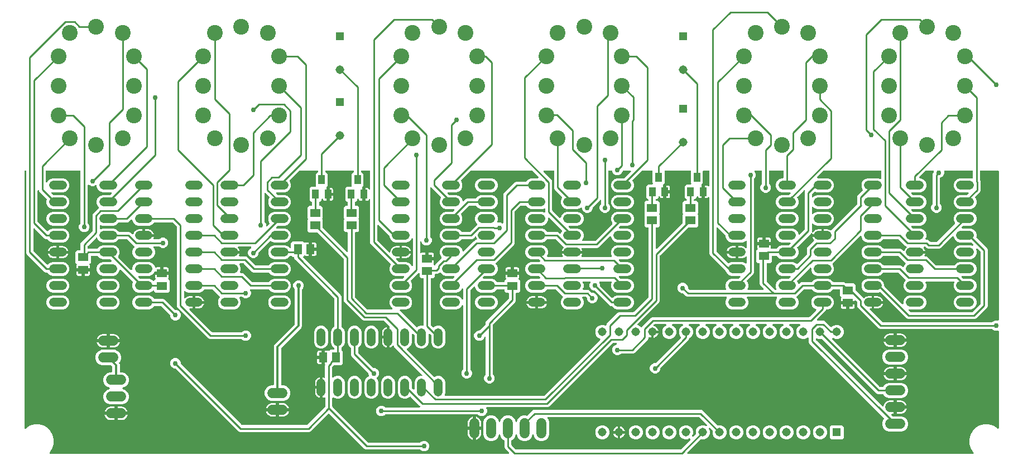
<source format=gbr>
G04 EAGLE Gerber RS-274X export*
G75*
%MOMM*%
%FSLAX34Y34*%
%LPD*%
%INTop Copper*%
%IPPOS*%
%AMOC8*
5,1,8,0,0,1.08239X$1,22.5*%
G01*
%ADD10R,1.308000X1.308000*%
%ADD11C,1.308000*%
%ADD12C,1.320800*%
%ADD13C,1.524000*%
%ADD14C,2.400000*%
%ADD15R,1.500000X1.300000*%
%ADD16R,1.000000X1.400000*%
%ADD17R,1.300000X1.500000*%
%ADD18C,0.304800*%
%ADD19C,0.254000*%
%ADD20C,0.756400*%

G36*
X745178Y10940D02*
X745178Y10940D01*
X745317Y10953D01*
X745336Y10960D01*
X745356Y10963D01*
X745485Y11014D01*
X745616Y11061D01*
X745633Y11072D01*
X745652Y11080D01*
X745764Y11161D01*
X745879Y11239D01*
X745893Y11255D01*
X745909Y11266D01*
X745998Y11374D01*
X746090Y11478D01*
X746099Y11496D01*
X746112Y11511D01*
X746171Y11637D01*
X746234Y11761D01*
X746239Y11781D01*
X746248Y11799D01*
X746274Y11935D01*
X746304Y12071D01*
X746303Y12092D01*
X746307Y12111D01*
X746299Y12250D01*
X746294Y12389D01*
X746289Y12409D01*
X746288Y12429D01*
X746245Y12561D01*
X746206Y12695D01*
X746196Y12712D01*
X746190Y12731D01*
X746115Y12849D01*
X746044Y12969D01*
X746026Y12990D01*
X746019Y13000D01*
X746004Y13014D01*
X745938Y13089D01*
X741607Y17421D01*
X739927Y19100D01*
X739115Y21061D01*
X739115Y31094D01*
X739112Y31124D01*
X739114Y31153D01*
X739092Y31281D01*
X739075Y31410D01*
X739065Y31437D01*
X739060Y31466D01*
X739006Y31585D01*
X738958Y31705D01*
X738941Y31729D01*
X738929Y31756D01*
X738848Y31858D01*
X738772Y31963D01*
X738749Y31982D01*
X738730Y32005D01*
X738627Y32083D01*
X738527Y32166D01*
X738500Y32178D01*
X738476Y32196D01*
X738332Y32267D01*
X737831Y32474D01*
X734544Y35761D01*
X732923Y39676D01*
X732854Y39796D01*
X732789Y39920D01*
X732775Y39934D01*
X732765Y39952D01*
X732668Y40052D01*
X732575Y40155D01*
X732558Y40166D01*
X732544Y40181D01*
X732426Y40253D01*
X732309Y40330D01*
X732290Y40336D01*
X732273Y40347D01*
X732140Y40388D01*
X732008Y40433D01*
X731988Y40434D01*
X731969Y40440D01*
X731830Y40447D01*
X731691Y40458D01*
X731671Y40455D01*
X731651Y40456D01*
X731515Y40427D01*
X731378Y40404D01*
X731360Y40395D01*
X731340Y40391D01*
X731214Y40330D01*
X731088Y40273D01*
X731072Y40260D01*
X731054Y40252D01*
X730948Y40161D01*
X730840Y40074D01*
X730827Y40058D01*
X730812Y40045D01*
X730732Y39931D01*
X730648Y39820D01*
X730636Y39795D01*
X730629Y39785D01*
X730622Y39766D01*
X730577Y39676D01*
X728956Y35761D01*
X725669Y32474D01*
X721374Y30695D01*
X716726Y30695D01*
X712431Y32474D01*
X709144Y35761D01*
X707365Y40056D01*
X707365Y59944D01*
X709144Y64239D01*
X712431Y67526D01*
X716726Y69305D01*
X721374Y69305D01*
X725669Y67526D01*
X728956Y64239D01*
X730577Y60324D01*
X730646Y60203D01*
X730711Y60080D01*
X730725Y60065D01*
X730735Y60048D01*
X730832Y59948D01*
X730925Y59845D01*
X730942Y59834D01*
X730956Y59819D01*
X731075Y59747D01*
X731191Y59670D01*
X731210Y59664D01*
X731227Y59653D01*
X731360Y59612D01*
X731492Y59567D01*
X731512Y59566D01*
X731531Y59560D01*
X731670Y59553D01*
X731809Y59542D01*
X731829Y59545D01*
X731849Y59544D01*
X731985Y59573D01*
X732122Y59596D01*
X732141Y59605D01*
X732160Y59609D01*
X732286Y59670D01*
X732412Y59727D01*
X732428Y59740D01*
X732446Y59748D01*
X732552Y59839D01*
X732660Y59926D01*
X732673Y59942D01*
X732688Y59955D01*
X732768Y60069D01*
X732852Y60180D01*
X732864Y60205D01*
X732871Y60215D01*
X732878Y60234D01*
X732923Y60324D01*
X734544Y64239D01*
X737831Y67526D01*
X742126Y69305D01*
X746774Y69305D01*
X751069Y67526D01*
X754356Y64239D01*
X755977Y60324D01*
X756046Y60203D01*
X756111Y60080D01*
X756125Y60065D01*
X756135Y60048D01*
X756232Y59948D01*
X756325Y59845D01*
X756342Y59834D01*
X756356Y59819D01*
X756475Y59747D01*
X756591Y59670D01*
X756610Y59664D01*
X756627Y59653D01*
X756760Y59612D01*
X756892Y59567D01*
X756912Y59566D01*
X756931Y59560D01*
X757070Y59553D01*
X757209Y59542D01*
X757229Y59545D01*
X757249Y59544D01*
X757385Y59573D01*
X757522Y59596D01*
X757541Y59605D01*
X757560Y59609D01*
X757686Y59670D01*
X757812Y59727D01*
X757828Y59740D01*
X757846Y59748D01*
X757952Y59839D01*
X758060Y59926D01*
X758073Y59942D01*
X758088Y59955D01*
X758168Y60069D01*
X758252Y60180D01*
X758264Y60205D01*
X758271Y60215D01*
X758278Y60234D01*
X758323Y60324D01*
X759944Y64239D01*
X763231Y67526D01*
X767526Y69305D01*
X772174Y69305D01*
X772845Y69027D01*
X772873Y69019D01*
X772899Y69006D01*
X773026Y68977D01*
X773151Y68943D01*
X773181Y68943D01*
X773210Y68936D01*
X773339Y68940D01*
X773469Y68938D01*
X773498Y68945D01*
X773528Y68946D01*
X773652Y68982D01*
X773779Y69012D01*
X773805Y69026D01*
X773833Y69034D01*
X773945Y69100D01*
X774060Y69161D01*
X774082Y69181D01*
X774107Y69196D01*
X774228Y69302D01*
X781838Y76913D01*
X783799Y77725D01*
X1037871Y77725D01*
X1039832Y76913D01*
X1041511Y75233D01*
X1062019Y54726D01*
X1062042Y54708D01*
X1062061Y54685D01*
X1062167Y54611D01*
X1062270Y54531D01*
X1062297Y54519D01*
X1062321Y54502D01*
X1062442Y54456D01*
X1062562Y54405D01*
X1062591Y54400D01*
X1062619Y54389D01*
X1062747Y54375D01*
X1062876Y54355D01*
X1062905Y54358D01*
X1062935Y54354D01*
X1063063Y54372D01*
X1063192Y54385D01*
X1063220Y54395D01*
X1063250Y54399D01*
X1063267Y54405D01*
X1067509Y54405D01*
X1071407Y52790D01*
X1074390Y49807D01*
X1076005Y45909D01*
X1076005Y41691D01*
X1074390Y37793D01*
X1071407Y34810D01*
X1067509Y33195D01*
X1063291Y33195D01*
X1059393Y34810D01*
X1056410Y37793D01*
X1054795Y41691D01*
X1054795Y45964D01*
X1054799Y45980D01*
X1054833Y46105D01*
X1054834Y46134D01*
X1054840Y46163D01*
X1054836Y46293D01*
X1054838Y46423D01*
X1054831Y46452D01*
X1054830Y46481D01*
X1054794Y46606D01*
X1054764Y46732D01*
X1054750Y46758D01*
X1054742Y46787D01*
X1054676Y46898D01*
X1054615Y47013D01*
X1054596Y47035D01*
X1054580Y47061D01*
X1054474Y47181D01*
X1051481Y50174D01*
X1051426Y50217D01*
X1051377Y50267D01*
X1051301Y50314D01*
X1051230Y50369D01*
X1051166Y50397D01*
X1051106Y50434D01*
X1051021Y50460D01*
X1050938Y50496D01*
X1050869Y50507D01*
X1050802Y50527D01*
X1050713Y50531D01*
X1050624Y50546D01*
X1050554Y50539D01*
X1050485Y50542D01*
X1050397Y50524D01*
X1050307Y50516D01*
X1050241Y50492D01*
X1050173Y50478D01*
X1050093Y50439D01*
X1050008Y50408D01*
X1049950Y50369D01*
X1049888Y50338D01*
X1049819Y50280D01*
X1049745Y50229D01*
X1049699Y50177D01*
X1049646Y50132D01*
X1049594Y50058D01*
X1049534Y49991D01*
X1049503Y49929D01*
X1049463Y49872D01*
X1049431Y49788D01*
X1049390Y49708D01*
X1049375Y49640D01*
X1049350Y49574D01*
X1049340Y49485D01*
X1049320Y49398D01*
X1049322Y49328D01*
X1049315Y49258D01*
X1049327Y49169D01*
X1049330Y49080D01*
X1049349Y49013D01*
X1049359Y48944D01*
X1049411Y48791D01*
X1050605Y45909D01*
X1050605Y41691D01*
X1048990Y37793D01*
X1046007Y34810D01*
X1042109Y33195D01*
X1037836Y33195D01*
X1037820Y33199D01*
X1037695Y33233D01*
X1037666Y33234D01*
X1037637Y33240D01*
X1037507Y33236D01*
X1037377Y33238D01*
X1037348Y33231D01*
X1037319Y33230D01*
X1037194Y33194D01*
X1037068Y33164D01*
X1037042Y33150D01*
X1037013Y33142D01*
X1036901Y33076D01*
X1036787Y33015D01*
X1036765Y32996D01*
X1036739Y32981D01*
X1036619Y32874D01*
X1016834Y13089D01*
X1016749Y12980D01*
X1016660Y12873D01*
X1016651Y12854D01*
X1016639Y12838D01*
X1016584Y12710D01*
X1016524Y12585D01*
X1016521Y12565D01*
X1016513Y12546D01*
X1016491Y12408D01*
X1016465Y12272D01*
X1016466Y12252D01*
X1016463Y12232D01*
X1016476Y12093D01*
X1016484Y11955D01*
X1016491Y11936D01*
X1016493Y11916D01*
X1016540Y11784D01*
X1016582Y11653D01*
X1016593Y11635D01*
X1016600Y11616D01*
X1016678Y11501D01*
X1016753Y11384D01*
X1016767Y11370D01*
X1016779Y11353D01*
X1016883Y11261D01*
X1016984Y11166D01*
X1017002Y11156D01*
X1017017Y11143D01*
X1017141Y11079D01*
X1017263Y11012D01*
X1017282Y11007D01*
X1017300Y10998D01*
X1017436Y10968D01*
X1017571Y10933D01*
X1017599Y10931D01*
X1017611Y10928D01*
X1017631Y10929D01*
X1017731Y10923D01*
X1449723Y10923D01*
X1449861Y10940D01*
X1450000Y10953D01*
X1450019Y10960D01*
X1450039Y10963D01*
X1450168Y11014D01*
X1450299Y11061D01*
X1450316Y11072D01*
X1450335Y11080D01*
X1450447Y11161D01*
X1450562Y11239D01*
X1450575Y11255D01*
X1450592Y11266D01*
X1450681Y11374D01*
X1450773Y11478D01*
X1450782Y11496D01*
X1450795Y11511D01*
X1450854Y11637D01*
X1450917Y11761D01*
X1450922Y11781D01*
X1450930Y11799D01*
X1450956Y11936D01*
X1450987Y12071D01*
X1450986Y12092D01*
X1450990Y12111D01*
X1450981Y12250D01*
X1450977Y12389D01*
X1450971Y12409D01*
X1450970Y12429D01*
X1450928Y12561D01*
X1450889Y12695D01*
X1450878Y12712D01*
X1450872Y12731D01*
X1450798Y12849D01*
X1450727Y12969D01*
X1450709Y12990D01*
X1450702Y13000D01*
X1450687Y13014D01*
X1450621Y13089D01*
X1449466Y14244D01*
X1446088Y20095D01*
X1444339Y26622D01*
X1444339Y33378D01*
X1446088Y39905D01*
X1449466Y45756D01*
X1454244Y50534D01*
X1460095Y53912D01*
X1466622Y55661D01*
X1473378Y55661D01*
X1479905Y53912D01*
X1485756Y50534D01*
X1486911Y49379D01*
X1487020Y49294D01*
X1487127Y49205D01*
X1487146Y49197D01*
X1487162Y49184D01*
X1487289Y49129D01*
X1487415Y49070D01*
X1487435Y49066D01*
X1487454Y49058D01*
X1487592Y49036D01*
X1487728Y49010D01*
X1487748Y49011D01*
X1487768Y49008D01*
X1487907Y49021D01*
X1488045Y49030D01*
X1488064Y49036D01*
X1488084Y49038D01*
X1488216Y49085D01*
X1488347Y49128D01*
X1488365Y49139D01*
X1488384Y49145D01*
X1488499Y49224D01*
X1488616Y49298D01*
X1488630Y49313D01*
X1488647Y49324D01*
X1488739Y49428D01*
X1488834Y49530D01*
X1488844Y49547D01*
X1488857Y49562D01*
X1488921Y49687D01*
X1488988Y49808D01*
X1488993Y49828D01*
X1489002Y49846D01*
X1489032Y49982D01*
X1489067Y50116D01*
X1489069Y50144D01*
X1489072Y50156D01*
X1489071Y50177D01*
X1489077Y50277D01*
X1489077Y196913D01*
X1489071Y196963D01*
X1489073Y197012D01*
X1489051Y197120D01*
X1489037Y197229D01*
X1489019Y197275D01*
X1489009Y197324D01*
X1488961Y197423D01*
X1488920Y197525D01*
X1488891Y197565D01*
X1488869Y197610D01*
X1488798Y197693D01*
X1488734Y197782D01*
X1488695Y197814D01*
X1488663Y197852D01*
X1488573Y197915D01*
X1488489Y197985D01*
X1488444Y198006D01*
X1488403Y198035D01*
X1488300Y198074D01*
X1488201Y198120D01*
X1488152Y198130D01*
X1488106Y198147D01*
X1487996Y198160D01*
X1487889Y198180D01*
X1487839Y198177D01*
X1487790Y198183D01*
X1487681Y198167D01*
X1487571Y198160D01*
X1487524Y198145D01*
X1487475Y198138D01*
X1487322Y198086D01*
X1486857Y197893D01*
X1483735Y197893D01*
X1480851Y199088D01*
X1479906Y200034D01*
X1479827Y200094D01*
X1479755Y200162D01*
X1479702Y200191D01*
X1479654Y200228D01*
X1479563Y200268D01*
X1479477Y200316D01*
X1479418Y200331D01*
X1479362Y200355D01*
X1479264Y200370D01*
X1479169Y200395D01*
X1479069Y200401D01*
X1479048Y200405D01*
X1479036Y200403D01*
X1479008Y200405D01*
X1309271Y200405D01*
X1307310Y201217D01*
X1275289Y233238D01*
X1274477Y235199D01*
X1274477Y241105D01*
X1274465Y241203D01*
X1274462Y241302D01*
X1274445Y241360D01*
X1274437Y241420D01*
X1274401Y241512D01*
X1274373Y241607D01*
X1274343Y241659D01*
X1274320Y241716D01*
X1274262Y241796D01*
X1274212Y241881D01*
X1274146Y241957D01*
X1274134Y241973D01*
X1274124Y241981D01*
X1274106Y242002D01*
X1272207Y243900D01*
X1272098Y243985D01*
X1271991Y244074D01*
X1271972Y244083D01*
X1271956Y244095D01*
X1271828Y244150D01*
X1271703Y244210D01*
X1271683Y244213D01*
X1271664Y244221D01*
X1271526Y244243D01*
X1271390Y244269D01*
X1271370Y244268D01*
X1271350Y244271D01*
X1271211Y244258D01*
X1271073Y244250D01*
X1271054Y244243D01*
X1271034Y244241D01*
X1270902Y244194D01*
X1270771Y244152D01*
X1270753Y244141D01*
X1270734Y244134D01*
X1270619Y244056D01*
X1270502Y243981D01*
X1270488Y243967D01*
X1270471Y243955D01*
X1270379Y243851D01*
X1270284Y243750D01*
X1270274Y243732D01*
X1270261Y243717D01*
X1270197Y243593D01*
X1270130Y243471D01*
X1270125Y243452D01*
X1270116Y243434D01*
X1270086Y243298D01*
X1270051Y243163D01*
X1270049Y243135D01*
X1270046Y243123D01*
X1270047Y243103D01*
X1270043Y243039D01*
X1261270Y243039D01*
X1261152Y243024D01*
X1261033Y243017D01*
X1260995Y243004D01*
X1260955Y242999D01*
X1260844Y242955D01*
X1260731Y242919D01*
X1260696Y242897D01*
X1260659Y242882D01*
X1260563Y242812D01*
X1260462Y242749D01*
X1260434Y242719D01*
X1260402Y242695D01*
X1260326Y242604D01*
X1260244Y242517D01*
X1260225Y242482D01*
X1260199Y242450D01*
X1260148Y242343D01*
X1260091Y242239D01*
X1260080Y242199D01*
X1260063Y242163D01*
X1260041Y242046D01*
X1260011Y241931D01*
X1260007Y241870D01*
X1260003Y241850D01*
X1260005Y241830D01*
X1260001Y241770D01*
X1260001Y240499D01*
X1259999Y240499D01*
X1259999Y241770D01*
X1259984Y241888D01*
X1259977Y242007D01*
X1259964Y242045D01*
X1259959Y242085D01*
X1259915Y242196D01*
X1259879Y242309D01*
X1259857Y242344D01*
X1259842Y242381D01*
X1259772Y242477D01*
X1259709Y242578D01*
X1259679Y242606D01*
X1259655Y242638D01*
X1259564Y242714D01*
X1259477Y242796D01*
X1259442Y242815D01*
X1259410Y242841D01*
X1259303Y242892D01*
X1259199Y242949D01*
X1259159Y242960D01*
X1259123Y242977D01*
X1259006Y242999D01*
X1258891Y243029D01*
X1258830Y243033D01*
X1258810Y243037D01*
X1258790Y243035D01*
X1258730Y243039D01*
X1249959Y243039D01*
X1249959Y247334D01*
X1250132Y247981D01*
X1250245Y248176D01*
X1250289Y248280D01*
X1250340Y248380D01*
X1250350Y248426D01*
X1250368Y248469D01*
X1250385Y248580D01*
X1250409Y248690D01*
X1250408Y248737D01*
X1250415Y248784D01*
X1250403Y248895D01*
X1250400Y249008D01*
X1250387Y249053D01*
X1250382Y249100D01*
X1250343Y249205D01*
X1250311Y249313D01*
X1250288Y249354D01*
X1250271Y249398D01*
X1250207Y249491D01*
X1250150Y249587D01*
X1250102Y249642D01*
X1250090Y249659D01*
X1250076Y249671D01*
X1250043Y249708D01*
X1248435Y251316D01*
X1248435Y259896D01*
X1248420Y260014D01*
X1248413Y260133D01*
X1248400Y260171D01*
X1248395Y260212D01*
X1248352Y260322D01*
X1248315Y260435D01*
X1248293Y260470D01*
X1248278Y260507D01*
X1248209Y260603D01*
X1248145Y260704D01*
X1248115Y260732D01*
X1248092Y260765D01*
X1248000Y260841D01*
X1247913Y260922D01*
X1247878Y260942D01*
X1247847Y260967D01*
X1247739Y261018D01*
X1247635Y261076D01*
X1247595Y261086D01*
X1247559Y261103D01*
X1247442Y261125D01*
X1247327Y261155D01*
X1247267Y261159D01*
X1247247Y261163D01*
X1247226Y261161D01*
X1247166Y261165D01*
X1238690Y261165D01*
X1238661Y261162D01*
X1238631Y261164D01*
X1238503Y261142D01*
X1238375Y261125D01*
X1238347Y261115D01*
X1238318Y261109D01*
X1238200Y261056D01*
X1238079Y261008D01*
X1238055Y260991D01*
X1238028Y260979D01*
X1237927Y260898D01*
X1237822Y260822D01*
X1237803Y260799D01*
X1237780Y260780D01*
X1237702Y260677D01*
X1237619Y260577D01*
X1237606Y260550D01*
X1237588Y260526D01*
X1237560Y260468D01*
X1234547Y257455D01*
X1230626Y255831D01*
X1213174Y255831D01*
X1209253Y257455D01*
X1206235Y260473D01*
X1206189Y260545D01*
X1206125Y260658D01*
X1206104Y260679D01*
X1206089Y260704D01*
X1205994Y260793D01*
X1205904Y260886D01*
X1205879Y260902D01*
X1205857Y260922D01*
X1205743Y260985D01*
X1205633Y261053D01*
X1205604Y261061D01*
X1205579Y261076D01*
X1205453Y261108D01*
X1205329Y261146D01*
X1205299Y261148D01*
X1205271Y261155D01*
X1205110Y261165D01*
X1193963Y261165D01*
X1193865Y261153D01*
X1193766Y261150D01*
X1193708Y261133D01*
X1193648Y261125D01*
X1193556Y261089D01*
X1193460Y261061D01*
X1193408Y261031D01*
X1193352Y261008D01*
X1193272Y260950D01*
X1193186Y260900D01*
X1193111Y260834D01*
X1193095Y260822D01*
X1193087Y260812D01*
X1193066Y260794D01*
X1182479Y250207D01*
X1182406Y250113D01*
X1182328Y250024D01*
X1182309Y249988D01*
X1182285Y249956D01*
X1182237Y249847D01*
X1182183Y249741D01*
X1182174Y249701D01*
X1182158Y249664D01*
X1182140Y249546D01*
X1182113Y249430D01*
X1182115Y249390D01*
X1182108Y249350D01*
X1182120Y249232D01*
X1182123Y249113D01*
X1182134Y249074D01*
X1182138Y249034D01*
X1182178Y248921D01*
X1182212Y248807D01*
X1182232Y248772D01*
X1182246Y248734D01*
X1182313Y248636D01*
X1182373Y248533D01*
X1182413Y248488D01*
X1182424Y248471D01*
X1182440Y248458D01*
X1182479Y248412D01*
X1183749Y247143D01*
X1185373Y243222D01*
X1185373Y238978D01*
X1183749Y235057D01*
X1180747Y232055D01*
X1176826Y230431D01*
X1159374Y230431D01*
X1155453Y232055D01*
X1152451Y235057D01*
X1150827Y238978D01*
X1150827Y243222D01*
X1152451Y247143D01*
X1152623Y247314D01*
X1152708Y247424D01*
X1152797Y247531D01*
X1152805Y247550D01*
X1152818Y247566D01*
X1152873Y247693D01*
X1152932Y247819D01*
X1152936Y247839D01*
X1152944Y247858D01*
X1152966Y247995D01*
X1152992Y248132D01*
X1152991Y248152D01*
X1152994Y248172D01*
X1152981Y248310D01*
X1152972Y248449D01*
X1152966Y248468D01*
X1152964Y248488D01*
X1152917Y248620D01*
X1152874Y248751D01*
X1152863Y248768D01*
X1152856Y248788D01*
X1152778Y248903D01*
X1152704Y249020D01*
X1152689Y249034D01*
X1152678Y249051D01*
X1152574Y249143D01*
X1152472Y249238D01*
X1152455Y249248D01*
X1152439Y249261D01*
X1152315Y249325D01*
X1152194Y249392D01*
X1152174Y249397D01*
X1152156Y249406D01*
X1152020Y249436D01*
X1151886Y249471D01*
X1151858Y249473D01*
X1151846Y249476D01*
X1151825Y249475D01*
X1151725Y249481D01*
X1108275Y249481D01*
X1108137Y249464D01*
X1107998Y249451D01*
X1107979Y249444D01*
X1107959Y249441D01*
X1107830Y249390D01*
X1107699Y249343D01*
X1107682Y249332D01*
X1107664Y249324D01*
X1107551Y249243D01*
X1107436Y249165D01*
X1107423Y249149D01*
X1107406Y249138D01*
X1107318Y249030D01*
X1107226Y248926D01*
X1107216Y248908D01*
X1107203Y248893D01*
X1107144Y248767D01*
X1107081Y248643D01*
X1107076Y248623D01*
X1107068Y248605D01*
X1107042Y248469D01*
X1107011Y248333D01*
X1107012Y248312D01*
X1107008Y248293D01*
X1107017Y248154D01*
X1107021Y248015D01*
X1107027Y247995D01*
X1107028Y247975D01*
X1107071Y247843D01*
X1107109Y247709D01*
X1107120Y247692D01*
X1107126Y247673D01*
X1107200Y247555D01*
X1107271Y247435D01*
X1107289Y247414D01*
X1107296Y247404D01*
X1107311Y247390D01*
X1107377Y247314D01*
X1107549Y247143D01*
X1109173Y243222D01*
X1109173Y238978D01*
X1107549Y235057D01*
X1104547Y232055D01*
X1100626Y230431D01*
X1083174Y230431D01*
X1079253Y232055D01*
X1076251Y235057D01*
X1074627Y238978D01*
X1074627Y243222D01*
X1076251Y247143D01*
X1076423Y247314D01*
X1076508Y247424D01*
X1076597Y247531D01*
X1076605Y247550D01*
X1076618Y247566D01*
X1076673Y247693D01*
X1076732Y247819D01*
X1076736Y247839D01*
X1076744Y247858D01*
X1076766Y247995D01*
X1076792Y248132D01*
X1076791Y248152D01*
X1076794Y248172D01*
X1076781Y248310D01*
X1076772Y248449D01*
X1076766Y248468D01*
X1076764Y248488D01*
X1076717Y248620D01*
X1076674Y248751D01*
X1076663Y248768D01*
X1076656Y248788D01*
X1076578Y248903D01*
X1076504Y249020D01*
X1076489Y249034D01*
X1076478Y249051D01*
X1076374Y249143D01*
X1076272Y249238D01*
X1076255Y249248D01*
X1076239Y249261D01*
X1076115Y249325D01*
X1075994Y249392D01*
X1075974Y249397D01*
X1075956Y249406D01*
X1075820Y249436D01*
X1075686Y249471D01*
X1075658Y249473D01*
X1075646Y249476D01*
X1075625Y249475D01*
X1075525Y249481D01*
X1016663Y249481D01*
X1014702Y250293D01*
X1010324Y254672D01*
X1010246Y254732D01*
X1010174Y254800D01*
X1010121Y254829D01*
X1010073Y254866D01*
X1009982Y254906D01*
X1009895Y254954D01*
X1009837Y254969D01*
X1009781Y254993D01*
X1009683Y255008D01*
X1009587Y255033D01*
X1009487Y255039D01*
X1009467Y255043D01*
X1009455Y255041D01*
X1009427Y255043D01*
X1008089Y255043D01*
X1005205Y256238D01*
X1002998Y258445D01*
X1001803Y261329D01*
X1001803Y264451D01*
X1002998Y267335D01*
X1005205Y269542D01*
X1008089Y270737D01*
X1011211Y270737D01*
X1014095Y269542D01*
X1016302Y267335D01*
X1017497Y264451D01*
X1017497Y263113D01*
X1017509Y263015D01*
X1017512Y262916D01*
X1017529Y262858D01*
X1017537Y262798D01*
X1017573Y262706D01*
X1017601Y262611D01*
X1017631Y262559D01*
X1017654Y262502D01*
X1017712Y262422D01*
X1017762Y262337D01*
X1017828Y262261D01*
X1017840Y262245D01*
X1017850Y262237D01*
X1017868Y262216D01*
X1019562Y260522D01*
X1019640Y260462D01*
X1019712Y260394D01*
X1019765Y260365D01*
X1019813Y260328D01*
X1019904Y260288D01*
X1019991Y260240D01*
X1020049Y260225D01*
X1020105Y260201D01*
X1020203Y260186D01*
X1020299Y260161D01*
X1020399Y260155D01*
X1020419Y260151D01*
X1020431Y260153D01*
X1020459Y260151D01*
X1074479Y260151D01*
X1074528Y260157D01*
X1074578Y260155D01*
X1074685Y260177D01*
X1074794Y260191D01*
X1074840Y260209D01*
X1074889Y260219D01*
X1074988Y260267D01*
X1075090Y260308D01*
X1075130Y260337D01*
X1075175Y260359D01*
X1075258Y260430D01*
X1075347Y260494D01*
X1075379Y260533D01*
X1075417Y260565D01*
X1075480Y260655D01*
X1075550Y260739D01*
X1075571Y260784D01*
X1075600Y260825D01*
X1075639Y260928D01*
X1075686Y261027D01*
X1075695Y261076D01*
X1075713Y261122D01*
X1075725Y261232D01*
X1075745Y261339D01*
X1075742Y261389D01*
X1075748Y261438D01*
X1075732Y261547D01*
X1075726Y261657D01*
X1075710Y261704D01*
X1075703Y261753D01*
X1075651Y261906D01*
X1074627Y264378D01*
X1074627Y268622D01*
X1076251Y272543D01*
X1079253Y275545D01*
X1083174Y277169D01*
X1094499Y277169D01*
X1094597Y277181D01*
X1094696Y277184D01*
X1094754Y277201D01*
X1094814Y277209D01*
X1094906Y277245D01*
X1095001Y277273D01*
X1095053Y277303D01*
X1095110Y277326D01*
X1095190Y277384D01*
X1095275Y277434D01*
X1095351Y277500D01*
X1095367Y277512D01*
X1095375Y277522D01*
X1095396Y277540D01*
X1096920Y279065D01*
X1097005Y279174D01*
X1097094Y279281D01*
X1097103Y279300D01*
X1097115Y279316D01*
X1097170Y279444D01*
X1097230Y279569D01*
X1097233Y279589D01*
X1097241Y279608D01*
X1097263Y279746D01*
X1097289Y279882D01*
X1097288Y279902D01*
X1097291Y279922D01*
X1097278Y280061D01*
X1097270Y280199D01*
X1097263Y280218D01*
X1097261Y280238D01*
X1097214Y280370D01*
X1097172Y280501D01*
X1097161Y280519D01*
X1097154Y280538D01*
X1097076Y280653D01*
X1097001Y280770D01*
X1096987Y280784D01*
X1096975Y280801D01*
X1096871Y280893D01*
X1096770Y280988D01*
X1096752Y280998D01*
X1096737Y281011D01*
X1096613Y281074D01*
X1096491Y281142D01*
X1096472Y281147D01*
X1096454Y281156D01*
X1096318Y281186D01*
X1096183Y281221D01*
X1096155Y281223D01*
X1096143Y281226D01*
X1096123Y281225D01*
X1096023Y281231D01*
X1083174Y281231D01*
X1079253Y282855D01*
X1076251Y285857D01*
X1074971Y288948D01*
X1074966Y288956D01*
X1074964Y288965D01*
X1074888Y289094D01*
X1074814Y289224D01*
X1074807Y289231D01*
X1074802Y289239D01*
X1074696Y289360D01*
X1050847Y313208D01*
X1050035Y315169D01*
X1050035Y399673D01*
X1050017Y399819D01*
X1050001Y399965D01*
X1049997Y399976D01*
X1049995Y399989D01*
X1049942Y400125D01*
X1049890Y400263D01*
X1049883Y400273D01*
X1049878Y400284D01*
X1049792Y400403D01*
X1049708Y400524D01*
X1049699Y400532D01*
X1049692Y400542D01*
X1049578Y400636D01*
X1049467Y400731D01*
X1049456Y400737D01*
X1049447Y400745D01*
X1049314Y400807D01*
X1049182Y400872D01*
X1049170Y400875D01*
X1049159Y400880D01*
X1049015Y400908D01*
X1048871Y400938D01*
X1048859Y400938D01*
X1048847Y400940D01*
X1048700Y400931D01*
X1048554Y400925D01*
X1048542Y400921D01*
X1048529Y400920D01*
X1048390Y400875D01*
X1048249Y400833D01*
X1048238Y400826D01*
X1048227Y400822D01*
X1048103Y400744D01*
X1047977Y400668D01*
X1047969Y400659D01*
X1047958Y400652D01*
X1047910Y400601D01*
X1047861Y400558D01*
X1047270Y399967D01*
X1046691Y399632D01*
X1046044Y399459D01*
X1043209Y399459D01*
X1043209Y407770D01*
X1043194Y407888D01*
X1043187Y408007D01*
X1043174Y408045D01*
X1043169Y408085D01*
X1043126Y408196D01*
X1043089Y408309D01*
X1043067Y408343D01*
X1043052Y408381D01*
X1042983Y408477D01*
X1042919Y408578D01*
X1042889Y408606D01*
X1042866Y408638D01*
X1042774Y408714D01*
X1042687Y408796D01*
X1042652Y408815D01*
X1042621Y408841D01*
X1042513Y408892D01*
X1042409Y408949D01*
X1042369Y408959D01*
X1042333Y408977D01*
X1042226Y408997D01*
X1042256Y409001D01*
X1042366Y409045D01*
X1042479Y409081D01*
X1042514Y409103D01*
X1042551Y409118D01*
X1042647Y409188D01*
X1042748Y409251D01*
X1042776Y409281D01*
X1042809Y409305D01*
X1042885Y409396D01*
X1042966Y409483D01*
X1042986Y409518D01*
X1043011Y409550D01*
X1043062Y409657D01*
X1043120Y409762D01*
X1043130Y409801D01*
X1043147Y409837D01*
X1043169Y409954D01*
X1043199Y410070D01*
X1043203Y410130D01*
X1043207Y410150D01*
X1043205Y410170D01*
X1043209Y410230D01*
X1043209Y418541D01*
X1046044Y418541D01*
X1046691Y418368D01*
X1047270Y418033D01*
X1047829Y417474D01*
X1047840Y417458D01*
X1047850Y417450D01*
X1047858Y417440D01*
X1047973Y417349D01*
X1047990Y417334D01*
X1047999Y417326D01*
X1048003Y417324D01*
X1048085Y417255D01*
X1048097Y417250D01*
X1048107Y417242D01*
X1048241Y417182D01*
X1048373Y417120D01*
X1048385Y417117D01*
X1048397Y417112D01*
X1048542Y417087D01*
X1048686Y417060D01*
X1048698Y417061D01*
X1048710Y417059D01*
X1048857Y417071D01*
X1049003Y417080D01*
X1049015Y417084D01*
X1049027Y417085D01*
X1049166Y417133D01*
X1049305Y417178D01*
X1049316Y417185D01*
X1049328Y417189D01*
X1049450Y417269D01*
X1049574Y417348D01*
X1049583Y417357D01*
X1049593Y417364D01*
X1049691Y417472D01*
X1049792Y417580D01*
X1049798Y417591D01*
X1049807Y417600D01*
X1049875Y417730D01*
X1049946Y417858D01*
X1049949Y417870D01*
X1049955Y417881D01*
X1049988Y418024D01*
X1050025Y418166D01*
X1050026Y418183D01*
X1050028Y418191D01*
X1050028Y418207D01*
X1050031Y418264D01*
X1050033Y418271D01*
X1050032Y418279D01*
X1050035Y418327D01*
X1050035Y440000D01*
X1050020Y440118D01*
X1050013Y440237D01*
X1050000Y440275D01*
X1049995Y440316D01*
X1049952Y440426D01*
X1049915Y440539D01*
X1049893Y440574D01*
X1049878Y440611D01*
X1049809Y440707D01*
X1049745Y440808D01*
X1049715Y440836D01*
X1049692Y440869D01*
X1049600Y440945D01*
X1049513Y441026D01*
X1049478Y441046D01*
X1049447Y441071D01*
X1049339Y441122D01*
X1049235Y441180D01*
X1049195Y441190D01*
X1049159Y441207D01*
X1049042Y441229D01*
X1048927Y441259D01*
X1048867Y441263D01*
X1048847Y441267D01*
X1048826Y441265D01*
X1048766Y441269D01*
X1041544Y441269D01*
X1041426Y441254D01*
X1041307Y441247D01*
X1041269Y441234D01*
X1041228Y441229D01*
X1041118Y441186D01*
X1041005Y441149D01*
X1040970Y441127D01*
X1040933Y441112D01*
X1040837Y441043D01*
X1040736Y440979D01*
X1040708Y440949D01*
X1040675Y440926D01*
X1040599Y440834D01*
X1040518Y440747D01*
X1040498Y440712D01*
X1040473Y440681D01*
X1040422Y440573D01*
X1040364Y440469D01*
X1040354Y440429D01*
X1040337Y440393D01*
X1040315Y440276D01*
X1040285Y440161D01*
X1040281Y440101D01*
X1040277Y440081D01*
X1040279Y440060D01*
X1040275Y440000D01*
X1040275Y422316D01*
X1038582Y420624D01*
X1038522Y420546D01*
X1038454Y420474D01*
X1038425Y420421D01*
X1038388Y420373D01*
X1038348Y420282D01*
X1038300Y420195D01*
X1038285Y420137D01*
X1038261Y420081D01*
X1038246Y419983D01*
X1038221Y419887D01*
X1038215Y419787D01*
X1038211Y419767D01*
X1038212Y419755D01*
X1038211Y419727D01*
X1038211Y410230D01*
X1038226Y410112D01*
X1038233Y409993D01*
X1038245Y409955D01*
X1038251Y409915D01*
X1038294Y409804D01*
X1038331Y409691D01*
X1038353Y409657D01*
X1038368Y409619D01*
X1038437Y409523D01*
X1038501Y409422D01*
X1038531Y409394D01*
X1038554Y409362D01*
X1038646Y409286D01*
X1038733Y409204D01*
X1038768Y409185D01*
X1038799Y409159D01*
X1038907Y409108D01*
X1039011Y409051D01*
X1039051Y409041D01*
X1039087Y409023D01*
X1039194Y409003D01*
X1039164Y408999D01*
X1039054Y408955D01*
X1038941Y408919D01*
X1038906Y408897D01*
X1038869Y408882D01*
X1038772Y408812D01*
X1038672Y408749D01*
X1038644Y408719D01*
X1038611Y408695D01*
X1038535Y408604D01*
X1038454Y408517D01*
X1038434Y408482D01*
X1038409Y408450D01*
X1038358Y408343D01*
X1038300Y408238D01*
X1038290Y408199D01*
X1038273Y408163D01*
X1038251Y408046D01*
X1038221Y407930D01*
X1038217Y407870D01*
X1038213Y407850D01*
X1038215Y407830D01*
X1038211Y407770D01*
X1038211Y399459D01*
X1035376Y399459D01*
X1034729Y399632D01*
X1034150Y399967D01*
X1033677Y400440D01*
X1033342Y401019D01*
X1033270Y401290D01*
X1033213Y401430D01*
X1033156Y401572D01*
X1033152Y401578D01*
X1033150Y401584D01*
X1033059Y401706D01*
X1032970Y401830D01*
X1032964Y401834D01*
X1032960Y401839D01*
X1032843Y401934D01*
X1032725Y402033D01*
X1032718Y402035D01*
X1032713Y402040D01*
X1032574Y402103D01*
X1032437Y402168D01*
X1032430Y402169D01*
X1032424Y402172D01*
X1032273Y402199D01*
X1032124Y402228D01*
X1032118Y402227D01*
X1032111Y402229D01*
X1031959Y402218D01*
X1031807Y402208D01*
X1031801Y402206D01*
X1031794Y402206D01*
X1031648Y402157D01*
X1031505Y402110D01*
X1031499Y402107D01*
X1031492Y402104D01*
X1031364Y402021D01*
X1031236Y401940D01*
X1031231Y401935D01*
X1031226Y401931D01*
X1031123Y401820D01*
X1031018Y401708D01*
X1031015Y401702D01*
X1031010Y401697D01*
X1030938Y401563D01*
X1030864Y401430D01*
X1030863Y401423D01*
X1030860Y401417D01*
X1030823Y401269D01*
X1030785Y401122D01*
X1030784Y401113D01*
X1030783Y401109D01*
X1030783Y401098D01*
X1030775Y400961D01*
X1030775Y400316D01*
X1028394Y397935D01*
X1027814Y397935D01*
X1027696Y397920D01*
X1027577Y397913D01*
X1027539Y397900D01*
X1027498Y397895D01*
X1027388Y397852D01*
X1027275Y397815D01*
X1027240Y397793D01*
X1027203Y397778D01*
X1027107Y397709D01*
X1027006Y397645D01*
X1026978Y397615D01*
X1026945Y397592D01*
X1026869Y397500D01*
X1026788Y397413D01*
X1026768Y397378D01*
X1026743Y397347D01*
X1026692Y397239D01*
X1026634Y397135D01*
X1026624Y397095D01*
X1026607Y397059D01*
X1026585Y396942D01*
X1026555Y396827D01*
X1026551Y396767D01*
X1026547Y396747D01*
X1026549Y396726D01*
X1026545Y396666D01*
X1026545Y396574D01*
X1026560Y396456D01*
X1026567Y396337D01*
X1026580Y396299D01*
X1026585Y396258D01*
X1026628Y396148D01*
X1026665Y396035D01*
X1026687Y396000D01*
X1026702Y395963D01*
X1026771Y395867D01*
X1026835Y395766D01*
X1026865Y395738D01*
X1026888Y395705D01*
X1026980Y395629D01*
X1027067Y395548D01*
X1027102Y395528D01*
X1027133Y395503D01*
X1027241Y395452D01*
X1027345Y395394D01*
X1027385Y395384D01*
X1027421Y395367D01*
X1027538Y395345D01*
X1027653Y395315D01*
X1027713Y395311D01*
X1027733Y395307D01*
X1027754Y395309D01*
X1027814Y395305D01*
X1030394Y395305D01*
X1032775Y392924D01*
X1032775Y376556D01*
X1032356Y376137D01*
X1032283Y376043D01*
X1032204Y375954D01*
X1032186Y375918D01*
X1032161Y375886D01*
X1032114Y375777D01*
X1032060Y375671D01*
X1032051Y375632D01*
X1032035Y375594D01*
X1032016Y375477D01*
X1031990Y375361D01*
X1031991Y375320D01*
X1031985Y375280D01*
X1031996Y375162D01*
X1032000Y375043D01*
X1032011Y375004D01*
X1032015Y374964D01*
X1032055Y374852D01*
X1032088Y374737D01*
X1032108Y374702D01*
X1032122Y374664D01*
X1032189Y374566D01*
X1032250Y374463D01*
X1032289Y374418D01*
X1032301Y374401D01*
X1032316Y374388D01*
X1032356Y374342D01*
X1032775Y373924D01*
X1032775Y357556D01*
X1030394Y355175D01*
X1018715Y355175D01*
X1018617Y355163D01*
X1018518Y355160D01*
X1018460Y355143D01*
X1018400Y355135D01*
X1018308Y355099D01*
X1018213Y355071D01*
X1018161Y355041D01*
X1018104Y355018D01*
X1018024Y354960D01*
X1017939Y354910D01*
X1017863Y354844D01*
X1017847Y354832D01*
X1017839Y354822D01*
X1017818Y354804D01*
X975156Y312142D01*
X975096Y312064D01*
X975028Y311992D01*
X974999Y311939D01*
X974962Y311891D01*
X974922Y311800D01*
X974874Y311713D01*
X974859Y311654D01*
X974835Y311599D01*
X974820Y311501D01*
X974795Y311405D01*
X974789Y311305D01*
X974785Y311285D01*
X974787Y311273D01*
X974785Y311245D01*
X974785Y243128D01*
X973973Y241168D01*
X941216Y208412D01*
X941186Y208372D01*
X941149Y208339D01*
X941089Y208247D01*
X941021Y208160D01*
X941002Y208115D01*
X940974Y208073D01*
X940939Y207969D01*
X940895Y207868D01*
X940887Y207819D01*
X940871Y207772D01*
X940862Y207663D01*
X940845Y207554D01*
X940850Y207505D01*
X940846Y207455D01*
X940865Y207347D01*
X940875Y207238D01*
X940892Y207191D01*
X940900Y207142D01*
X940945Y207042D01*
X940983Y206938D01*
X941010Y206897D01*
X941031Y206852D01*
X941099Y206766D01*
X941161Y206675D01*
X941198Y206642D01*
X941229Y206604D01*
X941317Y206537D01*
X941400Y206465D01*
X941444Y206442D01*
X941483Y206412D01*
X941628Y206341D01*
X944407Y205190D01*
X945712Y203885D01*
X945806Y203812D01*
X945896Y203733D01*
X945932Y203715D01*
X945964Y203690D01*
X946073Y203643D01*
X946179Y203589D01*
X946218Y203580D01*
X946255Y203564D01*
X946373Y203545D01*
X946489Y203519D01*
X946530Y203520D01*
X946570Y203514D01*
X946688Y203525D01*
X946807Y203529D01*
X946846Y203540D01*
X946886Y203544D01*
X946998Y203584D01*
X947113Y203617D01*
X947147Y203638D01*
X947185Y203651D01*
X947284Y203718D01*
X947387Y203779D01*
X947432Y203818D01*
X947449Y203830D01*
X947462Y203845D01*
X947507Y203885D01*
X959826Y216203D01*
X961505Y217883D01*
X963466Y218695D01*
X1201225Y218695D01*
X1201323Y218707D01*
X1201422Y218710D01*
X1201480Y218727D01*
X1201540Y218735D01*
X1201632Y218771D01*
X1201727Y218799D01*
X1201779Y218829D01*
X1201836Y218852D01*
X1201916Y218910D01*
X1202001Y218960D01*
X1202077Y219026D01*
X1202093Y219038D01*
X1202101Y219048D01*
X1202122Y219066D01*
X1212052Y228996D01*
X1212082Y229036D01*
X1212119Y229069D01*
X1212180Y229161D01*
X1212247Y229248D01*
X1212267Y229293D01*
X1212294Y229335D01*
X1212330Y229439D01*
X1212373Y229540D01*
X1212381Y229589D01*
X1212397Y229636D01*
X1212406Y229745D01*
X1212423Y229854D01*
X1212418Y229903D01*
X1212422Y229953D01*
X1212404Y230061D01*
X1212393Y230170D01*
X1212376Y230217D01*
X1212368Y230266D01*
X1212323Y230366D01*
X1212286Y230470D01*
X1212258Y230511D01*
X1212237Y230556D01*
X1212169Y230642D01*
X1212107Y230733D01*
X1212070Y230766D01*
X1212039Y230804D01*
X1211951Y230870D01*
X1211869Y230943D01*
X1211824Y230966D01*
X1211785Y230996D01*
X1211640Y231067D01*
X1209253Y232055D01*
X1206251Y235057D01*
X1204627Y238978D01*
X1204627Y243222D01*
X1206251Y247143D01*
X1209253Y250145D01*
X1213174Y251769D01*
X1230626Y251769D01*
X1234547Y250145D01*
X1237549Y247143D01*
X1239173Y243222D01*
X1239173Y238978D01*
X1237549Y235057D01*
X1234547Y232055D01*
X1230626Y230431D01*
X1228163Y230431D01*
X1228133Y230428D01*
X1228104Y230430D01*
X1227976Y230408D01*
X1227847Y230391D01*
X1227820Y230381D01*
X1227790Y230376D01*
X1227672Y230322D01*
X1227551Y230274D01*
X1227527Y230257D01*
X1227500Y230245D01*
X1227399Y230164D01*
X1227294Y230088D01*
X1227275Y230065D01*
X1227252Y230046D01*
X1227174Y229943D01*
X1227091Y229843D01*
X1227079Y229816D01*
X1227061Y229792D01*
X1226990Y229648D01*
X1226423Y228278D01*
X1224743Y226599D01*
X1213466Y215321D01*
X1213381Y215212D01*
X1213292Y215105D01*
X1213283Y215086D01*
X1213271Y215070D01*
X1213216Y214942D01*
X1213156Y214817D01*
X1213153Y214797D01*
X1213145Y214778D01*
X1213123Y214640D01*
X1213097Y214504D01*
X1213098Y214484D01*
X1213095Y214464D01*
X1213108Y214325D01*
X1213116Y214187D01*
X1213123Y214168D01*
X1213125Y214148D01*
X1213172Y214016D01*
X1213214Y213885D01*
X1213225Y213867D01*
X1213232Y213848D01*
X1213310Y213733D01*
X1213385Y213616D01*
X1213399Y213602D01*
X1213411Y213585D01*
X1213515Y213493D01*
X1213616Y213398D01*
X1213634Y213388D01*
X1213649Y213375D01*
X1213773Y213311D01*
X1213895Y213244D01*
X1213914Y213239D01*
X1213932Y213230D01*
X1214068Y213200D01*
X1214203Y213165D01*
X1214231Y213163D01*
X1214243Y213160D01*
X1214263Y213161D01*
X1214363Y213155D01*
X1223674Y213155D01*
X1225635Y212343D01*
X1227314Y210664D01*
X1227314Y210663D01*
X1234093Y203885D01*
X1234187Y203812D01*
X1234276Y203733D01*
X1234312Y203715D01*
X1234344Y203690D01*
X1234453Y203643D01*
X1234559Y203589D01*
X1234599Y203580D01*
X1234636Y203564D01*
X1234754Y203545D01*
X1234870Y203519D01*
X1234910Y203520D01*
X1234950Y203514D01*
X1235068Y203525D01*
X1235187Y203529D01*
X1235226Y203540D01*
X1235266Y203544D01*
X1235379Y203584D01*
X1235493Y203617D01*
X1235528Y203638D01*
X1235566Y203651D01*
X1235664Y203718D01*
X1235767Y203779D01*
X1235812Y203818D01*
X1235829Y203830D01*
X1235842Y203845D01*
X1235888Y203885D01*
X1237193Y205190D01*
X1241091Y206805D01*
X1245309Y206805D01*
X1249207Y205190D01*
X1252190Y202207D01*
X1253805Y198309D01*
X1253805Y194091D01*
X1252190Y190193D01*
X1249207Y187210D01*
X1245309Y185595D01*
X1241091Y185595D01*
X1238209Y186789D01*
X1238142Y186807D01*
X1238077Y186835D01*
X1237989Y186849D01*
X1237902Y186873D01*
X1237832Y186874D01*
X1237763Y186885D01*
X1237674Y186877D01*
X1237584Y186878D01*
X1237516Y186862D01*
X1237447Y186855D01*
X1237362Y186825D01*
X1237275Y186804D01*
X1237213Y186771D01*
X1237147Y186748D01*
X1237073Y186697D01*
X1236994Y186655D01*
X1236942Y186608D01*
X1236884Y186569D01*
X1236825Y186502D01*
X1236758Y186441D01*
X1236720Y186383D01*
X1236674Y186331D01*
X1236633Y186251D01*
X1236584Y186175D01*
X1236561Y186109D01*
X1236529Y186047D01*
X1236510Y185960D01*
X1236480Y185875D01*
X1236475Y185805D01*
X1236460Y185737D01*
X1236462Y185647D01*
X1236455Y185558D01*
X1236467Y185489D01*
X1236469Y185419D01*
X1236494Y185333D01*
X1236510Y185244D01*
X1236538Y185181D01*
X1236558Y185114D01*
X1236603Y185036D01*
X1236640Y184954D01*
X1236684Y184900D01*
X1236719Y184840D01*
X1236826Y184719D01*
X1308538Y113006D01*
X1308616Y112946D01*
X1308688Y112878D01*
X1308741Y112849D01*
X1308789Y112812D01*
X1308880Y112772D01*
X1308967Y112724D01*
X1309025Y112709D01*
X1309081Y112685D01*
X1309179Y112670D01*
X1309275Y112645D01*
X1309375Y112639D01*
X1309395Y112635D01*
X1309407Y112637D01*
X1309435Y112635D01*
X1312994Y112635D01*
X1313024Y112638D01*
X1313053Y112636D01*
X1313181Y112658D01*
X1313310Y112675D01*
X1313337Y112685D01*
X1313366Y112690D01*
X1313485Y112744D01*
X1313605Y112792D01*
X1313629Y112809D01*
X1313656Y112821D01*
X1313758Y112902D01*
X1313863Y112978D01*
X1313882Y113001D01*
X1313905Y113020D01*
X1313983Y113123D01*
X1314066Y113223D01*
X1314078Y113250D01*
X1314096Y113274D01*
X1314167Y113418D01*
X1314374Y113919D01*
X1317661Y117206D01*
X1321956Y118985D01*
X1341844Y118985D01*
X1346139Y117206D01*
X1349426Y113919D01*
X1351205Y109624D01*
X1351205Y104976D01*
X1349426Y100681D01*
X1346139Y97394D01*
X1341844Y95615D01*
X1321956Y95615D01*
X1317661Y97394D01*
X1314374Y100681D01*
X1314167Y101182D01*
X1314152Y101207D01*
X1314143Y101235D01*
X1314074Y101345D01*
X1314009Y101458D01*
X1313989Y101479D01*
X1313973Y101504D01*
X1313878Y101593D01*
X1313788Y101686D01*
X1313763Y101702D01*
X1313741Y101722D01*
X1313627Y101785D01*
X1313517Y101853D01*
X1313489Y101861D01*
X1313463Y101876D01*
X1313337Y101908D01*
X1313213Y101946D01*
X1313183Y101948D01*
X1313155Y101955D01*
X1312994Y101965D01*
X1305639Y101965D01*
X1303678Y102777D01*
X1301999Y104457D01*
X1221181Y185274D01*
X1221158Y185292D01*
X1221139Y185315D01*
X1221033Y185389D01*
X1220930Y185469D01*
X1220903Y185481D01*
X1220879Y185498D01*
X1220758Y185544D01*
X1220638Y185595D01*
X1220609Y185600D01*
X1220581Y185611D01*
X1220453Y185625D01*
X1220324Y185645D01*
X1220295Y185642D01*
X1220265Y185646D01*
X1220137Y185628D01*
X1220008Y185615D01*
X1219980Y185605D01*
X1219950Y185601D01*
X1219933Y185595D01*
X1215691Y185595D01*
X1213270Y186598D01*
X1213222Y186611D01*
X1213177Y186632D01*
X1213069Y186653D01*
X1212963Y186682D01*
X1212913Y186683D01*
X1212864Y186692D01*
X1212755Y186685D01*
X1212645Y186687D01*
X1212597Y186675D01*
X1212547Y186672D01*
X1212443Y186639D01*
X1212336Y186613D01*
X1212292Y186590D01*
X1212245Y186574D01*
X1212152Y186516D01*
X1212055Y186464D01*
X1212018Y186431D01*
X1211976Y186404D01*
X1211901Y186324D01*
X1211819Y186250D01*
X1211792Y186209D01*
X1211758Y186173D01*
X1211705Y186076D01*
X1211645Y185985D01*
X1211628Y185938D01*
X1211604Y185894D01*
X1211577Y185788D01*
X1211541Y185684D01*
X1211537Y185634D01*
X1211525Y185586D01*
X1211515Y185425D01*
X1211515Y184775D01*
X1211527Y184677D01*
X1211530Y184578D01*
X1211547Y184519D01*
X1211555Y184459D01*
X1211591Y184367D01*
X1211619Y184272D01*
X1211649Y184220D01*
X1211672Y184164D01*
X1211730Y184084D01*
X1211780Y183998D01*
X1211846Y183923D01*
X1211858Y183906D01*
X1211868Y183899D01*
X1211886Y183877D01*
X1312214Y83550D01*
X1312245Y83526D01*
X1312271Y83496D01*
X1312370Y83429D01*
X1312465Y83355D01*
X1312502Y83339D01*
X1312534Y83317D01*
X1312647Y83277D01*
X1312757Y83229D01*
X1312796Y83223D01*
X1312834Y83209D01*
X1312953Y83198D01*
X1313071Y83179D01*
X1313111Y83183D01*
X1313150Y83179D01*
X1313268Y83198D01*
X1313387Y83209D01*
X1313425Y83222D01*
X1313464Y83229D01*
X1313574Y83276D01*
X1313687Y83317D01*
X1313720Y83339D01*
X1313756Y83355D01*
X1313851Y83428D01*
X1313950Y83495D01*
X1313976Y83525D01*
X1314008Y83549D01*
X1314081Y83644D01*
X1314160Y83734D01*
X1314178Y83769D01*
X1314203Y83801D01*
X1314251Y83910D01*
X1314305Y84017D01*
X1314314Y84056D01*
X1314330Y84092D01*
X1314365Y84249D01*
X1314369Y84279D01*
X1314864Y85800D01*
X1315590Y87225D01*
X1316530Y88519D01*
X1317661Y89650D01*
X1318955Y90590D01*
X1320380Y91316D01*
X1321901Y91811D01*
X1323480Y92061D01*
X1329361Y92061D01*
X1329361Y83170D01*
X1329376Y83052D01*
X1329383Y82933D01*
X1329396Y82895D01*
X1329401Y82855D01*
X1329444Y82744D01*
X1329481Y82631D01*
X1329503Y82597D01*
X1329518Y82559D01*
X1329588Y82463D01*
X1329651Y82362D01*
X1329681Y82334D01*
X1329704Y82302D01*
X1329796Y82226D01*
X1329883Y82144D01*
X1329918Y82125D01*
X1329949Y82099D01*
X1330057Y82048D01*
X1330161Y81991D01*
X1330201Y81980D01*
X1330237Y81963D01*
X1330354Y81941D01*
X1330469Y81911D01*
X1330530Y81907D01*
X1330550Y81903D01*
X1330570Y81905D01*
X1330630Y81901D01*
X1331901Y81901D01*
X1331901Y81899D01*
X1330630Y81899D01*
X1330512Y81884D01*
X1330393Y81877D01*
X1330355Y81864D01*
X1330314Y81859D01*
X1330204Y81815D01*
X1330091Y81779D01*
X1330056Y81757D01*
X1330019Y81742D01*
X1329923Y81672D01*
X1329822Y81609D01*
X1329794Y81579D01*
X1329761Y81555D01*
X1329686Y81464D01*
X1329604Y81377D01*
X1329584Y81342D01*
X1329559Y81310D01*
X1329508Y81203D01*
X1329450Y81098D01*
X1329440Y81059D01*
X1329423Y81023D01*
X1329401Y80906D01*
X1329371Y80791D01*
X1329367Y80730D01*
X1329363Y80710D01*
X1329365Y80690D01*
X1329361Y80630D01*
X1329361Y71739D01*
X1327269Y71739D01*
X1327131Y71722D01*
X1326993Y71709D01*
X1326974Y71702D01*
X1326954Y71699D01*
X1326825Y71648D01*
X1326694Y71601D01*
X1326677Y71590D01*
X1326658Y71582D01*
X1326546Y71501D01*
X1326431Y71423D01*
X1326417Y71407D01*
X1326401Y71396D01*
X1326312Y71288D01*
X1326220Y71184D01*
X1326211Y71166D01*
X1326198Y71151D01*
X1326139Y71025D01*
X1326076Y70901D01*
X1326071Y70881D01*
X1326062Y70863D01*
X1326036Y70726D01*
X1326006Y70591D01*
X1326007Y70570D01*
X1326003Y70551D01*
X1326011Y70412D01*
X1326016Y70273D01*
X1326021Y70253D01*
X1326022Y70233D01*
X1326065Y70101D01*
X1326104Y69967D01*
X1326114Y69950D01*
X1326120Y69931D01*
X1326195Y69813D01*
X1326266Y69693D01*
X1326284Y69672D01*
X1326291Y69662D01*
X1326306Y69648D01*
X1326372Y69573D01*
X1327388Y68556D01*
X1327466Y68496D01*
X1327538Y68428D01*
X1327591Y68399D01*
X1327639Y68362D01*
X1327730Y68322D01*
X1327817Y68274D01*
X1327875Y68259D01*
X1327931Y68235D01*
X1328029Y68220D01*
X1328125Y68195D01*
X1328225Y68189D01*
X1328245Y68185D01*
X1328257Y68187D01*
X1328285Y68185D01*
X1341844Y68185D01*
X1346139Y66406D01*
X1349426Y63119D01*
X1351205Y58824D01*
X1351205Y54176D01*
X1349426Y49881D01*
X1346139Y46594D01*
X1341844Y44815D01*
X1321956Y44815D01*
X1317661Y46594D01*
X1314374Y49881D01*
X1312595Y54176D01*
X1312595Y58824D01*
X1314374Y63119D01*
X1315068Y63812D01*
X1315141Y63906D01*
X1315219Y63996D01*
X1315238Y64032D01*
X1315263Y64064D01*
X1315310Y64173D01*
X1315364Y64279D01*
X1315373Y64318D01*
X1315389Y64355D01*
X1315408Y64473D01*
X1315434Y64589D01*
X1315432Y64630D01*
X1315439Y64670D01*
X1315428Y64788D01*
X1315424Y64907D01*
X1315413Y64946D01*
X1315409Y64986D01*
X1315369Y65098D01*
X1315336Y65213D01*
X1315315Y65247D01*
X1315301Y65285D01*
X1315235Y65384D01*
X1315174Y65487D01*
X1315134Y65532D01*
X1315123Y65549D01*
X1315107Y65562D01*
X1315068Y65607D01*
X1314319Y66356D01*
X1314318Y66357D01*
X1201657Y179018D01*
X1200845Y180978D01*
X1200845Y186584D01*
X1200828Y186722D01*
X1200815Y186860D01*
X1200808Y186879D01*
X1200805Y186899D01*
X1200754Y187029D01*
X1200707Y187159D01*
X1200696Y187176D01*
X1200688Y187195D01*
X1200607Y187307D01*
X1200529Y187423D01*
X1200513Y187436D01*
X1200502Y187452D01*
X1200395Y187541D01*
X1200290Y187633D01*
X1200272Y187642D01*
X1200257Y187655D01*
X1200131Y187714D01*
X1200007Y187778D01*
X1199987Y187782D01*
X1199969Y187791D01*
X1199833Y187817D01*
X1199697Y187847D01*
X1199676Y187847D01*
X1199657Y187850D01*
X1199518Y187842D01*
X1199379Y187838D01*
X1199359Y187832D01*
X1199339Y187831D01*
X1199207Y187788D01*
X1199073Y187749D01*
X1199056Y187739D01*
X1199037Y187733D01*
X1198919Y187658D01*
X1198799Y187588D01*
X1198778Y187569D01*
X1198768Y187562D01*
X1198754Y187548D01*
X1198678Y187481D01*
X1198407Y187210D01*
X1194509Y185595D01*
X1190291Y185595D01*
X1186393Y187210D01*
X1183410Y190193D01*
X1181795Y194091D01*
X1181795Y198309D01*
X1183410Y202207D01*
X1186393Y205190D01*
X1187342Y205583D01*
X1187403Y205618D01*
X1187468Y205644D01*
X1187540Y205696D01*
X1187618Y205741D01*
X1187668Y205789D01*
X1187725Y205830D01*
X1187782Y205900D01*
X1187847Y205962D01*
X1187883Y206022D01*
X1187928Y206075D01*
X1187966Y206157D01*
X1188013Y206233D01*
X1188034Y206300D01*
X1188063Y206363D01*
X1188080Y206451D01*
X1188107Y206537D01*
X1188110Y206607D01*
X1188123Y206676D01*
X1188117Y206765D01*
X1188122Y206855D01*
X1188108Y206923D01*
X1188103Y206993D01*
X1188076Y207078D01*
X1188057Y207166D01*
X1188027Y207229D01*
X1188005Y207295D01*
X1187957Y207371D01*
X1187918Y207452D01*
X1187872Y207505D01*
X1187835Y207564D01*
X1187770Y207626D01*
X1187711Y207694D01*
X1187654Y207734D01*
X1187603Y207782D01*
X1187525Y207825D01*
X1187451Y207877D01*
X1187386Y207902D01*
X1187325Y207936D01*
X1187238Y207958D01*
X1187154Y207990D01*
X1187084Y207998D01*
X1187017Y208015D01*
X1186856Y208025D01*
X1172544Y208025D01*
X1172474Y208017D01*
X1172405Y208018D01*
X1172317Y207997D01*
X1172228Y207985D01*
X1172163Y207960D01*
X1172095Y207943D01*
X1172016Y207901D01*
X1171932Y207868D01*
X1171876Y207827D01*
X1171814Y207795D01*
X1171748Y207734D01*
X1171675Y207682D01*
X1171631Y207628D01*
X1171579Y207581D01*
X1171530Y207506D01*
X1171472Y207437D01*
X1171443Y207373D01*
X1171404Y207315D01*
X1171375Y207230D01*
X1171337Y207149D01*
X1171324Y207080D01*
X1171301Y207014D01*
X1171294Y206925D01*
X1171277Y206837D01*
X1171281Y206767D01*
X1171276Y206697D01*
X1171291Y206609D01*
X1171297Y206519D01*
X1171318Y206453D01*
X1171330Y206384D01*
X1171367Y206302D01*
X1171395Y206217D01*
X1171432Y206158D01*
X1171461Y206094D01*
X1171517Y206024D01*
X1171565Y205948D01*
X1171616Y205900D01*
X1171659Y205846D01*
X1171731Y205791D01*
X1171797Y205730D01*
X1171858Y205696D01*
X1171913Y205654D01*
X1172058Y205583D01*
X1173007Y205190D01*
X1175990Y202207D01*
X1177605Y198309D01*
X1177605Y194091D01*
X1175990Y190193D01*
X1173007Y187210D01*
X1169109Y185595D01*
X1164891Y185595D01*
X1160993Y187210D01*
X1158010Y190193D01*
X1156395Y194091D01*
X1156395Y198309D01*
X1158010Y202207D01*
X1160993Y205190D01*
X1161942Y205583D01*
X1162003Y205618D01*
X1162068Y205644D01*
X1162140Y205696D01*
X1162218Y205741D01*
X1162268Y205789D01*
X1162325Y205830D01*
X1162382Y205900D01*
X1162447Y205962D01*
X1162483Y206022D01*
X1162528Y206075D01*
X1162566Y206157D01*
X1162613Y206233D01*
X1162634Y206300D01*
X1162663Y206363D01*
X1162680Y206451D01*
X1162707Y206537D01*
X1162710Y206607D01*
X1162723Y206676D01*
X1162717Y206765D01*
X1162722Y206855D01*
X1162708Y206923D01*
X1162703Y206993D01*
X1162676Y207078D01*
X1162657Y207166D01*
X1162627Y207229D01*
X1162605Y207295D01*
X1162557Y207371D01*
X1162518Y207452D01*
X1162472Y207505D01*
X1162435Y207564D01*
X1162370Y207626D01*
X1162311Y207694D01*
X1162254Y207734D01*
X1162203Y207782D01*
X1162125Y207825D01*
X1162051Y207877D01*
X1161986Y207902D01*
X1161925Y207936D01*
X1161838Y207958D01*
X1161754Y207990D01*
X1161684Y207998D01*
X1161617Y208015D01*
X1161456Y208025D01*
X1147144Y208025D01*
X1147074Y208017D01*
X1147005Y208018D01*
X1146917Y207997D01*
X1146828Y207985D01*
X1146763Y207960D01*
X1146695Y207943D01*
X1146616Y207901D01*
X1146532Y207868D01*
X1146476Y207827D01*
X1146414Y207795D01*
X1146348Y207734D01*
X1146275Y207682D01*
X1146231Y207628D01*
X1146179Y207581D01*
X1146130Y207506D01*
X1146072Y207437D01*
X1146043Y207373D01*
X1146004Y207315D01*
X1145975Y207230D01*
X1145937Y207149D01*
X1145924Y207080D01*
X1145901Y207014D01*
X1145894Y206925D01*
X1145877Y206837D01*
X1145881Y206767D01*
X1145876Y206697D01*
X1145891Y206609D01*
X1145897Y206519D01*
X1145918Y206453D01*
X1145930Y206384D01*
X1145967Y206302D01*
X1145995Y206217D01*
X1146032Y206158D01*
X1146061Y206094D01*
X1146117Y206024D01*
X1146165Y205948D01*
X1146216Y205900D01*
X1146259Y205846D01*
X1146331Y205791D01*
X1146397Y205730D01*
X1146458Y205696D01*
X1146513Y205654D01*
X1146658Y205583D01*
X1147607Y205190D01*
X1150590Y202207D01*
X1152205Y198309D01*
X1152205Y194091D01*
X1150590Y190193D01*
X1147607Y187210D01*
X1143709Y185595D01*
X1139491Y185595D01*
X1135593Y187210D01*
X1132610Y190193D01*
X1130995Y194091D01*
X1130995Y198309D01*
X1132610Y202207D01*
X1135593Y205190D01*
X1136542Y205583D01*
X1136603Y205618D01*
X1136668Y205644D01*
X1136740Y205696D01*
X1136818Y205741D01*
X1136868Y205789D01*
X1136925Y205830D01*
X1136982Y205900D01*
X1137047Y205962D01*
X1137083Y206022D01*
X1137128Y206075D01*
X1137166Y206157D01*
X1137213Y206233D01*
X1137234Y206300D01*
X1137263Y206363D01*
X1137280Y206451D01*
X1137307Y206537D01*
X1137310Y206607D01*
X1137323Y206676D01*
X1137317Y206765D01*
X1137322Y206855D01*
X1137308Y206923D01*
X1137303Y206993D01*
X1137276Y207078D01*
X1137257Y207166D01*
X1137227Y207229D01*
X1137205Y207295D01*
X1137157Y207371D01*
X1137118Y207452D01*
X1137072Y207505D01*
X1137035Y207564D01*
X1136970Y207626D01*
X1136911Y207694D01*
X1136854Y207734D01*
X1136803Y207782D01*
X1136725Y207825D01*
X1136651Y207877D01*
X1136586Y207902D01*
X1136525Y207936D01*
X1136438Y207958D01*
X1136354Y207990D01*
X1136284Y207998D01*
X1136217Y208015D01*
X1136056Y208025D01*
X1121744Y208025D01*
X1121674Y208017D01*
X1121605Y208018D01*
X1121517Y207997D01*
X1121428Y207985D01*
X1121363Y207960D01*
X1121295Y207943D01*
X1121216Y207901D01*
X1121132Y207868D01*
X1121076Y207827D01*
X1121014Y207795D01*
X1120948Y207734D01*
X1120875Y207682D01*
X1120831Y207628D01*
X1120779Y207581D01*
X1120730Y207506D01*
X1120672Y207437D01*
X1120643Y207373D01*
X1120604Y207315D01*
X1120575Y207230D01*
X1120537Y207149D01*
X1120524Y207080D01*
X1120501Y207014D01*
X1120494Y206925D01*
X1120477Y206837D01*
X1120481Y206767D01*
X1120476Y206697D01*
X1120491Y206609D01*
X1120497Y206519D01*
X1120518Y206453D01*
X1120530Y206384D01*
X1120567Y206302D01*
X1120595Y206217D01*
X1120632Y206158D01*
X1120661Y206094D01*
X1120717Y206024D01*
X1120765Y205948D01*
X1120816Y205900D01*
X1120859Y205846D01*
X1120931Y205791D01*
X1120997Y205730D01*
X1121058Y205696D01*
X1121113Y205654D01*
X1121258Y205583D01*
X1122207Y205190D01*
X1125190Y202207D01*
X1126805Y198309D01*
X1126805Y194091D01*
X1125190Y190193D01*
X1122207Y187210D01*
X1118309Y185595D01*
X1114091Y185595D01*
X1110193Y187210D01*
X1107210Y190193D01*
X1105595Y194091D01*
X1105595Y198309D01*
X1107210Y202207D01*
X1110193Y205190D01*
X1111142Y205583D01*
X1111203Y205618D01*
X1111268Y205644D01*
X1111340Y205696D01*
X1111418Y205741D01*
X1111468Y205789D01*
X1111525Y205830D01*
X1111582Y205900D01*
X1111647Y205962D01*
X1111683Y206022D01*
X1111728Y206075D01*
X1111766Y206157D01*
X1111813Y206233D01*
X1111834Y206300D01*
X1111863Y206363D01*
X1111880Y206451D01*
X1111907Y206537D01*
X1111910Y206607D01*
X1111923Y206676D01*
X1111917Y206765D01*
X1111922Y206855D01*
X1111908Y206923D01*
X1111903Y206993D01*
X1111876Y207078D01*
X1111857Y207166D01*
X1111827Y207229D01*
X1111805Y207295D01*
X1111757Y207371D01*
X1111718Y207452D01*
X1111672Y207505D01*
X1111635Y207564D01*
X1111570Y207626D01*
X1111511Y207694D01*
X1111454Y207734D01*
X1111403Y207782D01*
X1111325Y207825D01*
X1111251Y207877D01*
X1111186Y207902D01*
X1111125Y207936D01*
X1111038Y207958D01*
X1110954Y207990D01*
X1110884Y207998D01*
X1110817Y208015D01*
X1110656Y208025D01*
X1096344Y208025D01*
X1096274Y208017D01*
X1096205Y208018D01*
X1096117Y207997D01*
X1096028Y207985D01*
X1095963Y207960D01*
X1095895Y207943D01*
X1095816Y207901D01*
X1095732Y207868D01*
X1095676Y207827D01*
X1095614Y207795D01*
X1095548Y207734D01*
X1095475Y207682D01*
X1095431Y207628D01*
X1095379Y207581D01*
X1095330Y207506D01*
X1095272Y207437D01*
X1095243Y207373D01*
X1095204Y207315D01*
X1095175Y207230D01*
X1095137Y207149D01*
X1095124Y207080D01*
X1095101Y207014D01*
X1095094Y206925D01*
X1095077Y206837D01*
X1095081Y206767D01*
X1095076Y206697D01*
X1095091Y206609D01*
X1095097Y206519D01*
X1095118Y206453D01*
X1095130Y206384D01*
X1095167Y206302D01*
X1095195Y206217D01*
X1095232Y206158D01*
X1095261Y206094D01*
X1095317Y206024D01*
X1095365Y205948D01*
X1095416Y205900D01*
X1095459Y205846D01*
X1095531Y205791D01*
X1095597Y205730D01*
X1095658Y205696D01*
X1095713Y205654D01*
X1095858Y205583D01*
X1096807Y205190D01*
X1099790Y202207D01*
X1101405Y198309D01*
X1101405Y194091D01*
X1099790Y190193D01*
X1096807Y187210D01*
X1092909Y185595D01*
X1088691Y185595D01*
X1084793Y187210D01*
X1081810Y190193D01*
X1080195Y194091D01*
X1080195Y198309D01*
X1081810Y202207D01*
X1084793Y205190D01*
X1085742Y205583D01*
X1085803Y205618D01*
X1085868Y205644D01*
X1085940Y205696D01*
X1086018Y205741D01*
X1086068Y205789D01*
X1086125Y205830D01*
X1086182Y205900D01*
X1086247Y205962D01*
X1086283Y206022D01*
X1086328Y206075D01*
X1086366Y206157D01*
X1086413Y206233D01*
X1086434Y206300D01*
X1086463Y206363D01*
X1086480Y206451D01*
X1086507Y206537D01*
X1086510Y206607D01*
X1086523Y206676D01*
X1086517Y206765D01*
X1086522Y206855D01*
X1086508Y206923D01*
X1086503Y206993D01*
X1086476Y207078D01*
X1086457Y207166D01*
X1086427Y207229D01*
X1086405Y207295D01*
X1086357Y207371D01*
X1086318Y207452D01*
X1086272Y207505D01*
X1086235Y207564D01*
X1086170Y207626D01*
X1086111Y207694D01*
X1086054Y207734D01*
X1086003Y207782D01*
X1085925Y207825D01*
X1085851Y207877D01*
X1085786Y207902D01*
X1085725Y207936D01*
X1085638Y207958D01*
X1085554Y207990D01*
X1085484Y207998D01*
X1085417Y208015D01*
X1085256Y208025D01*
X1070944Y208025D01*
X1070874Y208017D01*
X1070805Y208018D01*
X1070717Y207997D01*
X1070628Y207985D01*
X1070563Y207960D01*
X1070495Y207943D01*
X1070416Y207901D01*
X1070332Y207868D01*
X1070276Y207827D01*
X1070214Y207795D01*
X1070148Y207734D01*
X1070075Y207682D01*
X1070031Y207628D01*
X1069979Y207581D01*
X1069930Y207506D01*
X1069872Y207437D01*
X1069843Y207373D01*
X1069804Y207315D01*
X1069775Y207230D01*
X1069737Y207149D01*
X1069724Y207080D01*
X1069701Y207014D01*
X1069694Y206925D01*
X1069677Y206837D01*
X1069681Y206767D01*
X1069676Y206697D01*
X1069691Y206609D01*
X1069697Y206519D01*
X1069718Y206453D01*
X1069730Y206384D01*
X1069767Y206302D01*
X1069795Y206217D01*
X1069832Y206158D01*
X1069861Y206094D01*
X1069917Y206024D01*
X1069965Y205948D01*
X1070016Y205900D01*
X1070059Y205846D01*
X1070131Y205791D01*
X1070197Y205730D01*
X1070258Y205696D01*
X1070313Y205654D01*
X1070458Y205583D01*
X1071407Y205190D01*
X1074390Y202207D01*
X1076005Y198309D01*
X1076005Y194091D01*
X1074390Y190193D01*
X1071407Y187210D01*
X1067509Y185595D01*
X1063291Y185595D01*
X1059393Y187210D01*
X1056410Y190193D01*
X1054795Y194091D01*
X1054795Y198309D01*
X1056410Y202207D01*
X1059393Y205190D01*
X1060342Y205583D01*
X1060403Y205618D01*
X1060468Y205644D01*
X1060540Y205696D01*
X1060618Y205741D01*
X1060668Y205789D01*
X1060725Y205830D01*
X1060782Y205900D01*
X1060847Y205962D01*
X1060883Y206022D01*
X1060928Y206075D01*
X1060966Y206157D01*
X1061013Y206233D01*
X1061034Y206300D01*
X1061063Y206363D01*
X1061080Y206451D01*
X1061107Y206537D01*
X1061110Y206607D01*
X1061123Y206676D01*
X1061117Y206765D01*
X1061122Y206855D01*
X1061108Y206923D01*
X1061103Y206993D01*
X1061076Y207078D01*
X1061057Y207166D01*
X1061027Y207229D01*
X1061005Y207295D01*
X1060957Y207371D01*
X1060918Y207452D01*
X1060872Y207505D01*
X1060835Y207564D01*
X1060770Y207626D01*
X1060711Y207694D01*
X1060654Y207734D01*
X1060603Y207782D01*
X1060525Y207825D01*
X1060451Y207877D01*
X1060386Y207902D01*
X1060325Y207936D01*
X1060238Y207958D01*
X1060154Y207990D01*
X1060084Y207998D01*
X1060017Y208015D01*
X1059856Y208025D01*
X1045544Y208025D01*
X1045474Y208017D01*
X1045405Y208018D01*
X1045317Y207997D01*
X1045228Y207985D01*
X1045163Y207960D01*
X1045095Y207943D01*
X1045016Y207901D01*
X1044932Y207868D01*
X1044876Y207827D01*
X1044814Y207795D01*
X1044748Y207734D01*
X1044675Y207682D01*
X1044631Y207628D01*
X1044579Y207581D01*
X1044530Y207506D01*
X1044472Y207437D01*
X1044443Y207373D01*
X1044404Y207315D01*
X1044375Y207230D01*
X1044337Y207149D01*
X1044324Y207080D01*
X1044301Y207014D01*
X1044294Y206925D01*
X1044277Y206837D01*
X1044281Y206767D01*
X1044276Y206697D01*
X1044291Y206609D01*
X1044297Y206519D01*
X1044318Y206453D01*
X1044330Y206384D01*
X1044367Y206302D01*
X1044395Y206217D01*
X1044432Y206158D01*
X1044461Y206094D01*
X1044517Y206024D01*
X1044565Y205948D01*
X1044616Y205900D01*
X1044659Y205846D01*
X1044731Y205791D01*
X1044797Y205730D01*
X1044858Y205696D01*
X1044913Y205654D01*
X1045058Y205583D01*
X1046007Y205190D01*
X1048990Y202207D01*
X1050605Y198309D01*
X1050605Y194091D01*
X1048990Y190193D01*
X1046007Y187210D01*
X1042109Y185595D01*
X1037891Y185595D01*
X1033993Y187210D01*
X1031010Y190193D01*
X1029395Y194091D01*
X1029395Y198309D01*
X1031010Y202207D01*
X1033993Y205190D01*
X1034942Y205583D01*
X1035003Y205618D01*
X1035068Y205644D01*
X1035140Y205696D01*
X1035218Y205741D01*
X1035268Y205789D01*
X1035325Y205830D01*
X1035382Y205900D01*
X1035447Y205962D01*
X1035483Y206022D01*
X1035528Y206075D01*
X1035566Y206157D01*
X1035613Y206233D01*
X1035634Y206300D01*
X1035663Y206363D01*
X1035680Y206451D01*
X1035707Y206537D01*
X1035710Y206607D01*
X1035723Y206676D01*
X1035717Y206765D01*
X1035722Y206855D01*
X1035708Y206923D01*
X1035703Y206993D01*
X1035676Y207078D01*
X1035657Y207166D01*
X1035627Y207229D01*
X1035605Y207295D01*
X1035557Y207371D01*
X1035518Y207452D01*
X1035472Y207505D01*
X1035435Y207564D01*
X1035370Y207626D01*
X1035311Y207694D01*
X1035254Y207734D01*
X1035203Y207782D01*
X1035125Y207825D01*
X1035051Y207877D01*
X1034986Y207902D01*
X1034925Y207936D01*
X1034838Y207958D01*
X1034754Y207990D01*
X1034684Y207998D01*
X1034617Y208015D01*
X1034456Y208025D01*
X1020144Y208025D01*
X1020074Y208017D01*
X1020005Y208018D01*
X1019917Y207997D01*
X1019828Y207985D01*
X1019763Y207960D01*
X1019695Y207943D01*
X1019616Y207901D01*
X1019532Y207868D01*
X1019476Y207827D01*
X1019414Y207795D01*
X1019348Y207734D01*
X1019275Y207682D01*
X1019231Y207628D01*
X1019179Y207581D01*
X1019130Y207506D01*
X1019072Y207437D01*
X1019043Y207373D01*
X1019004Y207315D01*
X1018975Y207230D01*
X1018937Y207149D01*
X1018924Y207080D01*
X1018901Y207014D01*
X1018894Y206925D01*
X1018877Y206837D01*
X1018881Y206767D01*
X1018876Y206697D01*
X1018891Y206609D01*
X1018897Y206519D01*
X1018918Y206453D01*
X1018930Y206384D01*
X1018967Y206302D01*
X1018995Y206217D01*
X1019032Y206158D01*
X1019061Y206094D01*
X1019117Y206024D01*
X1019165Y205948D01*
X1019216Y205900D01*
X1019259Y205846D01*
X1019331Y205792D01*
X1019397Y205730D01*
X1019458Y205696D01*
X1019513Y205654D01*
X1019658Y205583D01*
X1020607Y205190D01*
X1023590Y202207D01*
X1025205Y198309D01*
X1025205Y194091D01*
X1023590Y190193D01*
X1020607Y187210D01*
X1020502Y187166D01*
X1020416Y187117D01*
X1020325Y187076D01*
X1020278Y187039D01*
X1020225Y187009D01*
X1020154Y186940D01*
X1020077Y186878D01*
X1020041Y186829D01*
X1019997Y186787D01*
X1019945Y186703D01*
X1019886Y186624D01*
X1019841Y186534D01*
X1019831Y186516D01*
X1019827Y186504D01*
X1019815Y186479D01*
X1019123Y184808D01*
X975958Y141644D01*
X975898Y141566D01*
X975830Y141494D01*
X975801Y141441D01*
X975764Y141393D01*
X975724Y141302D01*
X975676Y141215D01*
X975661Y141157D01*
X975637Y141101D01*
X975622Y141003D01*
X975597Y140907D01*
X975591Y140807D01*
X975587Y140787D01*
X975589Y140775D01*
X975587Y140747D01*
X975587Y139409D01*
X974392Y136525D01*
X972185Y134318D01*
X969301Y133123D01*
X966179Y133123D01*
X963295Y134318D01*
X961088Y136525D01*
X959893Y139409D01*
X959893Y142531D01*
X961088Y145415D01*
X963295Y147622D01*
X966179Y148817D01*
X967517Y148817D01*
X967615Y148829D01*
X967714Y148832D01*
X967772Y148849D01*
X967832Y148857D01*
X967924Y148893D01*
X968019Y148921D01*
X968071Y148951D01*
X968128Y148974D01*
X968208Y149032D01*
X968293Y149082D01*
X968369Y149148D01*
X968385Y149160D01*
X968393Y149170D01*
X968414Y149188D01*
X1006617Y187391D01*
X1006690Y187485D01*
X1006768Y187574D01*
X1006787Y187610D01*
X1006812Y187642D01*
X1006859Y187752D01*
X1006913Y187858D01*
X1006922Y187897D01*
X1006938Y187934D01*
X1006957Y188052D01*
X1006983Y188168D01*
X1006981Y188208D01*
X1006988Y188248D01*
X1006977Y188367D01*
X1006973Y188486D01*
X1006962Y188525D01*
X1006958Y188565D01*
X1006918Y188677D01*
X1006885Y188791D01*
X1006864Y188826D01*
X1006850Y188864D01*
X1006783Y188963D01*
X1006723Y189065D01*
X1006683Y189110D01*
X1006672Y189127D01*
X1006656Y189141D01*
X1006617Y189186D01*
X1005610Y190193D01*
X1003995Y194091D01*
X1003995Y198309D01*
X1005610Y202207D01*
X1008593Y205190D01*
X1009542Y205583D01*
X1009603Y205618D01*
X1009668Y205644D01*
X1009740Y205696D01*
X1009818Y205741D01*
X1009868Y205789D01*
X1009925Y205830D01*
X1009982Y205900D01*
X1010047Y205962D01*
X1010083Y206022D01*
X1010128Y206075D01*
X1010166Y206157D01*
X1010213Y206233D01*
X1010234Y206300D01*
X1010263Y206363D01*
X1010280Y206451D01*
X1010307Y206537D01*
X1010310Y206607D01*
X1010323Y206676D01*
X1010317Y206765D01*
X1010322Y206855D01*
X1010308Y206923D01*
X1010303Y206993D01*
X1010276Y207078D01*
X1010257Y207166D01*
X1010227Y207229D01*
X1010205Y207295D01*
X1010157Y207371D01*
X1010118Y207452D01*
X1010073Y207505D01*
X1010035Y207564D01*
X1009970Y207626D01*
X1009911Y207694D01*
X1009854Y207734D01*
X1009803Y207782D01*
X1009725Y207826D01*
X1009651Y207877D01*
X1009586Y207902D01*
X1009525Y207936D01*
X1009438Y207958D01*
X1009354Y207990D01*
X1009284Y207998D01*
X1009217Y208015D01*
X1009056Y208025D01*
X994744Y208025D01*
X994674Y208017D01*
X994605Y208018D01*
X994517Y207997D01*
X994428Y207985D01*
X994363Y207960D01*
X994295Y207943D01*
X994216Y207901D01*
X994132Y207868D01*
X994076Y207827D01*
X994014Y207795D01*
X993948Y207734D01*
X993875Y207682D01*
X993831Y207628D01*
X993779Y207581D01*
X993730Y207506D01*
X993672Y207437D01*
X993643Y207373D01*
X993604Y207315D01*
X993575Y207230D01*
X993537Y207149D01*
X993524Y207080D01*
X993501Y207014D01*
X993494Y206925D01*
X993477Y206837D01*
X993481Y206767D01*
X993476Y206697D01*
X993491Y206609D01*
X993497Y206519D01*
X993518Y206453D01*
X993530Y206384D01*
X993567Y206302D01*
X993595Y206217D01*
X993632Y206158D01*
X993661Y206094D01*
X993717Y206024D01*
X993765Y205948D01*
X993816Y205900D01*
X993859Y205846D01*
X993931Y205792D01*
X993997Y205730D01*
X994058Y205696D01*
X994113Y205654D01*
X994258Y205583D01*
X995207Y205190D01*
X998190Y202207D01*
X999805Y198309D01*
X999805Y194091D01*
X998190Y190193D01*
X995207Y187210D01*
X991309Y185595D01*
X987091Y185595D01*
X983193Y187210D01*
X980210Y190193D01*
X978595Y194091D01*
X978595Y198309D01*
X980210Y202207D01*
X983193Y205190D01*
X984142Y205583D01*
X984203Y205618D01*
X984268Y205644D01*
X984340Y205696D01*
X984418Y205741D01*
X984468Y205789D01*
X984525Y205830D01*
X984582Y205900D01*
X984647Y205962D01*
X984683Y206022D01*
X984728Y206075D01*
X984766Y206157D01*
X984813Y206233D01*
X984834Y206300D01*
X984863Y206363D01*
X984880Y206451D01*
X984907Y206537D01*
X984910Y206607D01*
X984923Y206676D01*
X984917Y206765D01*
X984922Y206855D01*
X984908Y206923D01*
X984903Y206993D01*
X984876Y207078D01*
X984857Y207166D01*
X984827Y207229D01*
X984805Y207295D01*
X984757Y207371D01*
X984718Y207452D01*
X984673Y207505D01*
X984635Y207564D01*
X984570Y207626D01*
X984511Y207694D01*
X984454Y207734D01*
X984403Y207782D01*
X984325Y207826D01*
X984251Y207877D01*
X984186Y207902D01*
X984125Y207936D01*
X984038Y207958D01*
X983954Y207990D01*
X983884Y207998D01*
X983817Y208015D01*
X983656Y208025D01*
X967262Y208025D01*
X967164Y208013D01*
X967065Y208010D01*
X967007Y207993D01*
X966947Y207985D01*
X966855Y207949D01*
X966760Y207921D01*
X966707Y207891D01*
X966651Y207868D01*
X966571Y207810D01*
X966486Y207760D01*
X966410Y207694D01*
X966394Y207682D01*
X966386Y207672D01*
X966365Y207654D01*
X965762Y207051D01*
X965701Y206972D01*
X965633Y206900D01*
X965604Y206847D01*
X965567Y206800D01*
X965528Y206708D01*
X965480Y206621D01*
X965465Y206563D01*
X965441Y206508D01*
X965425Y206410D01*
X965401Y206313D01*
X965400Y206253D01*
X965391Y206194D01*
X965400Y206095D01*
X965400Y205995D01*
X965415Y205937D01*
X965421Y205877D01*
X965454Y205784D01*
X965479Y205687D01*
X965508Y205634D01*
X965528Y205578D01*
X965584Y205496D01*
X965632Y205408D01*
X965673Y205365D01*
X965707Y205315D01*
X965782Y205249D01*
X965849Y205176D01*
X965900Y205144D01*
X965945Y205104D01*
X966034Y205059D01*
X966118Y205006D01*
X966210Y204969D01*
X966229Y204960D01*
X966241Y204957D01*
X966267Y204946D01*
X967286Y204615D01*
X968559Y203967D01*
X969716Y203126D01*
X970726Y202116D01*
X971567Y200959D01*
X972215Y199686D01*
X972657Y198326D01*
X972677Y198199D01*
X964530Y198199D01*
X964412Y198184D01*
X964293Y198177D01*
X964255Y198164D01*
X964215Y198159D01*
X964104Y198116D01*
X963991Y198079D01*
X963957Y198057D01*
X963919Y198042D01*
X963823Y197973D01*
X963722Y197909D01*
X963694Y197879D01*
X963662Y197856D01*
X963586Y197764D01*
X963504Y197677D01*
X963485Y197642D01*
X963459Y197611D01*
X963408Y197503D01*
X963351Y197399D01*
X963341Y197359D01*
X963323Y197323D01*
X963301Y197206D01*
X963271Y197091D01*
X963267Y197031D01*
X963264Y197011D01*
X963265Y196990D01*
X963261Y196930D01*
X963261Y196739D01*
X963070Y196739D01*
X962952Y196724D01*
X962833Y196717D01*
X962795Y196704D01*
X962754Y196699D01*
X962644Y196655D01*
X962531Y196619D01*
X962496Y196597D01*
X962459Y196582D01*
X962362Y196512D01*
X962262Y196449D01*
X962234Y196419D01*
X962201Y196395D01*
X962125Y196304D01*
X962044Y196217D01*
X962024Y196182D01*
X961999Y196150D01*
X961948Y196043D01*
X961890Y195938D01*
X961880Y195899D01*
X961863Y195863D01*
X961841Y195746D01*
X961811Y195630D01*
X961807Y195570D01*
X961803Y195550D01*
X961805Y195530D01*
X961801Y195470D01*
X961801Y187323D01*
X961674Y187343D01*
X960314Y187785D01*
X959360Y188271D01*
X959267Y188304D01*
X959177Y188347D01*
X959118Y188358D01*
X959061Y188378D01*
X958962Y188388D01*
X958864Y188406D01*
X958804Y188403D01*
X958744Y188408D01*
X958646Y188393D01*
X958547Y188387D01*
X958490Y188368D01*
X958430Y188359D01*
X958339Y188319D01*
X958245Y188289D01*
X958194Y188256D01*
X958138Y188233D01*
X958060Y188172D01*
X957976Y188118D01*
X957935Y188075D01*
X957887Y188038D01*
X957826Y187959D01*
X957758Y187887D01*
X957729Y187834D01*
X957692Y187787D01*
X957652Y187695D01*
X957604Y187608D01*
X957589Y187550D01*
X957565Y187495D01*
X957550Y187397D01*
X957525Y187300D01*
X957519Y187201D01*
X957515Y187181D01*
X957517Y187168D01*
X957515Y187140D01*
X957515Y186551D01*
X956703Y184590D01*
X936472Y164359D01*
X934511Y163547D01*
X916878Y163547D01*
X916780Y163535D01*
X916681Y163532D01*
X916623Y163515D01*
X916562Y163507D01*
X916470Y163471D01*
X916375Y163443D01*
X916323Y163413D01*
X916267Y163390D01*
X916187Y163332D01*
X916101Y163282D01*
X916026Y163216D01*
X916009Y163204D01*
X916002Y163194D01*
X915980Y163176D01*
X915035Y162230D01*
X912151Y161035D01*
X909029Y161035D01*
X906145Y162230D01*
X903938Y164437D01*
X902743Y167321D01*
X902743Y170443D01*
X903938Y173327D01*
X906145Y175534D01*
X909209Y176803D01*
X909270Y176838D01*
X909335Y176864D01*
X909408Y176916D01*
X909486Y176961D01*
X909536Y177009D01*
X909592Y177050D01*
X909650Y177120D01*
X909714Y177182D01*
X909751Y177242D01*
X909795Y177295D01*
X909833Y177377D01*
X909880Y177453D01*
X909901Y177520D01*
X909931Y177583D01*
X909948Y177671D01*
X909974Y177757D01*
X909977Y177827D01*
X909990Y177896D01*
X909985Y177985D01*
X909989Y178075D01*
X909975Y178143D01*
X909971Y178213D01*
X909943Y178298D01*
X909925Y178386D01*
X909894Y178449D01*
X909873Y178515D01*
X909825Y178591D01*
X909785Y178672D01*
X909740Y178725D01*
X909702Y178784D01*
X909637Y178846D01*
X909579Y178914D01*
X909522Y178954D01*
X909471Y179002D01*
X909392Y179045D01*
X909319Y179097D01*
X909253Y179122D01*
X909192Y179156D01*
X909106Y179178D01*
X909021Y179210D01*
X908952Y179218D01*
X908884Y179235D01*
X908724Y179245D01*
X904129Y179245D01*
X904031Y179233D01*
X903932Y179230D01*
X903873Y179213D01*
X903813Y179205D01*
X903721Y179169D01*
X903626Y179141D01*
X903574Y179111D01*
X903518Y179088D01*
X903438Y179030D01*
X903352Y178980D01*
X903277Y178914D01*
X903260Y178902D01*
X903253Y178892D01*
X903231Y178874D01*
X808777Y84419D01*
X808776Y84419D01*
X807097Y82739D01*
X805137Y81927D01*
X712870Y81927D01*
X712821Y81921D01*
X712772Y81923D01*
X712664Y81901D01*
X712555Y81887D01*
X712509Y81869D01*
X712460Y81859D01*
X712361Y81811D01*
X712259Y81770D01*
X712219Y81741D01*
X712174Y81719D01*
X712091Y81648D01*
X712002Y81584D01*
X711970Y81545D01*
X711932Y81513D01*
X711869Y81423D01*
X711799Y81339D01*
X711778Y81294D01*
X711749Y81253D01*
X711710Y81150D01*
X711664Y81051D01*
X711654Y81002D01*
X711637Y80956D01*
X711624Y80846D01*
X711604Y80739D01*
X711607Y80689D01*
X711601Y80640D01*
X711617Y80531D01*
X711624Y80421D01*
X711639Y80374D01*
X711646Y80325D01*
X711698Y80172D01*
X712697Y77761D01*
X712697Y74639D01*
X711502Y71755D01*
X709295Y69548D01*
X706411Y68353D01*
X703289Y68353D01*
X700405Y69548D01*
X699460Y70493D01*
X699381Y70554D01*
X699309Y70622D01*
X699256Y70651D01*
X699208Y70688D01*
X699117Y70728D01*
X699031Y70776D01*
X698972Y70791D01*
X698916Y70815D01*
X698818Y70830D01*
X698723Y70855D01*
X698623Y70861D01*
X698602Y70865D01*
X698590Y70863D01*
X698562Y70865D01*
X558738Y70865D01*
X558640Y70853D01*
X558541Y70850D01*
X558483Y70833D01*
X558422Y70825D01*
X558330Y70789D01*
X558235Y70761D01*
X558183Y70731D01*
X558127Y70708D01*
X558047Y70650D01*
X557961Y70600D01*
X557886Y70534D01*
X557869Y70522D01*
X557862Y70512D01*
X557840Y70494D01*
X556895Y69548D01*
X554011Y68353D01*
X550889Y68353D01*
X548005Y69548D01*
X545798Y71755D01*
X544603Y74639D01*
X544603Y77761D01*
X545798Y80645D01*
X548005Y82852D01*
X550889Y84047D01*
X554011Y84047D01*
X556895Y82852D01*
X557840Y81906D01*
X557919Y81846D01*
X557991Y81778D01*
X558044Y81749D01*
X558092Y81712D01*
X558183Y81672D01*
X558269Y81624D01*
X558328Y81609D01*
X558384Y81585D01*
X558482Y81570D01*
X558577Y81545D01*
X558677Y81539D01*
X558698Y81535D01*
X558710Y81537D01*
X558738Y81535D01*
X610129Y81535D01*
X610266Y81552D01*
X610405Y81565D01*
X610424Y81572D01*
X610444Y81575D01*
X610573Y81626D01*
X610705Y81673D01*
X610721Y81684D01*
X610740Y81692D01*
X610852Y81773D01*
X610968Y81851D01*
X610981Y81867D01*
X610997Y81878D01*
X611086Y81986D01*
X611178Y82090D01*
X611187Y82108D01*
X611200Y82123D01*
X611259Y82249D01*
X611323Y82373D01*
X611327Y82393D01*
X611336Y82411D01*
X611362Y82547D01*
X611392Y82683D01*
X611392Y82703D01*
X611396Y82723D01*
X611387Y82862D01*
X611383Y83001D01*
X611377Y83021D01*
X611376Y83041D01*
X611333Y83173D01*
X611294Y83307D01*
X611284Y83324D01*
X611278Y83343D01*
X611203Y83461D01*
X611133Y83581D01*
X611114Y83602D01*
X611108Y83612D01*
X611093Y83626D01*
X611026Y83701D01*
X597207Y97521D01*
X597113Y97594D01*
X597024Y97672D01*
X596988Y97691D01*
X596956Y97715D01*
X596847Y97763D01*
X596741Y97817D01*
X596701Y97826D01*
X596664Y97842D01*
X596547Y97860D01*
X596431Y97887D01*
X596390Y97885D01*
X596350Y97892D01*
X596232Y97880D01*
X596113Y97877D01*
X596074Y97866D01*
X596034Y97862D01*
X595921Y97822D01*
X595807Y97788D01*
X595772Y97768D01*
X595734Y97754D01*
X595636Y97687D01*
X595533Y97627D01*
X595488Y97587D01*
X595471Y97576D01*
X595458Y97560D01*
X595412Y97521D01*
X594143Y96251D01*
X590222Y94627D01*
X585978Y94627D01*
X582057Y96251D01*
X579055Y99253D01*
X577431Y103174D01*
X577431Y120626D01*
X579055Y124547D01*
X582057Y127549D01*
X585978Y129173D01*
X590222Y129173D01*
X594143Y127549D01*
X597145Y124547D01*
X598769Y120626D01*
X598769Y111574D01*
X598781Y111476D01*
X598784Y111377D01*
X598801Y111318D01*
X598809Y111258D01*
X598845Y111166D01*
X598873Y111071D01*
X598903Y111019D01*
X598926Y110963D01*
X598984Y110882D01*
X599034Y110797D01*
X599100Y110722D01*
X599112Y110705D01*
X599122Y110697D01*
X599140Y110676D01*
X600665Y109152D01*
X600774Y109067D01*
X600881Y108978D01*
X600900Y108970D01*
X600916Y108957D01*
X601044Y108902D01*
X601169Y108843D01*
X601189Y108839D01*
X601208Y108831D01*
X601346Y108809D01*
X601482Y108783D01*
X601502Y108784D01*
X601522Y108781D01*
X601661Y108794D01*
X601799Y108803D01*
X601818Y108809D01*
X601838Y108811D01*
X601970Y108858D01*
X602101Y108901D01*
X602119Y108912D01*
X602138Y108918D01*
X602253Y108997D01*
X602370Y109071D01*
X602384Y109086D01*
X602401Y109097D01*
X602493Y109201D01*
X602588Y109303D01*
X602598Y109320D01*
X602611Y109336D01*
X602675Y109459D01*
X602742Y109581D01*
X602747Y109601D01*
X602756Y109619D01*
X602786Y109755D01*
X602821Y109889D01*
X602823Y109917D01*
X602826Y109929D01*
X602825Y109950D01*
X602831Y110050D01*
X602831Y120626D01*
X604455Y124547D01*
X607457Y127549D01*
X611378Y129173D01*
X613291Y129173D01*
X613428Y129190D01*
X613567Y129203D01*
X613586Y129210D01*
X613606Y129213D01*
X613735Y129264D01*
X613867Y129311D01*
X613883Y129322D01*
X613902Y129330D01*
X614014Y129411D01*
X614130Y129489D01*
X614143Y129505D01*
X614159Y129516D01*
X614248Y129624D01*
X614340Y129728D01*
X614349Y129746D01*
X614362Y129761D01*
X614421Y129887D01*
X614485Y130011D01*
X614489Y130031D01*
X614498Y130049D01*
X614524Y130185D01*
X614554Y130321D01*
X614554Y130342D01*
X614558Y130361D01*
X614549Y130500D01*
X614545Y130639D01*
X614539Y130659D01*
X614538Y130679D01*
X614495Y130811D01*
X614456Y130945D01*
X614446Y130962D01*
X614440Y130981D01*
X614365Y131099D01*
X614295Y131219D01*
X614276Y131240D01*
X614270Y131250D01*
X614255Y131264D01*
X614188Y131339D01*
X571893Y173634D01*
X571413Y174794D01*
X571388Y174838D01*
X571372Y174884D01*
X571310Y174975D01*
X571255Y175071D01*
X571221Y175106D01*
X571193Y175147D01*
X571111Y175220D01*
X571034Y175299D01*
X570992Y175325D01*
X570955Y175358D01*
X570857Y175408D01*
X570763Y175465D01*
X570716Y175480D01*
X570671Y175503D01*
X570564Y175527D01*
X570459Y175559D01*
X570409Y175561D01*
X570361Y175572D01*
X570251Y175569D01*
X570141Y175574D01*
X570093Y175564D01*
X570043Y175563D01*
X569938Y175532D01*
X569830Y175510D01*
X569785Y175488D01*
X569738Y175474D01*
X569643Y175418D01*
X569544Y175370D01*
X569506Y175338D01*
X569464Y175313D01*
X569343Y175206D01*
X568657Y174521D01*
X567493Y173675D01*
X566210Y173021D01*
X564841Y172576D01*
X564731Y172559D01*
X564731Y187338D01*
X564716Y187456D01*
X564709Y187575D01*
X564696Y187613D01*
X564691Y187653D01*
X564648Y187764D01*
X564611Y187877D01*
X564589Y187911D01*
X564574Y187949D01*
X564505Y188045D01*
X564471Y188097D01*
X564488Y188115D01*
X564508Y188150D01*
X564533Y188182D01*
X564584Y188289D01*
X564642Y188394D01*
X564652Y188433D01*
X564669Y188469D01*
X564691Y188586D01*
X564721Y188702D01*
X564725Y188762D01*
X564729Y188782D01*
X564727Y188802D01*
X564731Y188862D01*
X564731Y204578D01*
X564719Y204676D01*
X564716Y204775D01*
X564699Y204834D01*
X564691Y204894D01*
X564655Y204986D01*
X564627Y205081D01*
X564597Y205133D01*
X564574Y205189D01*
X564516Y205269D01*
X564466Y205355D01*
X564400Y205430D01*
X564388Y205447D01*
X564378Y205455D01*
X564360Y205476D01*
X557102Y212734D01*
X557023Y212794D01*
X556951Y212862D01*
X556898Y212891D01*
X556850Y212928D01*
X556759Y212968D01*
X556673Y213016D01*
X556614Y213031D01*
X556559Y213055D01*
X556461Y213070D01*
X556365Y213095D01*
X556265Y213101D01*
X556245Y213105D01*
X556232Y213103D01*
X556204Y213105D01*
X525898Y213105D01*
X523938Y213917D01*
X496267Y241588D01*
X495455Y243548D01*
X495455Y306615D01*
X495443Y306713D01*
X495440Y306812D01*
X495423Y306870D01*
X495415Y306930D01*
X495379Y307022D01*
X495351Y307117D01*
X495321Y307169D01*
X495298Y307226D01*
X495240Y307306D01*
X495190Y307391D01*
X495124Y307467D01*
X495112Y307483D01*
X495102Y307491D01*
X495084Y307512D01*
X455412Y347184D01*
X455334Y347244D01*
X455262Y347312D01*
X455209Y347341D01*
X455161Y347378D01*
X455070Y347418D01*
X454983Y347466D01*
X454925Y347481D01*
X454869Y347505D01*
X454771Y347520D01*
X454675Y347545D01*
X454575Y347551D01*
X454555Y347555D01*
X454543Y347553D01*
X454515Y347555D01*
X442836Y347555D01*
X440455Y349936D01*
X440455Y366304D01*
X440874Y366723D01*
X440947Y366817D01*
X441026Y366906D01*
X441044Y366942D01*
X441069Y366974D01*
X441116Y367083D01*
X441170Y367189D01*
X441179Y367228D01*
X441195Y367266D01*
X441214Y367383D01*
X441240Y367499D01*
X441239Y367540D01*
X441245Y367580D01*
X441234Y367698D01*
X441230Y367817D01*
X441219Y367856D01*
X441215Y367896D01*
X441175Y368008D01*
X441142Y368123D01*
X441122Y368158D01*
X441108Y368196D01*
X441041Y368294D01*
X440980Y368397D01*
X440941Y368442D01*
X440929Y368459D01*
X440914Y368472D01*
X440874Y368518D01*
X440455Y368936D01*
X440455Y385304D01*
X442836Y387685D01*
X445916Y387685D01*
X446034Y387700D01*
X446153Y387707D01*
X446191Y387720D01*
X446232Y387725D01*
X446342Y387768D01*
X446455Y387805D01*
X446490Y387827D01*
X446527Y387842D01*
X446623Y387911D01*
X446724Y387975D01*
X446752Y388005D01*
X446785Y388028D01*
X446861Y388120D01*
X446942Y388207D01*
X446962Y388242D01*
X446987Y388273D01*
X447038Y388381D01*
X447096Y388485D01*
X447106Y388525D01*
X447123Y388561D01*
X447145Y388678D01*
X447175Y388793D01*
X447179Y388853D01*
X447183Y388873D01*
X447181Y388894D01*
X447185Y388954D01*
X447185Y392856D01*
X447170Y392974D01*
X447163Y393093D01*
X447150Y393131D01*
X447145Y393172D01*
X447102Y393282D01*
X447065Y393395D01*
X447043Y393430D01*
X447028Y393467D01*
X446959Y393563D01*
X446895Y393664D01*
X446865Y393692D01*
X446842Y393725D01*
X446750Y393801D01*
X446663Y393882D01*
X446628Y393902D01*
X446597Y393927D01*
X446489Y393978D01*
X446385Y394036D01*
X446345Y394046D01*
X446309Y394063D01*
X446192Y394085D01*
X446077Y394115D01*
X446017Y394119D01*
X445997Y394123D01*
X445976Y394121D01*
X445916Y394125D01*
X445836Y394125D01*
X443455Y396506D01*
X443455Y413874D01*
X445836Y416255D01*
X452143Y416255D01*
X452281Y416272D01*
X452419Y416285D01*
X452438Y416292D01*
X452458Y416295D01*
X452588Y416346D01*
X452718Y416393D01*
X452735Y416404D01*
X452754Y416412D01*
X452866Y416493D01*
X452981Y416571D01*
X452995Y416587D01*
X453011Y416598D01*
X453100Y416705D01*
X453192Y416810D01*
X453201Y416828D01*
X453214Y416843D01*
X453273Y416969D01*
X453337Y417093D01*
X453341Y417113D01*
X453350Y417131D01*
X453376Y417267D01*
X453406Y417403D01*
X453406Y417424D01*
X453409Y417443D01*
X453401Y417582D01*
X453396Y417721D01*
X453391Y417741D01*
X453390Y417761D01*
X453347Y417893D01*
X453308Y418027D01*
X453298Y418044D01*
X453292Y418063D01*
X453217Y418181D01*
X453147Y418301D01*
X453128Y418322D01*
X453121Y418332D01*
X453106Y418346D01*
X453040Y418422D01*
X452955Y418506D01*
X452955Y435874D01*
X455336Y438255D01*
X455416Y438255D01*
X455534Y438270D01*
X455653Y438277D01*
X455691Y438290D01*
X455732Y438295D01*
X455842Y438338D01*
X455955Y438375D01*
X455990Y438397D01*
X456027Y438412D01*
X456123Y438481D01*
X456224Y438545D01*
X456252Y438575D01*
X456285Y438598D01*
X456361Y438690D01*
X456442Y438777D01*
X456462Y438812D01*
X456487Y438843D01*
X456538Y438951D01*
X456596Y439055D01*
X456606Y439095D01*
X456623Y439131D01*
X456645Y439248D01*
X456675Y439363D01*
X456679Y439423D01*
X456683Y439443D01*
X456681Y439464D01*
X456685Y439524D01*
X456685Y440000D01*
X456670Y440118D01*
X456663Y440237D01*
X456650Y440275D01*
X456645Y440316D01*
X456602Y440426D01*
X456565Y440539D01*
X456543Y440574D01*
X456528Y440611D01*
X456459Y440707D01*
X456395Y440808D01*
X456365Y440836D01*
X456342Y440869D01*
X456250Y440945D01*
X456163Y441026D01*
X456128Y441046D01*
X456097Y441071D01*
X455989Y441122D01*
X455885Y441180D01*
X455845Y441190D01*
X455809Y441207D01*
X455692Y441229D01*
X455577Y441259D01*
X455517Y441263D01*
X455497Y441267D01*
X455476Y441265D01*
X455416Y441269D01*
X428539Y441269D01*
X428441Y441257D01*
X428342Y441254D01*
X428284Y441237D01*
X428224Y441229D01*
X428132Y441193D01*
X428037Y441165D01*
X427985Y441135D01*
X427928Y441112D01*
X427848Y441054D01*
X427763Y441004D01*
X427687Y440938D01*
X427671Y440926D01*
X427663Y440916D01*
X427642Y440898D01*
X413616Y426871D01*
X413543Y426777D01*
X413464Y426688D01*
X413446Y426652D01*
X413421Y426620D01*
X413373Y426511D01*
X413319Y426405D01*
X413310Y426365D01*
X413294Y426328D01*
X413276Y426210D01*
X413250Y426094D01*
X413251Y426054D01*
X413245Y426014D01*
X413256Y425895D01*
X413259Y425777D01*
X413271Y425738D01*
X413274Y425697D01*
X413315Y425585D01*
X413348Y425471D01*
X413367Y425438D01*
X413370Y425428D01*
X413372Y425426D01*
X413382Y425398D01*
X413449Y425300D01*
X413509Y425197D01*
X413536Y425167D01*
X413541Y425159D01*
X413550Y425151D01*
X413561Y425135D01*
X413576Y425122D01*
X413616Y425076D01*
X413749Y424943D01*
X415373Y421022D01*
X415373Y416778D01*
X413749Y412857D01*
X410747Y409855D01*
X406826Y408231D01*
X393977Y408231D01*
X393840Y408214D01*
X393701Y408201D01*
X393682Y408194D01*
X393662Y408191D01*
X393533Y408140D01*
X393402Y408093D01*
X393385Y408082D01*
X393366Y408074D01*
X393254Y407993D01*
X393139Y407915D01*
X393125Y407899D01*
X393109Y407888D01*
X393020Y407780D01*
X392928Y407676D01*
X392919Y407658D01*
X392906Y407643D01*
X392847Y407517D01*
X392784Y407393D01*
X392779Y407373D01*
X392770Y407355D01*
X392744Y407219D01*
X392714Y407083D01*
X392715Y407062D01*
X392711Y407043D01*
X392719Y406904D01*
X392724Y406765D01*
X392729Y406745D01*
X392730Y406725D01*
X392773Y406593D01*
X392812Y406459D01*
X392822Y406442D01*
X392828Y406423D01*
X392903Y406305D01*
X392973Y406185D01*
X392992Y406164D01*
X392999Y406154D01*
X393014Y406140D01*
X393080Y406065D01*
X394604Y404540D01*
X394682Y404480D01*
X394754Y404412D01*
X394807Y404383D01*
X394855Y404346D01*
X394946Y404306D01*
X395033Y404258D01*
X395091Y404243D01*
X395147Y404219D01*
X395245Y404204D01*
X395341Y404179D01*
X395441Y404173D01*
X395461Y404169D01*
X395473Y404171D01*
X395501Y404169D01*
X406826Y404169D01*
X410747Y402545D01*
X413749Y399543D01*
X415373Y395622D01*
X415373Y391378D01*
X413749Y387457D01*
X410747Y384455D01*
X406826Y382831D01*
X389374Y382831D01*
X385453Y384455D01*
X382451Y387457D01*
X380827Y391378D01*
X380827Y395622D01*
X382451Y399543D01*
X382584Y399676D01*
X382657Y399770D01*
X382736Y399860D01*
X382754Y399896D01*
X382779Y399928D01*
X382827Y400037D01*
X382881Y400143D01*
X382890Y400182D01*
X382906Y400219D01*
X382924Y400337D01*
X382950Y400453D01*
X382949Y400493D01*
X382955Y400533D01*
X382944Y400652D01*
X382941Y400771D01*
X382929Y400810D01*
X382926Y400850D01*
X382885Y400962D01*
X382852Y401076D01*
X382832Y401111D01*
X382818Y401149D01*
X382751Y401248D01*
X382691Y401350D01*
X382661Y401385D01*
X382657Y401391D01*
X382650Y401397D01*
X382639Y401412D01*
X382624Y401426D01*
X382584Y401471D01*
X377071Y406984D01*
X376962Y407069D01*
X376855Y407158D01*
X376836Y407167D01*
X376820Y407179D01*
X376692Y407234D01*
X376567Y407294D01*
X376547Y407297D01*
X376528Y407305D01*
X376390Y407327D01*
X376254Y407353D01*
X376234Y407352D01*
X376214Y407355D01*
X376075Y407342D01*
X375937Y407334D01*
X375918Y407327D01*
X375898Y407325D01*
X375766Y407278D01*
X375635Y407236D01*
X375617Y407225D01*
X375598Y407218D01*
X375483Y407140D01*
X375366Y407065D01*
X375352Y407051D01*
X375335Y407039D01*
X375243Y406935D01*
X375148Y406834D01*
X375138Y406816D01*
X375125Y406801D01*
X375061Y406677D01*
X374994Y406555D01*
X374989Y406536D01*
X374980Y406518D01*
X374950Y406382D01*
X374915Y406247D01*
X374913Y406219D01*
X374910Y406207D01*
X374911Y406187D01*
X374905Y406087D01*
X374905Y364428D01*
X374917Y364330D01*
X374920Y364231D01*
X374937Y364173D01*
X374945Y364112D01*
X374981Y364020D01*
X375009Y363925D01*
X375039Y363873D01*
X375062Y363817D01*
X375120Y363737D01*
X375170Y363651D01*
X375236Y363576D01*
X375248Y363559D01*
X375258Y363552D01*
X375276Y363530D01*
X376222Y362585D01*
X377417Y359701D01*
X377417Y358025D01*
X377434Y357888D01*
X377447Y357749D01*
X377454Y357730D01*
X377457Y357710D01*
X377508Y357581D01*
X377555Y357450D01*
X377566Y357433D01*
X377574Y357414D01*
X377655Y357302D01*
X377733Y357187D01*
X377749Y357173D01*
X377760Y357157D01*
X377868Y357068D01*
X377972Y356976D01*
X377990Y356967D01*
X378005Y356954D01*
X378131Y356895D01*
X378255Y356832D01*
X378275Y356827D01*
X378293Y356818D01*
X378429Y356792D01*
X378565Y356762D01*
X378586Y356763D01*
X378605Y356759D01*
X378744Y356767D01*
X378883Y356772D01*
X378903Y356777D01*
X378923Y356778D01*
X379055Y356821D01*
X379189Y356860D01*
X379206Y356870D01*
X379225Y356876D01*
X379343Y356951D01*
X379463Y357021D01*
X379484Y357040D01*
X379494Y357047D01*
X379508Y357062D01*
X379583Y357128D01*
X382584Y360129D01*
X382657Y360223D01*
X382736Y360312D01*
X382754Y360348D01*
X382779Y360380D01*
X382827Y360489D01*
X382881Y360595D01*
X382890Y360635D01*
X382906Y360672D01*
X382924Y360790D01*
X382950Y360906D01*
X382949Y360946D01*
X382955Y360986D01*
X382944Y361105D01*
X382941Y361223D01*
X382929Y361262D01*
X382926Y361303D01*
X382885Y361415D01*
X382852Y361529D01*
X382832Y361564D01*
X382818Y361602D01*
X382751Y361700D01*
X382691Y361803D01*
X382651Y361848D01*
X382639Y361865D01*
X382624Y361878D01*
X382584Y361924D01*
X382451Y362057D01*
X380827Y365978D01*
X380827Y370222D01*
X382451Y374143D01*
X385453Y377145D01*
X389374Y378769D01*
X406826Y378769D01*
X410747Y377145D01*
X413749Y374143D01*
X415373Y370222D01*
X415373Y365978D01*
X413749Y362057D01*
X410747Y359055D01*
X406826Y357431D01*
X395501Y357431D01*
X395403Y357419D01*
X395304Y357416D01*
X395246Y357399D01*
X395186Y357391D01*
X395094Y357355D01*
X394999Y357327D01*
X394947Y357297D01*
X394890Y357274D01*
X394810Y357216D01*
X394725Y357166D01*
X394649Y357100D01*
X394633Y357088D01*
X394631Y357085D01*
X394630Y357084D01*
X394623Y357076D01*
X394604Y357060D01*
X393080Y355535D01*
X392995Y355426D01*
X392906Y355319D01*
X392897Y355300D01*
X392885Y355284D01*
X392830Y355157D01*
X392770Y355031D01*
X392767Y355011D01*
X392759Y354992D01*
X392737Y354854D01*
X392711Y354718D01*
X392712Y354698D01*
X392709Y354678D01*
X392722Y354539D01*
X392730Y354401D01*
X392737Y354382D01*
X392739Y354362D01*
X392786Y354230D01*
X392828Y354099D01*
X392839Y354081D01*
X392846Y354062D01*
X392924Y353947D01*
X392999Y353830D01*
X393013Y353816D01*
X393025Y353799D01*
X393129Y353707D01*
X393230Y353612D01*
X393248Y353602D01*
X393263Y353589D01*
X393387Y353525D01*
X393509Y353458D01*
X393528Y353453D01*
X393546Y353444D01*
X393682Y353414D01*
X393817Y353379D01*
X393845Y353377D01*
X393857Y353374D01*
X393877Y353375D01*
X393977Y353369D01*
X406826Y353369D01*
X410747Y351745D01*
X413749Y348743D01*
X415373Y344822D01*
X415373Y340578D01*
X413749Y336657D01*
X410747Y333655D01*
X406826Y332031D01*
X389374Y332031D01*
X385453Y333655D01*
X385179Y333929D01*
X385085Y334002D01*
X384995Y334081D01*
X384959Y334099D01*
X384927Y334124D01*
X384818Y334172D01*
X384712Y334226D01*
X384673Y334235D01*
X384636Y334251D01*
X384518Y334269D01*
X384402Y334295D01*
X384362Y334294D01*
X384322Y334300D01*
X384203Y334289D01*
X384084Y334286D01*
X384045Y334274D01*
X384005Y334271D01*
X383893Y334230D01*
X383779Y334197D01*
X383744Y334177D01*
X383706Y334163D01*
X383607Y334096D01*
X383505Y334036D01*
X383459Y333996D01*
X383443Y333984D01*
X383429Y333969D01*
X383384Y333929D01*
X366358Y316904D01*
X366298Y316826D01*
X366230Y316754D01*
X366201Y316701D01*
X366164Y316653D01*
X366124Y316562D01*
X366076Y316475D01*
X366061Y316417D01*
X366037Y316361D01*
X366022Y316263D01*
X365997Y316167D01*
X365991Y316067D01*
X365987Y316047D01*
X365989Y316035D01*
X365987Y316007D01*
X365987Y314669D01*
X364792Y311785D01*
X362585Y309578D01*
X359701Y308383D01*
X356579Y308383D01*
X353695Y309578D01*
X351488Y311785D01*
X350293Y314669D01*
X350293Y317791D01*
X351488Y320675D01*
X353695Y322882D01*
X354558Y323239D01*
X354618Y323274D01*
X354683Y323300D01*
X354756Y323352D01*
X354834Y323397D01*
X354884Y323445D01*
X354941Y323486D01*
X354998Y323556D01*
X355062Y323618D01*
X355099Y323678D01*
X355143Y323731D01*
X355182Y323813D01*
X355229Y323889D01*
X355249Y323956D01*
X355279Y324019D01*
X355296Y324107D01*
X355322Y324193D01*
X355326Y324263D01*
X355339Y324332D01*
X355333Y324421D01*
X355337Y324511D01*
X355323Y324579D01*
X355319Y324649D01*
X355291Y324734D01*
X355273Y324822D01*
X355242Y324885D01*
X355221Y324951D01*
X355173Y325027D01*
X355133Y325108D01*
X355088Y325161D01*
X355051Y325220D01*
X354985Y325282D01*
X354927Y325350D01*
X354870Y325390D01*
X354819Y325438D01*
X354740Y325482D01*
X354667Y325533D01*
X354602Y325558D01*
X354541Y325592D01*
X354453Y325614D01*
X354370Y325646D01*
X354300Y325654D01*
X354233Y325671D01*
X354072Y325681D01*
X336120Y325681D01*
X335982Y325664D01*
X335843Y325651D01*
X335824Y325644D01*
X335804Y325641D01*
X335675Y325590D01*
X335544Y325543D01*
X335527Y325532D01*
X335508Y325524D01*
X335396Y325443D01*
X335281Y325365D01*
X335267Y325349D01*
X335251Y325338D01*
X335162Y325230D01*
X335070Y325126D01*
X335061Y325108D01*
X335048Y325093D01*
X334989Y324967D01*
X334926Y324843D01*
X334921Y324823D01*
X334913Y324805D01*
X334887Y324669D01*
X334856Y324533D01*
X334857Y324512D01*
X334853Y324493D01*
X334862Y324354D01*
X334866Y324215D01*
X334871Y324195D01*
X334873Y324175D01*
X334915Y324043D01*
X334954Y323909D01*
X334964Y323892D01*
X334971Y323873D01*
X335045Y323755D01*
X335116Y323635D01*
X335134Y323614D01*
X335141Y323604D01*
X335156Y323590D01*
X335222Y323514D01*
X335479Y323258D01*
X336325Y322093D01*
X336979Y320810D01*
X337424Y319441D01*
X337441Y319331D01*
X322662Y319331D01*
X322544Y319316D01*
X322425Y319309D01*
X322387Y319296D01*
X322347Y319291D01*
X322236Y319248D01*
X322123Y319211D01*
X322089Y319189D01*
X322051Y319174D01*
X321955Y319105D01*
X321854Y319041D01*
X321826Y319011D01*
X321794Y318988D01*
X321718Y318896D01*
X321636Y318809D01*
X321617Y318774D01*
X321591Y318743D01*
X321540Y318635D01*
X321483Y318531D01*
X321473Y318491D01*
X321455Y318455D01*
X321433Y318338D01*
X321403Y318223D01*
X321399Y318163D01*
X321396Y318143D01*
X321397Y318122D01*
X321393Y318062D01*
X321393Y316538D01*
X321408Y316420D01*
X321415Y316301D01*
X321428Y316263D01*
X321433Y316222D01*
X321477Y316112D01*
X321513Y315999D01*
X321535Y315964D01*
X321550Y315927D01*
X321620Y315830D01*
X321683Y315730D01*
X321713Y315702D01*
X321737Y315669D01*
X321828Y315593D01*
X321915Y315512D01*
X321950Y315492D01*
X321982Y315467D01*
X322089Y315416D01*
X322194Y315358D01*
X322233Y315348D01*
X322269Y315331D01*
X322386Y315309D01*
X322502Y315279D01*
X322562Y315275D01*
X322582Y315271D01*
X322602Y315273D01*
X322662Y315269D01*
X337441Y315269D01*
X337424Y315159D01*
X336979Y313790D01*
X336473Y312796D01*
X336439Y312703D01*
X336397Y312613D01*
X336385Y312554D01*
X336365Y312497D01*
X336355Y312398D01*
X336337Y312300D01*
X336341Y312240D01*
X336335Y312180D01*
X336350Y312082D01*
X336357Y311983D01*
X336375Y311926D01*
X336384Y311866D01*
X336424Y311775D01*
X336455Y311681D01*
X336487Y311630D01*
X336511Y311574D01*
X336572Y311496D01*
X336625Y311412D01*
X336669Y311371D01*
X336705Y311323D01*
X336784Y311262D01*
X336856Y311194D01*
X336909Y311165D01*
X336957Y311128D01*
X337048Y311088D01*
X337135Y311040D01*
X337193Y311025D01*
X337248Y311001D01*
X337347Y310986D01*
X337443Y310961D01*
X337542Y310955D01*
X337562Y310951D01*
X337575Y310953D01*
X337603Y310951D01*
X346955Y310951D01*
X348916Y310139D01*
X361448Y297606D01*
X361526Y297546D01*
X361598Y297478D01*
X361651Y297449D01*
X361699Y297412D01*
X361790Y297372D01*
X361877Y297324D01*
X361935Y297309D01*
X361991Y297285D01*
X362089Y297270D01*
X362185Y297245D01*
X362285Y297239D01*
X362305Y297235D01*
X362317Y297237D01*
X362345Y297235D01*
X381310Y297235D01*
X381339Y297238D01*
X381369Y297236D01*
X381497Y297258D01*
X381625Y297275D01*
X381653Y297285D01*
X381682Y297290D01*
X381800Y297344D01*
X381921Y297392D01*
X381945Y297409D01*
X381972Y297421D01*
X382073Y297502D01*
X382178Y297578D01*
X382197Y297601D01*
X382220Y297620D01*
X382298Y297723D01*
X382381Y297823D01*
X382394Y297850D01*
X382412Y297874D01*
X382440Y297932D01*
X385453Y300945D01*
X389374Y302569D01*
X406826Y302569D01*
X410747Y300945D01*
X413749Y297943D01*
X415373Y294022D01*
X415373Y289778D01*
X413749Y285857D01*
X410747Y282855D01*
X406826Y281231D01*
X389374Y281231D01*
X385453Y282855D01*
X382435Y285873D01*
X382389Y285945D01*
X382325Y286058D01*
X382304Y286079D01*
X382289Y286104D01*
X382194Y286193D01*
X382104Y286286D01*
X382078Y286302D01*
X382057Y286322D01*
X381943Y286385D01*
X381833Y286453D01*
X381804Y286461D01*
X381778Y286476D01*
X381653Y286508D01*
X381529Y286546D01*
X381499Y286548D01*
X381471Y286555D01*
X381310Y286565D01*
X358549Y286565D01*
X356588Y287377D01*
X344056Y299910D01*
X343978Y299970D01*
X343906Y300038D01*
X343853Y300067D01*
X343805Y300104D01*
X343714Y300144D01*
X343627Y300192D01*
X343569Y300207D01*
X343513Y300231D01*
X343415Y300246D01*
X343319Y300271D01*
X343219Y300277D01*
X343199Y300281D01*
X343187Y300279D01*
X343159Y300281D01*
X338275Y300281D01*
X338137Y300264D01*
X337998Y300251D01*
X337979Y300244D01*
X337959Y300241D01*
X337830Y300190D01*
X337699Y300143D01*
X337682Y300132D01*
X337664Y300124D01*
X337551Y300043D01*
X337436Y299965D01*
X337423Y299949D01*
X337406Y299938D01*
X337318Y299830D01*
X337226Y299726D01*
X337216Y299708D01*
X337203Y299693D01*
X337144Y299567D01*
X337081Y299443D01*
X337076Y299423D01*
X337068Y299405D01*
X337042Y299269D01*
X337011Y299133D01*
X337012Y299112D01*
X337008Y299093D01*
X337017Y298954D01*
X337021Y298815D01*
X337027Y298795D01*
X337028Y298775D01*
X337071Y298643D01*
X337109Y298509D01*
X337120Y298492D01*
X337126Y298473D01*
X337200Y298355D01*
X337271Y298235D01*
X337289Y298214D01*
X337296Y298204D01*
X337311Y298190D01*
X337377Y298114D01*
X337549Y297943D01*
X339173Y294022D01*
X339173Y289778D01*
X338149Y287306D01*
X338136Y287258D01*
X338114Y287213D01*
X338094Y287105D01*
X338065Y286999D01*
X338064Y286949D01*
X338055Y286900D01*
X338061Y286791D01*
X338060Y286681D01*
X338071Y286633D01*
X338074Y286583D01*
X338108Y286479D01*
X338134Y286372D01*
X338157Y286328D01*
X338172Y286281D01*
X338231Y286188D01*
X338283Y286091D01*
X338316Y286054D01*
X338343Y286012D01*
X338423Y285937D01*
X338497Y285855D01*
X338538Y285828D01*
X338574Y285794D01*
X338670Y285741D01*
X338762Y285681D01*
X338809Y285664D01*
X338853Y285640D01*
X338959Y285613D01*
X339063Y285577D01*
X339113Y285573D01*
X339161Y285561D01*
X339321Y285551D01*
X341875Y285551D01*
X343836Y284739D01*
X356368Y272206D01*
X356446Y272146D01*
X356518Y272078D01*
X356571Y272049D01*
X356619Y272012D01*
X356710Y271972D01*
X356797Y271924D01*
X356855Y271909D01*
X356911Y271885D01*
X357009Y271870D01*
X357105Y271845D01*
X357205Y271839D01*
X357225Y271835D01*
X357237Y271837D01*
X357265Y271835D01*
X381310Y271835D01*
X381339Y271838D01*
X381369Y271836D01*
X381497Y271858D01*
X381625Y271875D01*
X381653Y271885D01*
X381682Y271890D01*
X381800Y271944D01*
X381921Y271992D01*
X381945Y272009D01*
X381972Y272021D01*
X382073Y272102D01*
X382178Y272178D01*
X382197Y272201D01*
X382220Y272220D01*
X382298Y272323D01*
X382381Y272423D01*
X382394Y272450D01*
X382412Y272474D01*
X382440Y272532D01*
X385453Y275545D01*
X389374Y277169D01*
X406826Y277169D01*
X410747Y275545D01*
X413749Y272543D01*
X415373Y268622D01*
X415373Y264378D01*
X413749Y260457D01*
X410747Y257455D01*
X406826Y255831D01*
X389374Y255831D01*
X385453Y257455D01*
X382435Y260473D01*
X382389Y260545D01*
X382325Y260658D01*
X382304Y260679D01*
X382289Y260704D01*
X382194Y260793D01*
X382104Y260886D01*
X382078Y260902D01*
X382057Y260922D01*
X381943Y260985D01*
X381833Y261053D01*
X381804Y261061D01*
X381778Y261076D01*
X381653Y261108D01*
X381529Y261146D01*
X381499Y261148D01*
X381471Y261155D01*
X381310Y261165D01*
X354661Y261165D01*
X354612Y261159D01*
X354562Y261161D01*
X354455Y261139D01*
X354345Y261125D01*
X354299Y261107D01*
X354251Y261097D01*
X354152Y261049D01*
X354050Y261008D01*
X354009Y260979D01*
X353965Y260957D01*
X353881Y260886D01*
X353792Y260822D01*
X353761Y260783D01*
X353723Y260751D01*
X353660Y260661D01*
X353590Y260577D01*
X353568Y260532D01*
X353540Y260491D01*
X353501Y260388D01*
X353454Y260289D01*
X353445Y260240D01*
X353427Y260194D01*
X353415Y260084D01*
X353394Y259977D01*
X353397Y259927D01*
X353392Y259878D01*
X353407Y259769D01*
X353414Y259659D01*
X353429Y259612D01*
X353436Y259563D01*
X353488Y259410D01*
X354557Y256831D01*
X354557Y253709D01*
X353362Y250825D01*
X351155Y248618D01*
X348271Y247423D01*
X345149Y247423D01*
X342265Y248618D01*
X341774Y249109D01*
X341695Y249170D01*
X341623Y249238D01*
X341570Y249267D01*
X341522Y249304D01*
X341431Y249344D01*
X341345Y249392D01*
X341286Y249407D01*
X341230Y249431D01*
X341132Y249446D01*
X341037Y249471D01*
X340937Y249477D01*
X340916Y249481D01*
X340904Y249479D01*
X340876Y249481D01*
X338275Y249481D01*
X338137Y249464D01*
X337998Y249451D01*
X337979Y249444D01*
X337959Y249441D01*
X337830Y249390D01*
X337699Y249343D01*
X337682Y249332D01*
X337664Y249324D01*
X337551Y249243D01*
X337436Y249165D01*
X337423Y249149D01*
X337406Y249138D01*
X337318Y249030D01*
X337226Y248926D01*
X337216Y248908D01*
X337203Y248893D01*
X337144Y248767D01*
X337081Y248643D01*
X337076Y248623D01*
X337068Y248605D01*
X337042Y248469D01*
X337011Y248333D01*
X337012Y248312D01*
X337008Y248293D01*
X337017Y248154D01*
X337021Y248015D01*
X337027Y247995D01*
X337028Y247975D01*
X337071Y247843D01*
X337109Y247709D01*
X337120Y247692D01*
X337126Y247673D01*
X337200Y247555D01*
X337271Y247435D01*
X337289Y247414D01*
X337296Y247404D01*
X337311Y247390D01*
X337377Y247314D01*
X337549Y247143D01*
X339173Y243222D01*
X339173Y238978D01*
X337549Y235057D01*
X334547Y232055D01*
X330626Y230431D01*
X313174Y230431D01*
X309253Y232055D01*
X306251Y235057D01*
X304627Y238978D01*
X304627Y243222D01*
X306251Y247143D01*
X307521Y248412D01*
X307593Y248506D01*
X307672Y248596D01*
X307691Y248632D01*
X307715Y248664D01*
X307763Y248773D01*
X307817Y248879D01*
X307826Y248918D01*
X307842Y248955D01*
X307860Y249073D01*
X307887Y249189D01*
X307885Y249230D01*
X307892Y249270D01*
X307880Y249388D01*
X307877Y249507D01*
X307866Y249546D01*
X307862Y249586D01*
X307822Y249698D01*
X307788Y249813D01*
X307768Y249847D01*
X307754Y249885D01*
X307687Y249984D01*
X307627Y250087D01*
X307587Y250132D01*
X307576Y250149D01*
X307560Y250162D01*
X307521Y250207D01*
X296934Y260794D01*
X296856Y260854D01*
X296784Y260922D01*
X296731Y260951D01*
X296683Y260988D01*
X296592Y261028D01*
X296505Y261076D01*
X296447Y261091D01*
X296391Y261115D01*
X296293Y261130D01*
X296198Y261155D01*
X296098Y261161D01*
X296077Y261165D01*
X296065Y261163D01*
X296037Y261165D01*
X284890Y261165D01*
X284861Y261162D01*
X284831Y261164D01*
X284703Y261142D01*
X284575Y261125D01*
X284547Y261115D01*
X284518Y261110D01*
X284400Y261056D01*
X284279Y261008D01*
X284255Y260991D01*
X284228Y260979D01*
X284127Y260898D01*
X284022Y260822D01*
X284003Y260799D01*
X283980Y260780D01*
X283902Y260677D01*
X283819Y260577D01*
X283806Y260550D01*
X283788Y260526D01*
X283760Y260468D01*
X280747Y257455D01*
X276826Y255831D01*
X259374Y255831D01*
X255453Y257455D01*
X255152Y257757D01*
X255042Y257842D01*
X254935Y257931D01*
X254916Y257939D01*
X254900Y257952D01*
X254772Y258007D01*
X254647Y258066D01*
X254627Y258070D01*
X254608Y258078D01*
X254470Y258100D01*
X254334Y258126D01*
X254314Y258125D01*
X254294Y258128D01*
X254155Y258115D01*
X254017Y258106D01*
X253998Y258100D01*
X253978Y258098D01*
X253847Y258051D01*
X253715Y258008D01*
X253697Y257997D01*
X253678Y257990D01*
X253564Y257912D01*
X253446Y257838D01*
X253432Y257823D01*
X253415Y257812D01*
X253323Y257708D01*
X253228Y257606D01*
X253218Y257589D01*
X253205Y257573D01*
X253141Y257449D01*
X253074Y257328D01*
X253069Y257308D01*
X253060Y257290D01*
X253030Y257154D01*
X252995Y257020D01*
X252993Y256992D01*
X252990Y256980D01*
X252991Y256959D01*
X252985Y256859D01*
X252985Y248586D01*
X253002Y248448D01*
X253015Y248309D01*
X253022Y248290D01*
X253025Y248270D01*
X253076Y248141D01*
X253123Y248010D01*
X253134Y247993D01*
X253142Y247974D01*
X253223Y247862D01*
X253301Y247747D01*
X253317Y247733D01*
X253328Y247717D01*
X253435Y247628D01*
X253540Y247536D01*
X253558Y247527D01*
X253573Y247514D01*
X253699Y247455D01*
X253823Y247392D01*
X253843Y247387D01*
X253861Y247379D01*
X253997Y247353D01*
X254133Y247322D01*
X254154Y247323D01*
X254173Y247319D01*
X254312Y247328D01*
X254451Y247332D01*
X254471Y247337D01*
X254491Y247339D01*
X254623Y247381D01*
X254757Y247420D01*
X254774Y247430D01*
X254793Y247437D01*
X254911Y247511D01*
X255031Y247582D01*
X255052Y247600D01*
X255062Y247607D01*
X255076Y247622D01*
X255152Y247688D01*
X255539Y248075D01*
X256703Y248921D01*
X257986Y249575D01*
X259355Y250020D01*
X260776Y250245D01*
X266069Y250245D01*
X266069Y241862D01*
X266084Y241744D01*
X266091Y241625D01*
X266103Y241587D01*
X266109Y241547D01*
X266152Y241436D01*
X266189Y241323D01*
X266211Y241289D01*
X266226Y241251D01*
X266295Y241155D01*
X266328Y241103D01*
X266312Y241085D01*
X266292Y241050D01*
X266267Y241018D01*
X266216Y240911D01*
X266158Y240806D01*
X266148Y240767D01*
X266131Y240731D01*
X266109Y240614D01*
X266079Y240498D01*
X266075Y240438D01*
X266071Y240418D01*
X266073Y240398D01*
X266069Y240338D01*
X266069Y231955D01*
X262523Y231955D01*
X262386Y231938D01*
X262247Y231925D01*
X262228Y231918D01*
X262208Y231915D01*
X262079Y231864D01*
X261948Y231817D01*
X261931Y231806D01*
X261912Y231798D01*
X261800Y231717D01*
X261685Y231639D01*
X261671Y231623D01*
X261655Y231612D01*
X261566Y231504D01*
X261474Y231400D01*
X261465Y231382D01*
X261452Y231367D01*
X261393Y231241D01*
X261330Y231117D01*
X261325Y231097D01*
X261316Y231079D01*
X261290Y230943D01*
X261260Y230807D01*
X261261Y230786D01*
X261257Y230767D01*
X261265Y230628D01*
X261270Y230489D01*
X261275Y230469D01*
X261276Y230449D01*
X261319Y230317D01*
X261358Y230183D01*
X261368Y230166D01*
X261374Y230147D01*
X261449Y230029D01*
X261519Y229909D01*
X261538Y229888D01*
X261545Y229878D01*
X261560Y229864D01*
X261626Y229789D01*
X295208Y196206D01*
X295286Y196146D01*
X295358Y196078D01*
X295411Y196049D01*
X295459Y196012D01*
X295550Y195972D01*
X295637Y195924D01*
X295695Y195909D01*
X295751Y195885D01*
X295849Y195870D01*
X295945Y195845D01*
X296045Y195839D01*
X296065Y195835D01*
X296077Y195837D01*
X296105Y195835D01*
X340422Y195835D01*
X340520Y195847D01*
X340619Y195850D01*
X340677Y195867D01*
X340738Y195875D01*
X340830Y195911D01*
X340925Y195939D01*
X340977Y195969D01*
X341033Y195992D01*
X341113Y196050D01*
X341199Y196100D01*
X341274Y196166D01*
X341291Y196178D01*
X341298Y196188D01*
X341320Y196206D01*
X342265Y197152D01*
X345149Y198347D01*
X348271Y198347D01*
X351155Y197152D01*
X353362Y194945D01*
X354557Y192061D01*
X354557Y188939D01*
X353362Y186055D01*
X351155Y183848D01*
X348271Y182653D01*
X345149Y182653D01*
X342265Y183848D01*
X341320Y184794D01*
X341241Y184854D01*
X341169Y184922D01*
X341116Y184951D01*
X341068Y184988D01*
X340977Y185028D01*
X340891Y185076D01*
X340832Y185091D01*
X340776Y185115D01*
X340678Y185130D01*
X340583Y185155D01*
X340483Y185161D01*
X340462Y185165D01*
X340450Y185163D01*
X340422Y185165D01*
X292309Y185165D01*
X290348Y185977D01*
X243127Y233198D01*
X242315Y235159D01*
X242315Y355405D01*
X242303Y355503D01*
X242300Y355602D01*
X242283Y355660D01*
X242275Y355720D01*
X242239Y355812D01*
X242211Y355907D01*
X242181Y355959D01*
X242158Y356016D01*
X242100Y356096D01*
X242050Y356181D01*
X241984Y356257D01*
X241972Y356273D01*
X241962Y356281D01*
X241944Y356302D01*
X235852Y362394D01*
X235774Y362454D01*
X235702Y362522D01*
X235649Y362551D01*
X235601Y362588D01*
X235510Y362628D01*
X235423Y362676D01*
X235365Y362691D01*
X235309Y362715D01*
X235211Y362730D01*
X235115Y362755D01*
X235015Y362761D01*
X234995Y362765D01*
X234983Y362763D01*
X234955Y362765D01*
X208690Y362765D01*
X208661Y362762D01*
X208631Y362764D01*
X208503Y362742D01*
X208375Y362725D01*
X208347Y362715D01*
X208318Y362709D01*
X208200Y362656D01*
X208079Y362608D01*
X208055Y362591D01*
X208028Y362579D01*
X207927Y362498D01*
X207822Y362422D01*
X207803Y362399D01*
X207780Y362380D01*
X207702Y362277D01*
X207619Y362177D01*
X207606Y362150D01*
X207588Y362126D01*
X207560Y362068D01*
X204547Y359055D01*
X200626Y357431D01*
X183174Y357431D01*
X179253Y359055D01*
X176251Y362057D01*
X174562Y366136D01*
X174537Y366179D01*
X174521Y366226D01*
X174459Y366316D01*
X174404Y366412D01*
X174370Y366448D01*
X174342Y366489D01*
X174260Y366561D01*
X174183Y366640D01*
X174141Y366666D01*
X174103Y366699D01*
X174006Y366749D01*
X173912Y366807D01*
X173864Y366821D01*
X173820Y366844D01*
X173713Y366868D01*
X173608Y366900D01*
X173558Y366903D01*
X173510Y366913D01*
X173400Y366910D01*
X173290Y366915D01*
X173242Y366905D01*
X173192Y366904D01*
X173087Y366873D01*
X172979Y366851D01*
X172934Y366829D01*
X172887Y366815D01*
X172792Y366760D01*
X172693Y366711D01*
X172655Y366679D01*
X172613Y366654D01*
X172492Y366547D01*
X169522Y363577D01*
X167561Y362765D01*
X154890Y362765D01*
X154861Y362762D01*
X154831Y362764D01*
X154703Y362742D01*
X154575Y362725D01*
X154547Y362715D01*
X154518Y362709D01*
X154400Y362656D01*
X154279Y362608D01*
X154255Y362591D01*
X154228Y362579D01*
X154127Y362498D01*
X154022Y362422D01*
X154003Y362399D01*
X153980Y362380D01*
X153902Y362277D01*
X153819Y362177D01*
X153806Y362150D01*
X153788Y362126D01*
X153760Y362068D01*
X150747Y359055D01*
X146826Y357431D01*
X129374Y357431D01*
X126902Y358455D01*
X126854Y358468D01*
X126809Y358490D01*
X126701Y358510D01*
X126595Y358539D01*
X126545Y358540D01*
X126496Y358549D01*
X126387Y358543D01*
X126277Y358544D01*
X126229Y358533D01*
X126179Y358530D01*
X126075Y358496D01*
X125968Y358470D01*
X125924Y358447D01*
X125877Y358432D01*
X125784Y358373D01*
X125687Y358321D01*
X125650Y358288D01*
X125608Y358261D01*
X125533Y358181D01*
X125451Y358107D01*
X125424Y358066D01*
X125390Y358030D01*
X125337Y357934D01*
X125277Y357842D01*
X125260Y357795D01*
X125236Y357751D01*
X125209Y357645D01*
X125173Y357541D01*
X125169Y357491D01*
X125157Y357443D01*
X125147Y357283D01*
X125147Y353517D01*
X125153Y353468D01*
X125151Y353418D01*
X125173Y353311D01*
X125187Y353202D01*
X125205Y353156D01*
X125215Y353107D01*
X125263Y353008D01*
X125304Y352906D01*
X125333Y352866D01*
X125355Y352821D01*
X125426Y352738D01*
X125490Y352649D01*
X125529Y352617D01*
X125561Y352579D01*
X125651Y352516D01*
X125735Y352446D01*
X125780Y352425D01*
X125821Y352396D01*
X125924Y352357D01*
X126023Y352310D01*
X126072Y352301D01*
X126118Y352283D01*
X126228Y352271D01*
X126335Y352251D01*
X126385Y352254D01*
X126434Y352248D01*
X126543Y352264D01*
X126653Y352270D01*
X126700Y352286D01*
X126749Y352293D01*
X126902Y352345D01*
X129374Y353369D01*
X146826Y353369D01*
X150747Y351745D01*
X153765Y348727D01*
X153811Y348655D01*
X153875Y348542D01*
X153896Y348521D01*
X153911Y348496D01*
X154006Y348407D01*
X154096Y348314D01*
X154121Y348298D01*
X154143Y348278D01*
X154257Y348215D01*
X154367Y348147D01*
X154396Y348139D01*
X154421Y348124D01*
X154547Y348092D01*
X154671Y348054D01*
X154701Y348052D01*
X154729Y348045D01*
X154890Y348035D01*
X169834Y348035D01*
X171794Y347223D01*
X174372Y344645D01*
X174451Y344584D01*
X174523Y344516D01*
X174576Y344487D01*
X174623Y344450D01*
X174715Y344410D01*
X174802Y344362D01*
X174860Y344347D01*
X174915Y344323D01*
X175013Y344308D01*
X175110Y344283D01*
X175170Y344283D01*
X175229Y344274D01*
X175328Y344283D01*
X175428Y344283D01*
X175486Y344298D01*
X175546Y344303D01*
X175639Y344337D01*
X175736Y344362D01*
X175789Y344391D01*
X175845Y344411D01*
X175927Y344467D01*
X176015Y344515D01*
X176058Y344556D01*
X176108Y344590D01*
X176174Y344664D01*
X176247Y344732D01*
X176279Y344783D01*
X176319Y344828D01*
X176364Y344916D01*
X176417Y345000D01*
X176454Y345093D01*
X176463Y345111D01*
X176466Y345123D01*
X176477Y345150D01*
X176821Y346210D01*
X177475Y347493D01*
X178321Y348657D01*
X179339Y349675D01*
X180503Y350521D01*
X181786Y351175D01*
X183155Y351620D01*
X184576Y351845D01*
X189869Y351845D01*
X189869Y343462D01*
X189884Y343344D01*
X189891Y343225D01*
X189903Y343187D01*
X189909Y343147D01*
X189952Y343036D01*
X189989Y342923D01*
X190011Y342889D01*
X190026Y342851D01*
X190095Y342755D01*
X190159Y342654D01*
X190189Y342626D01*
X190212Y342594D01*
X190304Y342518D01*
X190391Y342436D01*
X190426Y342417D01*
X190457Y342391D01*
X190565Y342340D01*
X190669Y342283D01*
X190709Y342273D01*
X190745Y342255D01*
X190862Y342233D01*
X190977Y342203D01*
X191037Y342199D01*
X191057Y342196D01*
X191078Y342197D01*
X191138Y342193D01*
X191393Y342193D01*
X191393Y341938D01*
X191408Y341820D01*
X191415Y341701D01*
X191428Y341663D01*
X191433Y341622D01*
X191477Y341512D01*
X191513Y341399D01*
X191535Y341364D01*
X191550Y341327D01*
X191620Y341230D01*
X191683Y341130D01*
X191713Y341102D01*
X191737Y341069D01*
X191828Y340993D01*
X191915Y340912D01*
X191950Y340892D01*
X191982Y340867D01*
X192089Y340816D01*
X192194Y340758D01*
X192233Y340748D01*
X192269Y340731D01*
X192386Y340709D01*
X192502Y340679D01*
X192562Y340675D01*
X192582Y340671D01*
X192602Y340673D01*
X192662Y340669D01*
X207441Y340669D01*
X207424Y340559D01*
X206979Y339190D01*
X206704Y338650D01*
X206670Y338557D01*
X206628Y338467D01*
X206617Y338408D01*
X206596Y338351D01*
X206587Y338252D01*
X206568Y338154D01*
X206572Y338094D01*
X206566Y338034D01*
X206582Y337936D01*
X206588Y337837D01*
X206606Y337780D01*
X206616Y337720D01*
X206655Y337629D01*
X206686Y337535D01*
X206718Y337484D01*
X206742Y337428D01*
X206803Y337350D01*
X206856Y337266D01*
X206900Y337225D01*
X206937Y337177D01*
X207015Y337116D01*
X207088Y337048D01*
X207140Y337019D01*
X207188Y336982D01*
X207279Y336942D01*
X207366Y336894D01*
X207424Y336879D01*
X207480Y336855D01*
X207578Y336840D01*
X207674Y336815D01*
X207773Y336809D01*
X207794Y336805D01*
X207806Y336807D01*
X207835Y336805D01*
X214692Y336805D01*
X214790Y336817D01*
X214889Y336820D01*
X214947Y336837D01*
X215008Y336845D01*
X215100Y336881D01*
X215195Y336909D01*
X215247Y336939D01*
X215303Y336962D01*
X215383Y337020D01*
X215469Y337070D01*
X215544Y337136D01*
X215561Y337148D01*
X215568Y337158D01*
X215590Y337176D01*
X216535Y338122D01*
X219419Y339317D01*
X222541Y339317D01*
X225425Y338122D01*
X227632Y335915D01*
X228827Y333031D01*
X228827Y329909D01*
X227632Y327025D01*
X225425Y324818D01*
X222541Y323623D01*
X219419Y323623D01*
X216535Y324818D01*
X215590Y325764D01*
X215511Y325824D01*
X215439Y325892D01*
X215386Y325921D01*
X215338Y325958D01*
X215247Y325998D01*
X215161Y326046D01*
X215102Y326061D01*
X215046Y326085D01*
X214948Y326100D01*
X214853Y326125D01*
X214753Y326131D01*
X214732Y326135D01*
X214720Y326133D01*
X214692Y326135D01*
X207821Y326135D01*
X207683Y326118D01*
X207544Y326105D01*
X207525Y326098D01*
X207505Y326095D01*
X207376Y326044D01*
X207245Y325997D01*
X207228Y325986D01*
X207210Y325978D01*
X207097Y325897D01*
X206982Y325819D01*
X206969Y325803D01*
X206952Y325792D01*
X206863Y325684D01*
X206772Y325580D01*
X206762Y325562D01*
X206749Y325547D01*
X206690Y325421D01*
X206627Y325297D01*
X206623Y325277D01*
X206614Y325259D01*
X206588Y325122D01*
X206557Y324987D01*
X206558Y324966D01*
X206554Y324947D01*
X206563Y324808D01*
X206567Y324669D01*
X206573Y324649D01*
X206574Y324629D01*
X206617Y324497D01*
X206655Y324363D01*
X206666Y324346D01*
X206672Y324327D01*
X206746Y324209D01*
X206817Y324089D01*
X206836Y324068D01*
X206842Y324058D01*
X206857Y324044D01*
X206923Y323969D01*
X207549Y323343D01*
X209173Y319422D01*
X209173Y315178D01*
X207549Y311257D01*
X204547Y308255D01*
X200626Y306631D01*
X183174Y306631D01*
X179253Y308255D01*
X176251Y311257D01*
X174627Y315178D01*
X174627Y319422D01*
X176251Y323343D01*
X177521Y324612D01*
X177594Y324706D01*
X177672Y324796D01*
X177691Y324832D01*
X177715Y324864D01*
X177763Y324973D01*
X177817Y325079D01*
X177826Y325118D01*
X177842Y325156D01*
X177860Y325273D01*
X177887Y325389D01*
X177885Y325430D01*
X177892Y325470D01*
X177880Y325588D01*
X177877Y325707D01*
X177866Y325746D01*
X177862Y325786D01*
X177822Y325898D01*
X177788Y326013D01*
X177768Y326047D01*
X177754Y326086D01*
X177687Y326184D01*
X177627Y326287D01*
X177587Y326332D01*
X177576Y326349D01*
X177560Y326362D01*
X177521Y326407D01*
X166934Y336994D01*
X166856Y337054D01*
X166784Y337122D01*
X166731Y337151D01*
X166683Y337188D01*
X166592Y337228D01*
X166505Y337276D01*
X166447Y337291D01*
X166391Y337315D01*
X166293Y337330D01*
X166198Y337355D01*
X166098Y337361D01*
X166077Y337365D01*
X166065Y337363D01*
X166037Y337365D01*
X154890Y337365D01*
X154861Y337362D01*
X154831Y337364D01*
X154703Y337342D01*
X154575Y337325D01*
X154547Y337315D01*
X154518Y337309D01*
X154400Y337256D01*
X154279Y337208D01*
X154255Y337191D01*
X154228Y337179D01*
X154127Y337098D01*
X154022Y337022D01*
X154003Y336999D01*
X153980Y336980D01*
X153902Y336877D01*
X153819Y336777D01*
X153806Y336750D01*
X153788Y336726D01*
X153760Y336668D01*
X150747Y333655D01*
X146826Y332031D01*
X129374Y332031D01*
X125453Y333655D01*
X122451Y336657D01*
X121641Y338614D01*
X121616Y338657D01*
X121599Y338704D01*
X121538Y338795D01*
X121483Y338891D01*
X121448Y338926D01*
X121421Y338967D01*
X121338Y339040D01*
X121262Y339119D01*
X121219Y339145D01*
X121182Y339178D01*
X121084Y339228D01*
X120991Y339285D01*
X120943Y339300D01*
X120899Y339322D01*
X120792Y339346D01*
X120687Y339379D01*
X120637Y339381D01*
X120589Y339392D01*
X120479Y339389D01*
X120369Y339394D01*
X120320Y339384D01*
X120271Y339382D01*
X120165Y339352D01*
X120058Y339330D01*
X120013Y339308D01*
X119965Y339294D01*
X119871Y339238D01*
X119772Y339190D01*
X119734Y339158D01*
X119691Y339132D01*
X119570Y339026D01*
X107331Y326787D01*
X107271Y326709D01*
X107203Y326637D01*
X107174Y326584D01*
X107137Y326536D01*
X107097Y326445D01*
X107049Y326358D01*
X107034Y326300D01*
X107010Y326244D01*
X106995Y326146D01*
X106970Y326050D01*
X106964Y325950D01*
X106960Y325930D01*
X106962Y325918D01*
X106960Y325890D01*
X106960Y323904D01*
X106975Y323786D01*
X106982Y323667D01*
X106995Y323629D01*
X107000Y323588D01*
X107043Y323478D01*
X107080Y323365D01*
X107102Y323330D01*
X107117Y323293D01*
X107186Y323197D01*
X107250Y323096D01*
X107280Y323068D01*
X107303Y323035D01*
X107395Y322959D01*
X107482Y322878D01*
X107517Y322858D01*
X107548Y322833D01*
X107656Y322782D01*
X107760Y322724D01*
X107800Y322714D01*
X107836Y322697D01*
X107953Y322675D01*
X108068Y322645D01*
X108128Y322641D01*
X108148Y322637D01*
X108169Y322639D01*
X108229Y322635D01*
X121310Y322635D01*
X121339Y322638D01*
X121369Y322636D01*
X121497Y322658D01*
X121625Y322675D01*
X121653Y322685D01*
X121682Y322691D01*
X121800Y322744D01*
X121921Y322792D01*
X121945Y322809D01*
X121972Y322821D01*
X122073Y322902D01*
X122178Y322978D01*
X122197Y323001D01*
X122220Y323020D01*
X122298Y323123D01*
X122381Y323223D01*
X122394Y323250D01*
X122412Y323274D01*
X122440Y323332D01*
X125453Y326345D01*
X129374Y327969D01*
X146826Y327969D01*
X150747Y326345D01*
X153749Y323343D01*
X155373Y319422D01*
X155373Y315178D01*
X153749Y311257D01*
X153616Y311124D01*
X153543Y311030D01*
X153464Y310940D01*
X153446Y310905D01*
X153421Y310873D01*
X153373Y310763D01*
X153319Y310657D01*
X153310Y310618D01*
X153294Y310581D01*
X153276Y310463D01*
X153250Y310347D01*
X153251Y310306D01*
X153245Y310267D01*
X153256Y310148D01*
X153259Y310029D01*
X153271Y309990D01*
X153274Y309950D01*
X153315Y309838D01*
X153348Y309724D01*
X153368Y309689D01*
X153382Y309651D01*
X153449Y309552D01*
X153509Y309450D01*
X153549Y309404D01*
X153560Y309388D01*
X153576Y309374D01*
X153616Y309329D01*
X172461Y290484D01*
X172555Y290410D01*
X172565Y290401D01*
X172572Y290397D01*
X172677Y290310D01*
X172696Y290301D01*
X172712Y290289D01*
X172840Y290234D01*
X172965Y290174D01*
X172985Y290171D01*
X173004Y290163D01*
X173142Y290141D01*
X173278Y290115D01*
X173298Y290116D01*
X173318Y290113D01*
X173457Y290126D01*
X173595Y290134D01*
X173614Y290141D01*
X173634Y290143D01*
X173766Y290190D01*
X173897Y290232D01*
X173915Y290243D01*
X173934Y290250D01*
X174049Y290328D01*
X174166Y290403D01*
X174180Y290417D01*
X174197Y290429D01*
X174289Y290533D01*
X174384Y290634D01*
X174394Y290652D01*
X174407Y290667D01*
X174470Y290791D01*
X174538Y290913D01*
X174543Y290932D01*
X174552Y290950D01*
X174582Y291086D01*
X174617Y291221D01*
X174619Y291249D01*
X174622Y291261D01*
X174621Y291281D01*
X174627Y291381D01*
X174627Y294022D01*
X176251Y297943D01*
X179253Y300945D01*
X183174Y302569D01*
X200626Y302569D01*
X204547Y300945D01*
X207549Y297943D01*
X208949Y294563D01*
X208970Y294526D01*
X208984Y294485D01*
X209049Y294388D01*
X209106Y294287D01*
X209136Y294256D01*
X209160Y294220D01*
X209247Y294142D01*
X209328Y294058D01*
X209364Y294036D01*
X209396Y294007D01*
X209499Y293953D01*
X209599Y293892D01*
X209640Y293879D01*
X209678Y293859D01*
X209791Y293833D01*
X209903Y293798D01*
X209946Y293796D01*
X209987Y293786D01*
X210104Y293789D01*
X210220Y293783D01*
X210262Y293792D01*
X210305Y293793D01*
X210418Y293824D01*
X210532Y293847D01*
X210570Y293866D01*
X210612Y293878D01*
X210756Y293949D01*
X211099Y294148D01*
X211746Y294321D01*
X217041Y294321D01*
X217041Y287819D01*
X209210Y287819D01*
X209180Y287815D01*
X209151Y287818D01*
X209023Y287796D01*
X208894Y287779D01*
X208867Y287768D01*
X208837Y287763D01*
X208719Y287710D01*
X208598Y287662D01*
X208574Y287645D01*
X208547Y287633D01*
X208446Y287552D01*
X208341Y287475D01*
X208322Y287453D01*
X208299Y287434D01*
X208221Y287331D01*
X208138Y287230D01*
X208126Y287204D01*
X208108Y287180D01*
X208037Y287036D01*
X207549Y285857D01*
X204547Y282855D01*
X200626Y281231D01*
X184777Y281231D01*
X184640Y281214D01*
X184501Y281201D01*
X184482Y281194D01*
X184462Y281191D01*
X184333Y281140D01*
X184202Y281093D01*
X184185Y281082D01*
X184166Y281074D01*
X184054Y280993D01*
X183939Y280915D01*
X183925Y280899D01*
X183909Y280888D01*
X183820Y280780D01*
X183728Y280676D01*
X183719Y280658D01*
X183706Y280643D01*
X183647Y280517D01*
X183584Y280393D01*
X183579Y280373D01*
X183570Y280355D01*
X183544Y280219D01*
X183514Y280083D01*
X183515Y280062D01*
X183511Y280043D01*
X183519Y279904D01*
X183524Y279765D01*
X183529Y279745D01*
X183530Y279725D01*
X183573Y279593D01*
X183612Y279459D01*
X183622Y279442D01*
X183628Y279423D01*
X183703Y279305D01*
X183773Y279185D01*
X183792Y279164D01*
X183799Y279154D01*
X183814Y279140D01*
X183880Y279065D01*
X185404Y277540D01*
X185482Y277480D01*
X185554Y277412D01*
X185607Y277383D01*
X185655Y277346D01*
X185746Y277306D01*
X185833Y277258D01*
X185891Y277243D01*
X185947Y277219D01*
X186045Y277204D01*
X186141Y277179D01*
X186241Y277173D01*
X186261Y277169D01*
X186273Y277171D01*
X186301Y277169D01*
X200626Y277169D01*
X204547Y275545D01*
X205924Y274168D01*
X206018Y274095D01*
X206108Y274016D01*
X206144Y273998D01*
X206176Y273973D01*
X206285Y273925D01*
X206391Y273871D01*
X206430Y273862D01*
X206467Y273846D01*
X206585Y273828D01*
X206701Y273802D01*
X206741Y273803D01*
X206781Y273796D01*
X206900Y273808D01*
X207019Y273811D01*
X207058Y273823D01*
X207098Y273826D01*
X207210Y273867D01*
X207324Y273900D01*
X207359Y273920D01*
X207397Y273934D01*
X207496Y274001D01*
X207598Y274061D01*
X207644Y274101D01*
X207660Y274112D01*
X207674Y274128D01*
X207719Y274168D01*
X209623Y276072D01*
X209692Y276161D01*
X209768Y276244D01*
X209789Y276286D01*
X209818Y276323D01*
X209863Y276426D01*
X209915Y276526D01*
X209926Y276572D01*
X209945Y276615D01*
X209962Y276726D01*
X209988Y276835D01*
X209987Y276882D01*
X209995Y276929D01*
X209984Y277041D01*
X209982Y277153D01*
X209969Y277199D01*
X209965Y277246D01*
X209927Y277352D01*
X209897Y277460D01*
X209865Y277525D01*
X209857Y277545D01*
X209847Y277560D01*
X209825Y277604D01*
X209712Y277799D01*
X209539Y278446D01*
X209539Y282741D01*
X218310Y282741D01*
X218428Y282756D01*
X218547Y282763D01*
X218585Y282776D01*
X218625Y282781D01*
X218736Y282824D01*
X218849Y282861D01*
X218884Y282883D01*
X218921Y282898D01*
X219017Y282968D01*
X219118Y283031D01*
X219146Y283061D01*
X219178Y283085D01*
X219254Y283176D01*
X219336Y283263D01*
X219355Y283298D01*
X219381Y283329D01*
X219432Y283437D01*
X219489Y283541D01*
X219500Y283581D01*
X219517Y283617D01*
X219539Y283734D01*
X219569Y283849D01*
X219573Y283910D01*
X219577Y283930D01*
X219575Y283950D01*
X219579Y284010D01*
X219579Y285281D01*
X219581Y285281D01*
X219581Y284010D01*
X219596Y283892D01*
X219603Y283773D01*
X219616Y283735D01*
X219621Y283695D01*
X219665Y283584D01*
X219701Y283471D01*
X219723Y283436D01*
X219738Y283399D01*
X219808Y283303D01*
X219871Y283202D01*
X219901Y283174D01*
X219925Y283141D01*
X220016Y283066D01*
X220103Y282984D01*
X220138Y282964D01*
X220170Y282939D01*
X220277Y282888D01*
X220381Y282830D01*
X220421Y282820D01*
X220457Y282803D01*
X220574Y282781D01*
X220689Y282751D01*
X220750Y282747D01*
X220770Y282743D01*
X220790Y282745D01*
X220850Y282741D01*
X229621Y282741D01*
X229621Y278446D01*
X229448Y277799D01*
X229335Y277604D01*
X229291Y277500D01*
X229240Y277400D01*
X229230Y277354D01*
X229212Y277311D01*
X229195Y277200D01*
X229171Y277090D01*
X229172Y277043D01*
X229165Y276996D01*
X229177Y276885D01*
X229180Y276772D01*
X229193Y276727D01*
X229198Y276680D01*
X229237Y276575D01*
X229269Y276467D01*
X229292Y276426D01*
X229309Y276382D01*
X229373Y276289D01*
X229430Y276193D01*
X229478Y276138D01*
X229490Y276121D01*
X229504Y276109D01*
X229537Y276072D01*
X231145Y274464D01*
X231145Y258096D01*
X228764Y255715D01*
X210396Y255715D01*
X207986Y258126D01*
X207985Y258136D01*
X207978Y258155D01*
X207975Y258175D01*
X207924Y258304D01*
X207877Y258435D01*
X207866Y258452D01*
X207858Y258470D01*
X207777Y258583D01*
X207699Y258698D01*
X207683Y258711D01*
X207672Y258728D01*
X207564Y258817D01*
X207460Y258908D01*
X207442Y258918D01*
X207427Y258931D01*
X207301Y258990D01*
X207177Y259053D01*
X207157Y259057D01*
X207139Y259066D01*
X207002Y259092D01*
X206867Y259123D01*
X206846Y259122D01*
X206827Y259126D01*
X206688Y259117D01*
X206549Y259113D01*
X206529Y259107D01*
X206509Y259106D01*
X206377Y259063D01*
X206243Y259025D01*
X206226Y259014D01*
X206207Y259008D01*
X206089Y258934D01*
X205969Y258863D01*
X205948Y258845D01*
X205938Y258838D01*
X205924Y258823D01*
X205849Y258757D01*
X204547Y257455D01*
X200626Y255831D01*
X183174Y255831D01*
X179253Y257455D01*
X176251Y260457D01*
X174627Y264378D01*
X174627Y268622D01*
X175652Y271096D01*
X175660Y271124D01*
X175673Y271150D01*
X175702Y271277D01*
X175736Y271402D01*
X175736Y271432D01*
X175743Y271461D01*
X175739Y271591D01*
X175741Y271720D01*
X175734Y271749D01*
X175733Y271779D01*
X175697Y271903D01*
X175667Y272030D01*
X175653Y272056D01*
X175645Y272084D01*
X175579Y272196D01*
X175518Y272311D01*
X175498Y272333D01*
X175483Y272358D01*
X175377Y272479D01*
X157508Y290347D01*
X157469Y290378D01*
X157436Y290415D01*
X157344Y290475D01*
X157257Y290542D01*
X157211Y290562D01*
X157170Y290589D01*
X157066Y290625D01*
X156965Y290669D01*
X156916Y290676D01*
X156869Y290693D01*
X156760Y290701D01*
X156651Y290719D01*
X156602Y290714D01*
X156552Y290718D01*
X156444Y290699D01*
X156334Y290689D01*
X156288Y290672D01*
X156239Y290663D01*
X156139Y290618D01*
X156035Y290581D01*
X155994Y290553D01*
X155949Y290533D01*
X155863Y290464D01*
X155772Y290403D01*
X155739Y290365D01*
X155700Y290334D01*
X155634Y290246D01*
X155561Y290164D01*
X155539Y290120D01*
X155509Y290080D01*
X155438Y289936D01*
X153749Y285857D01*
X150747Y282855D01*
X146826Y281231D01*
X129374Y281231D01*
X125453Y282855D01*
X122451Y285857D01*
X120827Y289778D01*
X120827Y294022D01*
X122451Y297943D01*
X125453Y300945D01*
X129374Y302569D01*
X142223Y302569D01*
X142361Y302586D01*
X142499Y302599D01*
X142518Y302606D01*
X142538Y302609D01*
X142667Y302660D01*
X142798Y302707D01*
X142815Y302718D01*
X142834Y302726D01*
X142946Y302807D01*
X143061Y302885D01*
X143075Y302901D01*
X143091Y302912D01*
X143180Y303020D01*
X143272Y303124D01*
X143281Y303142D01*
X143294Y303157D01*
X143353Y303283D01*
X143416Y303407D01*
X143421Y303427D01*
X143430Y303445D01*
X143456Y303582D01*
X143486Y303717D01*
X143485Y303738D01*
X143489Y303757D01*
X143481Y303896D01*
X143476Y304035D01*
X143471Y304055D01*
X143470Y304075D01*
X143427Y304207D01*
X143388Y304341D01*
X143378Y304358D01*
X143372Y304377D01*
X143297Y304495D01*
X143226Y304615D01*
X143208Y304636D01*
X143201Y304646D01*
X143186Y304660D01*
X143120Y304735D01*
X141596Y306260D01*
X141518Y306320D01*
X141446Y306388D01*
X141393Y306417D01*
X141345Y306454D01*
X141254Y306494D01*
X141167Y306542D01*
X141109Y306557D01*
X141053Y306581D01*
X140955Y306596D01*
X140859Y306621D01*
X140759Y306627D01*
X140739Y306631D01*
X140727Y306629D01*
X140699Y306631D01*
X129374Y306631D01*
X125453Y308255D01*
X122435Y311273D01*
X122389Y311345D01*
X122325Y311458D01*
X122304Y311479D01*
X122289Y311504D01*
X122194Y311593D01*
X122104Y311686D01*
X122079Y311702D01*
X122057Y311722D01*
X121943Y311785D01*
X121833Y311853D01*
X121804Y311861D01*
X121779Y311876D01*
X121653Y311908D01*
X121529Y311946D01*
X121499Y311948D01*
X121471Y311955D01*
X121310Y311965D01*
X112834Y311965D01*
X112716Y311950D01*
X112597Y311943D01*
X112559Y311930D01*
X112518Y311925D01*
X112408Y311882D01*
X112295Y311845D01*
X112260Y311823D01*
X112223Y311808D01*
X112127Y311739D01*
X112026Y311675D01*
X111998Y311645D01*
X111965Y311622D01*
X111889Y311530D01*
X111808Y311443D01*
X111788Y311408D01*
X111763Y311377D01*
X111712Y311269D01*
X111654Y311165D01*
X111644Y311125D01*
X111627Y311089D01*
X111605Y310972D01*
X111575Y310857D01*
X111571Y310797D01*
X111567Y310777D01*
X111569Y310756D01*
X111565Y310696D01*
X111565Y301316D01*
X109956Y299708D01*
X109887Y299619D01*
X109812Y299536D01*
X109790Y299494D01*
X109762Y299457D01*
X109717Y299354D01*
X109665Y299254D01*
X109654Y299208D01*
X109635Y299165D01*
X109618Y299054D01*
X109592Y298944D01*
X109593Y298898D01*
X109585Y298851D01*
X109596Y298739D01*
X109598Y298627D01*
X109611Y298581D01*
X109615Y298534D01*
X109653Y298428D01*
X109683Y298320D01*
X109715Y298255D01*
X109723Y298235D01*
X109733Y298220D01*
X109755Y298176D01*
X109868Y297981D01*
X110041Y297334D01*
X110041Y293039D01*
X101270Y293039D01*
X101152Y293024D01*
X101033Y293017D01*
X100995Y293004D01*
X100955Y292999D01*
X100844Y292955D01*
X100731Y292919D01*
X100696Y292897D01*
X100659Y292882D01*
X100563Y292812D01*
X100462Y292749D01*
X100434Y292719D01*
X100402Y292695D01*
X100326Y292604D01*
X100244Y292517D01*
X100225Y292482D01*
X100199Y292450D01*
X100148Y292343D01*
X100091Y292239D01*
X100080Y292199D01*
X100063Y292163D01*
X100041Y292046D01*
X100011Y291931D01*
X100007Y291870D01*
X100003Y291850D01*
X100005Y291830D01*
X100001Y291770D01*
X100001Y290499D01*
X99999Y290499D01*
X99999Y291770D01*
X99984Y291888D01*
X99977Y292007D01*
X99964Y292045D01*
X99959Y292085D01*
X99915Y292196D01*
X99879Y292309D01*
X99857Y292344D01*
X99842Y292381D01*
X99772Y292477D01*
X99709Y292578D01*
X99679Y292606D01*
X99655Y292638D01*
X99564Y292714D01*
X99477Y292796D01*
X99442Y292815D01*
X99410Y292841D01*
X99303Y292892D01*
X99199Y292949D01*
X99159Y292960D01*
X99123Y292977D01*
X99006Y292999D01*
X98891Y293029D01*
X98830Y293033D01*
X98810Y293037D01*
X98790Y293035D01*
X98730Y293039D01*
X89959Y293039D01*
X89959Y297334D01*
X90132Y297981D01*
X90245Y298176D01*
X90289Y298279D01*
X90340Y298380D01*
X90350Y298426D01*
X90368Y298469D01*
X90385Y298580D01*
X90410Y298690D01*
X90408Y298737D01*
X90415Y298784D01*
X90403Y298895D01*
X90400Y299008D01*
X90387Y299053D01*
X90382Y299100D01*
X90343Y299205D01*
X90311Y299313D01*
X90288Y299354D01*
X90271Y299398D01*
X90207Y299491D01*
X90150Y299587D01*
X90102Y299641D01*
X90090Y299659D01*
X90076Y299671D01*
X90044Y299708D01*
X88435Y301316D01*
X88435Y317684D01*
X90816Y320065D01*
X95021Y320065D01*
X95139Y320080D01*
X95258Y320087D01*
X95296Y320100D01*
X95337Y320105D01*
X95447Y320148D01*
X95560Y320185D01*
X95595Y320207D01*
X95632Y320222D01*
X95728Y320291D01*
X95829Y320355D01*
X95857Y320385D01*
X95890Y320408D01*
X95966Y320500D01*
X96047Y320587D01*
X96067Y320622D01*
X96092Y320653D01*
X96143Y320761D01*
X96201Y320865D01*
X96211Y320905D01*
X96228Y320941D01*
X96250Y321058D01*
X96280Y321173D01*
X96284Y321233D01*
X96288Y321253D01*
X96286Y321274D01*
X96290Y321334D01*
X96290Y329686D01*
X97102Y331647D01*
X114106Y348650D01*
X114166Y348728D01*
X114234Y348800D01*
X114263Y348853D01*
X114300Y348901D01*
X114340Y348992D01*
X114388Y349079D01*
X114403Y349137D01*
X114427Y349193D01*
X114442Y349291D01*
X114467Y349387D01*
X114473Y349487D01*
X114477Y349507D01*
X114475Y349519D01*
X114477Y349547D01*
X114477Y374001D01*
X115289Y375962D01*
X123721Y384393D01*
X123794Y384487D01*
X123872Y384576D01*
X123891Y384612D01*
X123915Y384644D01*
X123963Y384753D01*
X124017Y384859D01*
X124026Y384899D01*
X124042Y384936D01*
X124060Y385054D01*
X124087Y385170D01*
X124085Y385210D01*
X124092Y385250D01*
X124080Y385368D01*
X124077Y385487D01*
X124066Y385526D01*
X124062Y385566D01*
X124022Y385679D01*
X123988Y385793D01*
X123968Y385828D01*
X123954Y385866D01*
X123887Y385964D01*
X123827Y386067D01*
X123787Y386112D01*
X123776Y386129D01*
X123760Y386142D01*
X123721Y386188D01*
X122451Y387457D01*
X120827Y391378D01*
X120827Y395622D01*
X122451Y399543D01*
X125453Y402545D01*
X129374Y404169D01*
X140699Y404169D01*
X140797Y404181D01*
X140896Y404184D01*
X140954Y404201D01*
X141014Y404209D01*
X141106Y404245D01*
X141201Y404273D01*
X141253Y404303D01*
X141310Y404326D01*
X141390Y404384D01*
X141475Y404434D01*
X141551Y404500D01*
X141567Y404512D01*
X141575Y404522D01*
X141596Y404540D01*
X143120Y406065D01*
X143205Y406174D01*
X143294Y406281D01*
X143303Y406300D01*
X143315Y406316D01*
X143370Y406443D01*
X143430Y406569D01*
X143433Y406589D01*
X143441Y406608D01*
X143463Y406746D01*
X143489Y406882D01*
X143488Y406902D01*
X143491Y406922D01*
X143478Y407061D01*
X143470Y407199D01*
X143463Y407218D01*
X143461Y407238D01*
X143414Y407370D01*
X143372Y407501D01*
X143361Y407519D01*
X143354Y407538D01*
X143276Y407653D01*
X143201Y407770D01*
X143187Y407784D01*
X143175Y407801D01*
X143071Y407893D01*
X142970Y407988D01*
X142952Y407998D01*
X142937Y408011D01*
X142813Y408075D01*
X142691Y408142D01*
X142672Y408147D01*
X142654Y408156D01*
X142518Y408186D01*
X142383Y408221D01*
X142355Y408223D01*
X142343Y408226D01*
X142323Y408225D01*
X142223Y408231D01*
X129374Y408231D01*
X125453Y409855D01*
X122451Y412857D01*
X120827Y416778D01*
X120827Y417816D01*
X120810Y417954D01*
X120797Y418093D01*
X120790Y418112D01*
X120787Y418132D01*
X120736Y418261D01*
X120689Y418392D01*
X120678Y418409D01*
X120670Y418427D01*
X120589Y418540D01*
X120510Y418655D01*
X120495Y418668D01*
X120484Y418685D01*
X120377Y418773D01*
X120272Y418865D01*
X120254Y418875D01*
X120239Y418887D01*
X120113Y418947D01*
X119989Y419010D01*
X119969Y419014D01*
X119951Y419023D01*
X119815Y419049D01*
X119678Y419080D01*
X119658Y419079D01*
X119639Y419083D01*
X119500Y419074D01*
X119361Y419070D01*
X119341Y419064D01*
X119321Y419063D01*
X119189Y419020D01*
X119055Y418981D01*
X119038Y418971D01*
X119019Y418965D01*
X118901Y418890D01*
X118781Y418820D01*
X118766Y418807D01*
X115861Y417603D01*
X112739Y417603D01*
X109855Y418798D01*
X109101Y419552D01*
X108992Y419637D01*
X108885Y419725D01*
X108866Y419734D01*
X108850Y419746D01*
X108722Y419802D01*
X108597Y419861D01*
X108577Y419865D01*
X108558Y419873D01*
X108420Y419895D01*
X108284Y419921D01*
X108264Y419920D01*
X108244Y419923D01*
X108105Y419910D01*
X107967Y419901D01*
X107948Y419895D01*
X107928Y419893D01*
X107796Y419846D01*
X107665Y419803D01*
X107647Y419792D01*
X107628Y419785D01*
X107513Y419707D01*
X107396Y419633D01*
X107382Y419618D01*
X107365Y419607D01*
X107273Y419503D01*
X107178Y419401D01*
X107168Y419383D01*
X107155Y419368D01*
X107091Y419244D01*
X107024Y419123D01*
X107019Y419103D01*
X107010Y419085D01*
X106980Y418949D01*
X106945Y418815D01*
X106943Y418787D01*
X106940Y418775D01*
X106941Y418754D01*
X106935Y418654D01*
X106935Y361888D01*
X106947Y361790D01*
X106950Y361691D01*
X106967Y361633D01*
X106975Y361572D01*
X107011Y361480D01*
X107039Y361385D01*
X107069Y361333D01*
X107092Y361277D01*
X107150Y361197D01*
X107200Y361111D01*
X107266Y361036D01*
X107278Y361019D01*
X107288Y361012D01*
X107306Y360990D01*
X108252Y360045D01*
X109447Y357161D01*
X109447Y354039D01*
X108252Y351155D01*
X106045Y348948D01*
X103161Y347753D01*
X100039Y347753D01*
X97155Y348948D01*
X94948Y351155D01*
X93753Y354039D01*
X93753Y357161D01*
X94948Y360045D01*
X95894Y360990D01*
X95954Y361069D01*
X96022Y361141D01*
X96051Y361194D01*
X96088Y361242D01*
X96128Y361333D01*
X96176Y361419D01*
X96191Y361478D01*
X96215Y361534D01*
X96230Y361632D01*
X96255Y361727D01*
X96261Y361827D01*
X96265Y361848D01*
X96263Y361860D01*
X96265Y361888D01*
X96265Y440000D01*
X96250Y440118D01*
X96243Y440237D01*
X96230Y440275D01*
X96225Y440316D01*
X96182Y440426D01*
X96145Y440539D01*
X96123Y440574D01*
X96108Y440611D01*
X96039Y440707D01*
X95975Y440808D01*
X95945Y440836D01*
X95922Y440869D01*
X95830Y440945D01*
X95743Y441026D01*
X95708Y441046D01*
X95677Y441071D01*
X95569Y441122D01*
X95465Y441180D01*
X95425Y441190D01*
X95389Y441207D01*
X95272Y441229D01*
X95157Y441259D01*
X95097Y441263D01*
X95077Y441267D01*
X95056Y441265D01*
X94996Y441269D01*
X44704Y441269D01*
X44586Y441254D01*
X44467Y441247D01*
X44429Y441234D01*
X44388Y441229D01*
X44278Y441186D01*
X44165Y441149D01*
X44130Y441127D01*
X44093Y441112D01*
X43997Y441043D01*
X43896Y440979D01*
X43868Y440949D01*
X43835Y440926D01*
X43759Y440834D01*
X43678Y440747D01*
X43658Y440712D01*
X43633Y440681D01*
X43582Y440573D01*
X43524Y440469D01*
X43514Y440429D01*
X43497Y440393D01*
X43475Y440276D01*
X43445Y440161D01*
X43441Y440101D01*
X43437Y440081D01*
X43439Y440060D01*
X43435Y440000D01*
X43435Y424524D01*
X43443Y424455D01*
X43442Y424385D01*
X43463Y424298D01*
X43475Y424209D01*
X43500Y424144D01*
X43517Y424076D01*
X43559Y423996D01*
X43592Y423913D01*
X43633Y423856D01*
X43665Y423795D01*
X43726Y423728D01*
X43778Y423655D01*
X43832Y423611D01*
X43879Y423559D01*
X43954Y423510D01*
X44023Y423453D01*
X44087Y423423D01*
X44145Y423385D01*
X44230Y423355D01*
X44311Y423317D01*
X44380Y423304D01*
X44446Y423281D01*
X44535Y423274D01*
X44623Y423257D01*
X44693Y423262D01*
X44763Y423256D01*
X44851Y423272D01*
X44941Y423277D01*
X45007Y423299D01*
X45076Y423311D01*
X45158Y423347D01*
X45243Y423375D01*
X45302Y423412D01*
X45366Y423441D01*
X45436Y423497D01*
X45512Y423545D01*
X45560Y423596D01*
X45614Y423640D01*
X45669Y423712D01*
X45730Y423777D01*
X45764Y423838D01*
X45806Y423894D01*
X45877Y424038D01*
X46251Y424943D01*
X49253Y427945D01*
X53174Y429569D01*
X70626Y429569D01*
X74547Y427945D01*
X77549Y424943D01*
X79173Y421022D01*
X79173Y416778D01*
X77549Y412857D01*
X74547Y409855D01*
X70626Y408231D01*
X53227Y408231D01*
X53089Y408214D01*
X52951Y408201D01*
X52932Y408194D01*
X52912Y408191D01*
X52783Y408140D01*
X52652Y408093D01*
X52635Y408082D01*
X52616Y408074D01*
X52504Y407993D01*
X52389Y407915D01*
X52375Y407899D01*
X52359Y407888D01*
X52270Y407780D01*
X52178Y407676D01*
X52169Y407658D01*
X52156Y407643D01*
X52097Y407517D01*
X52034Y407393D01*
X52029Y407373D01*
X52020Y407355D01*
X51994Y407218D01*
X51964Y407083D01*
X51965Y407062D01*
X51961Y407043D01*
X51969Y406904D01*
X51974Y406765D01*
X51979Y406745D01*
X51980Y406725D01*
X52023Y406593D01*
X52062Y406459D01*
X52072Y406442D01*
X52078Y406423D01*
X52153Y406305D01*
X52224Y406185D01*
X52242Y406164D01*
X52249Y406154D01*
X52264Y406140D01*
X52330Y406065D01*
X53854Y404540D01*
X53932Y404480D01*
X54004Y404412D01*
X54057Y404383D01*
X54105Y404346D01*
X54196Y404306D01*
X54283Y404258D01*
X54341Y404243D01*
X54397Y404219D01*
X54495Y404204D01*
X54591Y404179D01*
X54691Y404173D01*
X54711Y404169D01*
X54723Y404171D01*
X54751Y404169D01*
X70626Y404169D01*
X74547Y402545D01*
X77549Y399543D01*
X79173Y395622D01*
X79173Y391378D01*
X77549Y387457D01*
X74547Y384455D01*
X70626Y382831D01*
X53174Y382831D01*
X49253Y384455D01*
X46251Y387457D01*
X44627Y391378D01*
X44627Y395622D01*
X45198Y397000D01*
X45206Y397028D01*
X45219Y397054D01*
X45248Y397181D01*
X45282Y397306D01*
X45282Y397336D01*
X45289Y397365D01*
X45285Y397494D01*
X45287Y397624D01*
X45280Y397653D01*
X45279Y397683D01*
X45243Y397807D01*
X45213Y397934D01*
X45199Y397960D01*
X45191Y397988D01*
X45125Y398100D01*
X45064Y398215D01*
X45044Y398237D01*
X45029Y398262D01*
X44923Y398383D01*
X33577Y409728D01*
X33177Y410696D01*
X33142Y410756D01*
X33116Y410821D01*
X33064Y410894D01*
X33019Y410972D01*
X32971Y411022D01*
X32930Y411079D01*
X32860Y411136D01*
X32798Y411200D01*
X32738Y411237D01*
X32685Y411281D01*
X32603Y411320D01*
X32527Y411367D01*
X32460Y411387D01*
X32397Y411417D01*
X32309Y411434D01*
X32223Y411460D01*
X32153Y411464D01*
X32084Y411477D01*
X31995Y411471D01*
X31905Y411475D01*
X31837Y411461D01*
X31767Y411457D01*
X31682Y411429D01*
X31594Y411411D01*
X31531Y411380D01*
X31465Y411359D01*
X31389Y411311D01*
X31308Y411271D01*
X31255Y411226D01*
X31196Y411189D01*
X31134Y411123D01*
X31066Y411065D01*
X31026Y411008D01*
X30978Y410957D01*
X30935Y410879D01*
X30883Y410805D01*
X30858Y410740D01*
X30824Y410679D01*
X30802Y410592D01*
X30770Y410508D01*
X30762Y410438D01*
X30745Y410371D01*
X30735Y410210D01*
X30735Y364685D01*
X30747Y364587D01*
X30750Y364488D01*
X30767Y364430D01*
X30775Y364370D01*
X30811Y364278D01*
X30839Y364183D01*
X30869Y364131D01*
X30892Y364074D01*
X30950Y363994D01*
X31000Y363909D01*
X31066Y363833D01*
X31078Y363817D01*
X31088Y363809D01*
X31106Y363788D01*
X45304Y349591D01*
X45398Y349518D01*
X45487Y349439D01*
X45523Y349421D01*
X45555Y349396D01*
X45665Y349348D01*
X45770Y349294D01*
X45810Y349285D01*
X45847Y349269D01*
X45965Y349251D01*
X46081Y349225D01*
X46121Y349226D01*
X46161Y349220D01*
X46280Y349231D01*
X46399Y349234D01*
X46437Y349246D01*
X46478Y349249D01*
X46590Y349290D01*
X46704Y349323D01*
X46739Y349343D01*
X46777Y349357D01*
X46876Y349424D01*
X46978Y349484D01*
X47023Y349524D01*
X47040Y349536D01*
X47054Y349551D01*
X47099Y349591D01*
X49253Y351745D01*
X53174Y353369D01*
X70626Y353369D01*
X74547Y351745D01*
X77549Y348743D01*
X79173Y344822D01*
X79173Y340578D01*
X77549Y336657D01*
X74547Y333655D01*
X70626Y332031D01*
X53174Y332031D01*
X49253Y333655D01*
X46235Y336673D01*
X46189Y336745D01*
X46125Y336858D01*
X46104Y336879D01*
X46089Y336904D01*
X45994Y336993D01*
X45904Y337086D01*
X45879Y337102D01*
X45857Y337122D01*
X45743Y337185D01*
X45633Y337253D01*
X45604Y337261D01*
X45579Y337276D01*
X45453Y337308D01*
X45329Y337346D01*
X45299Y337348D01*
X45271Y337355D01*
X45110Y337365D01*
X43589Y337365D01*
X41628Y338177D01*
X39949Y339857D01*
X26551Y353254D01*
X26471Y353317D01*
X26407Y353377D01*
X26375Y353395D01*
X26335Y353428D01*
X26316Y353437D01*
X26300Y353449D01*
X26188Y353498D01*
X26128Y353531D01*
X26103Y353537D01*
X26047Y353564D01*
X26027Y353567D01*
X26008Y353575D01*
X25870Y353597D01*
X25867Y353598D01*
X25820Y353610D01*
X25796Y353612D01*
X25734Y353623D01*
X25714Y353622D01*
X25694Y353625D01*
X25555Y353612D01*
X25417Y353604D01*
X25398Y353597D01*
X25378Y353595D01*
X25246Y353548D01*
X25115Y353506D01*
X25097Y353495D01*
X25078Y353488D01*
X24963Y353410D01*
X24846Y353335D01*
X24832Y353321D01*
X24815Y353309D01*
X24788Y353278D01*
X24785Y353277D01*
X24771Y353260D01*
X24723Y353205D01*
X24628Y353104D01*
X24618Y353086D01*
X24605Y353071D01*
X24588Y353038D01*
X24583Y353032D01*
X24558Y352979D01*
X24541Y352947D01*
X24474Y352825D01*
X24469Y352806D01*
X24460Y352788D01*
X24453Y352757D01*
X24447Y352744D01*
X24429Y352649D01*
X24395Y352517D01*
X24393Y352489D01*
X24390Y352477D01*
X24391Y352457D01*
X24391Y352449D01*
X24387Y352431D01*
X24388Y352414D01*
X24385Y352357D01*
X24385Y320235D01*
X24397Y320137D01*
X24400Y320038D01*
X24417Y319980D01*
X24425Y319920D01*
X24461Y319828D01*
X24489Y319733D01*
X24519Y319681D01*
X24542Y319624D01*
X24600Y319544D01*
X24650Y319459D01*
X24716Y319383D01*
X24728Y319367D01*
X24738Y319359D01*
X24756Y319338D01*
X45304Y298791D01*
X45398Y298718D01*
X45487Y298639D01*
X45523Y298621D01*
X45555Y298596D01*
X45664Y298548D01*
X45770Y298494D01*
X45810Y298485D01*
X45847Y298469D01*
X45965Y298451D01*
X46081Y298425D01*
X46121Y298426D01*
X46161Y298420D01*
X46280Y298431D01*
X46398Y298434D01*
X46437Y298446D01*
X46478Y298449D01*
X46590Y298490D01*
X46704Y298523D01*
X46739Y298543D01*
X46777Y298557D01*
X46875Y298624D01*
X46978Y298684D01*
X47023Y298724D01*
X47040Y298736D01*
X47053Y298751D01*
X47099Y298791D01*
X49253Y300945D01*
X53174Y302569D01*
X70626Y302569D01*
X74547Y300945D01*
X77549Y297943D01*
X79173Y294022D01*
X79173Y289778D01*
X77549Y285857D01*
X74547Y282855D01*
X70626Y281231D01*
X53174Y281231D01*
X49253Y282855D01*
X46235Y285873D01*
X46189Y285945D01*
X46125Y286058D01*
X46104Y286079D01*
X46089Y286104D01*
X45994Y286193D01*
X45904Y286286D01*
X45879Y286302D01*
X45857Y286322D01*
X45743Y286385D01*
X45633Y286453D01*
X45604Y286461D01*
X45579Y286476D01*
X45453Y286508D01*
X45329Y286546D01*
X45299Y286548D01*
X45271Y286555D01*
X45110Y286565D01*
X43589Y286565D01*
X41628Y287377D01*
X14527Y314478D01*
X13715Y316439D01*
X13715Y440000D01*
X13700Y440118D01*
X13693Y440237D01*
X13680Y440275D01*
X13675Y440316D01*
X13632Y440426D01*
X13595Y440539D01*
X13573Y440574D01*
X13558Y440611D01*
X13489Y440707D01*
X13425Y440808D01*
X13395Y440836D01*
X13372Y440869D01*
X13280Y440945D01*
X13193Y441026D01*
X13158Y441046D01*
X13127Y441071D01*
X13019Y441122D01*
X12915Y441180D01*
X12875Y441190D01*
X12839Y441207D01*
X12722Y441229D01*
X12607Y441259D01*
X12547Y441263D01*
X12527Y441267D01*
X12506Y441265D01*
X12446Y441269D01*
X12192Y441269D01*
X12074Y441254D01*
X11955Y441247D01*
X11917Y441234D01*
X11876Y441229D01*
X11766Y441186D01*
X11653Y441149D01*
X11618Y441127D01*
X11581Y441112D01*
X11485Y441043D01*
X11384Y440979D01*
X11356Y440949D01*
X11323Y440926D01*
X11247Y440834D01*
X11166Y440747D01*
X11146Y440712D01*
X11121Y440681D01*
X11070Y440573D01*
X11012Y440469D01*
X11002Y440429D01*
X10985Y440393D01*
X10963Y440276D01*
X10933Y440161D01*
X10929Y440101D01*
X10925Y440081D01*
X10927Y440060D01*
X10923Y440000D01*
X10923Y50277D01*
X10940Y50139D01*
X10953Y50000D01*
X10960Y49981D01*
X10963Y49961D01*
X11014Y49832D01*
X11061Y49701D01*
X11072Y49684D01*
X11080Y49665D01*
X11161Y49553D01*
X11239Y49438D01*
X11255Y49425D01*
X11266Y49408D01*
X11374Y49319D01*
X11478Y49227D01*
X11496Y49218D01*
X11511Y49205D01*
X11637Y49146D01*
X11761Y49083D01*
X11781Y49078D01*
X11799Y49070D01*
X11936Y49044D01*
X12071Y49013D01*
X12092Y49014D01*
X12111Y49010D01*
X12250Y49019D01*
X12389Y49023D01*
X12409Y49029D01*
X12429Y49030D01*
X12561Y49072D01*
X12695Y49111D01*
X12712Y49122D01*
X12731Y49128D01*
X12849Y49202D01*
X12969Y49273D01*
X12990Y49291D01*
X13000Y49298D01*
X13014Y49313D01*
X13089Y49379D01*
X14244Y50534D01*
X20095Y53912D01*
X26622Y55661D01*
X33378Y55661D01*
X39905Y53912D01*
X45756Y50534D01*
X50534Y45756D01*
X53912Y39905D01*
X55661Y33378D01*
X55661Y26622D01*
X53912Y20095D01*
X50534Y14244D01*
X49379Y13089D01*
X49294Y12980D01*
X49205Y12873D01*
X49197Y12854D01*
X49184Y12838D01*
X49129Y12711D01*
X49070Y12585D01*
X49066Y12565D01*
X49058Y12546D01*
X49036Y12408D01*
X49010Y12272D01*
X49011Y12252D01*
X49008Y12232D01*
X49021Y12093D01*
X49030Y11955D01*
X49036Y11936D01*
X49038Y11916D01*
X49085Y11784D01*
X49128Y11653D01*
X49139Y11635D01*
X49145Y11616D01*
X49224Y11501D01*
X49298Y11384D01*
X49313Y11370D01*
X49324Y11353D01*
X49428Y11261D01*
X49530Y11166D01*
X49547Y11156D01*
X49562Y11143D01*
X49687Y11079D01*
X49808Y11012D01*
X49828Y11007D01*
X49846Y10998D01*
X49982Y10968D01*
X50116Y10933D01*
X50144Y10931D01*
X50156Y10928D01*
X50177Y10929D01*
X50277Y10923D01*
X745041Y10923D01*
X745178Y10940D01*
G37*
G36*
X798808Y98959D02*
X798808Y98959D01*
X798907Y98962D01*
X798965Y98979D01*
X799025Y98987D01*
X799117Y99023D01*
X799212Y99051D01*
X799265Y99081D01*
X799321Y99104D01*
X799401Y99162D01*
X799486Y99212D01*
X799562Y99278D01*
X799578Y99290D01*
X799586Y99300D01*
X799607Y99318D01*
X884426Y184137D01*
X884456Y184176D01*
X884493Y184210D01*
X884553Y184301D01*
X884621Y184388D01*
X884640Y184434D01*
X884668Y184475D01*
X884703Y184579D01*
X884747Y184680D01*
X884755Y184729D01*
X884771Y184776D01*
X884780Y184885D01*
X884797Y184994D01*
X884792Y185044D01*
X884796Y185093D01*
X884777Y185201D01*
X884767Y185311D01*
X884750Y185357D01*
X884742Y185406D01*
X884697Y185507D01*
X884659Y185610D01*
X884631Y185651D01*
X884611Y185696D01*
X884543Y185782D01*
X884481Y185873D01*
X884443Y185906D01*
X884412Y185945D01*
X884325Y186011D01*
X884242Y186084D01*
X884198Y186106D01*
X884158Y186136D01*
X884014Y186207D01*
X881593Y187210D01*
X878610Y190193D01*
X876995Y194091D01*
X876995Y198309D01*
X878610Y202207D01*
X881593Y205190D01*
X885491Y206805D01*
X889709Y206805D01*
X892130Y205802D01*
X892178Y205789D01*
X892223Y205768D01*
X892331Y205747D01*
X892437Y205718D01*
X892487Y205717D01*
X892536Y205708D01*
X892645Y205715D01*
X892755Y205713D01*
X892803Y205725D01*
X892853Y205728D01*
X892957Y205761D01*
X893064Y205787D01*
X893108Y205810D01*
X893155Y205826D01*
X893248Y205884D01*
X893345Y205936D01*
X893382Y205969D01*
X893424Y205996D01*
X893499Y206076D01*
X893581Y206150D01*
X893608Y206191D01*
X893642Y206227D01*
X893695Y206324D01*
X893755Y206415D01*
X893772Y206462D01*
X893796Y206506D01*
X893823Y206612D01*
X893859Y206716D01*
X893863Y206766D01*
X893875Y206814D01*
X893877Y206841D01*
X894697Y208822D01*
X911378Y225503D01*
X913339Y226315D01*
X934525Y226315D01*
X934623Y226327D01*
X934722Y226330D01*
X934780Y226347D01*
X934840Y226355D01*
X934932Y226391D01*
X935027Y226419D01*
X935079Y226449D01*
X935136Y226472D01*
X935216Y226530D01*
X935301Y226580D01*
X935377Y226646D01*
X935393Y226658D01*
X935401Y226668D01*
X935422Y226686D01*
X957394Y248658D01*
X957454Y248736D01*
X957522Y248808D01*
X957546Y248852D01*
X957554Y248861D01*
X957558Y248869D01*
X957588Y248909D01*
X957628Y249000D01*
X957676Y249087D01*
X957691Y249145D01*
X957715Y249201D01*
X957730Y249299D01*
X957755Y249395D01*
X957761Y249495D01*
X957765Y249515D01*
X957763Y249527D01*
X957765Y249555D01*
X957765Y353906D01*
X957750Y354024D01*
X957743Y354143D01*
X957730Y354181D01*
X957725Y354222D01*
X957682Y354332D01*
X957645Y354445D01*
X957623Y354480D01*
X957608Y354517D01*
X957539Y354613D01*
X957475Y354714D01*
X957445Y354742D01*
X957422Y354775D01*
X957330Y354851D01*
X957243Y354932D01*
X957208Y354952D01*
X957177Y354977D01*
X957069Y355028D01*
X956965Y355086D01*
X956925Y355096D01*
X956889Y355113D01*
X956772Y355135D01*
X956657Y355165D01*
X956597Y355169D01*
X956577Y355173D01*
X956556Y355171D01*
X956496Y355175D01*
X953916Y355175D01*
X951535Y357556D01*
X951535Y373924D01*
X951954Y374342D01*
X952027Y374436D01*
X952106Y374526D01*
X952124Y374562D01*
X952149Y374594D01*
X952196Y374703D01*
X952250Y374809D01*
X952259Y374848D01*
X952275Y374886D01*
X952294Y375003D01*
X952320Y375119D01*
X952319Y375160D01*
X952325Y375200D01*
X952314Y375318D01*
X952310Y375437D01*
X952299Y375476D01*
X952295Y375516D01*
X952255Y375628D01*
X952222Y375743D01*
X952202Y375778D01*
X952188Y375816D01*
X952121Y375914D01*
X952061Y376017D01*
X952021Y376062D01*
X952009Y376079D01*
X951994Y376092D01*
X951954Y376137D01*
X951535Y376556D01*
X951535Y392924D01*
X953916Y395305D01*
X956496Y395305D01*
X956614Y395320D01*
X956733Y395327D01*
X956771Y395340D01*
X956812Y395345D01*
X956922Y395388D01*
X957035Y395425D01*
X957070Y395447D01*
X957107Y395462D01*
X957203Y395531D01*
X957304Y395595D01*
X957332Y395625D01*
X957365Y395648D01*
X957441Y395740D01*
X957522Y395827D01*
X957542Y395862D01*
X957567Y395893D01*
X957618Y396001D01*
X957676Y396105D01*
X957686Y396145D01*
X957703Y396181D01*
X957725Y396298D01*
X957755Y396413D01*
X957759Y396473D01*
X957763Y396493D01*
X957761Y396514D01*
X957765Y396574D01*
X957765Y396666D01*
X957750Y396784D01*
X957743Y396903D01*
X957731Y396941D01*
X957725Y396982D01*
X957682Y397092D01*
X957645Y397205D01*
X957623Y397240D01*
X957608Y397277D01*
X957539Y397373D01*
X957475Y397474D01*
X957445Y397502D01*
X957422Y397535D01*
X957330Y397611D01*
X957243Y397692D01*
X957208Y397712D01*
X957177Y397737D01*
X957069Y397788D01*
X957057Y397795D01*
X954535Y400316D01*
X954535Y417684D01*
X956916Y420065D01*
X963223Y420065D01*
X963361Y420082D01*
X963499Y420095D01*
X963518Y420102D01*
X963538Y420105D01*
X963668Y420156D01*
X963798Y420203D01*
X963815Y420214D01*
X963834Y420222D01*
X963946Y420303D01*
X964061Y420381D01*
X964075Y420397D01*
X964091Y420408D01*
X964180Y420515D01*
X964272Y420620D01*
X964281Y420638D01*
X964294Y420653D01*
X964353Y420779D01*
X964417Y420903D01*
X964421Y420923D01*
X964430Y420941D01*
X964456Y421077D01*
X964486Y421213D01*
X964486Y421234D01*
X964489Y421253D01*
X964481Y421392D01*
X964476Y421531D01*
X964471Y421551D01*
X964470Y421571D01*
X964427Y421703D01*
X964388Y421837D01*
X964378Y421854D01*
X964372Y421873D01*
X964297Y421991D01*
X964227Y422111D01*
X964208Y422132D01*
X964201Y422142D01*
X964186Y422156D01*
X964120Y422232D01*
X964035Y422316D01*
X964035Y440000D01*
X964020Y440118D01*
X964013Y440237D01*
X964000Y440275D01*
X963995Y440316D01*
X963952Y440426D01*
X963915Y440539D01*
X963893Y440574D01*
X963878Y440611D01*
X963809Y440707D01*
X963745Y440808D01*
X963715Y440836D01*
X963692Y440869D01*
X963600Y440945D01*
X963513Y441026D01*
X963478Y441046D01*
X963447Y441071D01*
X963339Y441122D01*
X963235Y441180D01*
X963195Y441190D01*
X963159Y441207D01*
X963042Y441229D01*
X962927Y441259D01*
X962867Y441263D01*
X962847Y441267D01*
X962826Y441265D01*
X962766Y441269D01*
X948539Y441269D01*
X948441Y441257D01*
X948342Y441254D01*
X948284Y441237D01*
X948224Y441229D01*
X948132Y441193D01*
X948037Y441165D01*
X947985Y441135D01*
X947928Y441112D01*
X947848Y441054D01*
X947763Y441004D01*
X947687Y440938D01*
X947671Y440926D01*
X947663Y440916D01*
X947642Y440898D01*
X933616Y426871D01*
X933543Y426777D01*
X933464Y426688D01*
X933446Y426652D01*
X933421Y426620D01*
X933373Y426511D01*
X933319Y426405D01*
X933310Y426365D01*
X933294Y426328D01*
X933276Y426210D01*
X933250Y426094D01*
X933251Y426054D01*
X933245Y426014D01*
X933256Y425895D01*
X933259Y425777D01*
X933271Y425738D01*
X933274Y425697D01*
X933315Y425585D01*
X933348Y425471D01*
X933367Y425438D01*
X933370Y425428D01*
X933372Y425426D01*
X933382Y425398D01*
X933449Y425300D01*
X933509Y425197D01*
X933536Y425167D01*
X933541Y425159D01*
X933550Y425151D01*
X933561Y425135D01*
X933576Y425122D01*
X933616Y425076D01*
X933749Y424943D01*
X935373Y421022D01*
X935373Y416778D01*
X933749Y412857D01*
X930747Y409855D01*
X926826Y408231D01*
X909374Y408231D01*
X905453Y409855D01*
X902451Y412857D01*
X900827Y416778D01*
X900827Y421022D01*
X902451Y424943D01*
X905453Y427945D01*
X909374Y429569D01*
X920699Y429569D01*
X920797Y429581D01*
X920896Y429584D01*
X920954Y429601D01*
X921014Y429609D01*
X921106Y429645D01*
X921201Y429673D01*
X921253Y429703D01*
X921310Y429726D01*
X921390Y429784D01*
X921475Y429834D01*
X921551Y429900D01*
X921567Y429912D01*
X921575Y429922D01*
X921596Y429940D01*
X930758Y439103D01*
X930843Y439212D01*
X930932Y439319D01*
X930941Y439338D01*
X930953Y439354D01*
X931008Y439482D01*
X931067Y439607D01*
X931071Y439627D01*
X931079Y439646D01*
X931101Y439784D01*
X931127Y439920D01*
X931126Y439940D01*
X931129Y439960D01*
X931116Y440099D01*
X931108Y440237D01*
X931101Y440256D01*
X931099Y440276D01*
X931052Y440408D01*
X931009Y440539D01*
X930999Y440557D01*
X930992Y440576D01*
X930914Y440691D01*
X930839Y440808D01*
X930825Y440822D01*
X930813Y440839D01*
X930709Y440931D01*
X930608Y441026D01*
X930590Y441036D01*
X930575Y441049D01*
X930451Y441112D01*
X930329Y441180D01*
X930310Y441185D01*
X930292Y441194D01*
X930156Y441224D01*
X930021Y441259D01*
X929993Y441261D01*
X929981Y441264D01*
X929961Y441263D01*
X929861Y441269D01*
X919645Y441269D01*
X919616Y441266D01*
X919586Y441268D01*
X919458Y441246D01*
X919330Y441229D01*
X919302Y441219D01*
X919273Y441214D01*
X919155Y441160D01*
X919034Y441112D01*
X919010Y441095D01*
X918983Y441083D01*
X918882Y441002D01*
X918777Y440926D01*
X918758Y440903D01*
X918735Y440884D01*
X918657Y440781D01*
X918574Y440681D01*
X918561Y440654D01*
X918543Y440630D01*
X918473Y440486D01*
X917242Y437515D01*
X915035Y435308D01*
X912151Y434113D01*
X909029Y434113D01*
X906145Y435308D01*
X903938Y437515D01*
X902707Y440486D01*
X902693Y440511D01*
X902684Y440539D01*
X902614Y440649D01*
X902550Y440762D01*
X902529Y440783D01*
X902514Y440808D01*
X902419Y440897D01*
X902329Y440990D01*
X902303Y441006D01*
X902282Y441026D01*
X902168Y441089D01*
X902057Y441157D01*
X902029Y441165D01*
X902003Y441180D01*
X901878Y441212D01*
X901754Y441250D01*
X901724Y441252D01*
X901695Y441259D01*
X901535Y441269D01*
X898144Y441269D01*
X898026Y441254D01*
X897907Y441247D01*
X897869Y441234D01*
X897828Y441229D01*
X897718Y441186D01*
X897605Y441149D01*
X897570Y441127D01*
X897533Y441112D01*
X897437Y441043D01*
X897336Y440979D01*
X897308Y440949D01*
X897275Y440926D01*
X897199Y440834D01*
X897118Y440747D01*
X897098Y440712D01*
X897073Y440681D01*
X897022Y440573D01*
X896964Y440469D01*
X896954Y440429D01*
X896937Y440393D01*
X896915Y440276D01*
X896885Y440161D01*
X896881Y440101D01*
X896877Y440081D01*
X896879Y440060D01*
X896875Y440000D01*
X896875Y391098D01*
X896887Y391000D01*
X896890Y390901D01*
X896907Y390843D01*
X896915Y390782D01*
X896951Y390690D01*
X896979Y390595D01*
X897009Y390543D01*
X897032Y390487D01*
X897090Y390407D01*
X897140Y390321D01*
X897206Y390246D01*
X897218Y390229D01*
X897228Y390222D01*
X897246Y390200D01*
X898192Y389255D01*
X899387Y386371D01*
X899387Y383249D01*
X898192Y380365D01*
X895985Y378158D01*
X893101Y376963D01*
X889979Y376963D01*
X887095Y378158D01*
X884888Y380365D01*
X883693Y383249D01*
X883693Y386371D01*
X884888Y389255D01*
X885834Y390200D01*
X885894Y390279D01*
X885962Y390351D01*
X885991Y390404D01*
X886028Y390452D01*
X886068Y390543D01*
X886116Y390629D01*
X886131Y390688D01*
X886155Y390744D01*
X886170Y390842D01*
X886195Y390937D01*
X886201Y391037D01*
X886205Y391058D01*
X886203Y391070D01*
X886205Y391098D01*
X886205Y395537D01*
X886188Y395675D01*
X886186Y395695D01*
X886183Y395742D01*
X886181Y395749D01*
X886175Y395813D01*
X886168Y395832D01*
X886165Y395852D01*
X886115Y395981D01*
X886067Y396112D01*
X886056Y396129D01*
X886048Y396148D01*
X885967Y396260D01*
X885889Y396375D01*
X885873Y396389D01*
X885862Y396405D01*
X885754Y396494D01*
X885650Y396586D01*
X885632Y396595D01*
X885617Y396608D01*
X885491Y396667D01*
X885367Y396730D01*
X885347Y396735D01*
X885329Y396744D01*
X885192Y396770D01*
X885057Y396800D01*
X885036Y396799D01*
X885017Y396803D01*
X884878Y396795D01*
X884739Y396790D01*
X884719Y396785D01*
X884699Y396784D01*
X884567Y396741D01*
X884433Y396702D01*
X884416Y396692D01*
X884397Y396686D01*
X884279Y396611D01*
X884159Y396540D01*
X884138Y396522D01*
X884128Y396515D01*
X884114Y396500D01*
X884039Y396434D01*
X882954Y395349D01*
X882953Y395349D01*
X873088Y385484D01*
X873028Y385406D01*
X872960Y385334D01*
X872931Y385281D01*
X872894Y385233D01*
X872854Y385142D01*
X872806Y385055D01*
X872791Y384997D01*
X872767Y384941D01*
X872752Y384843D01*
X872727Y384747D01*
X872721Y384647D01*
X872717Y384627D01*
X872719Y384615D01*
X872717Y384587D01*
X872717Y383249D01*
X871522Y380365D01*
X869315Y378158D01*
X866431Y376963D01*
X863309Y376963D01*
X860425Y378158D01*
X858218Y380365D01*
X857023Y383249D01*
X857023Y383867D01*
X857006Y384005D01*
X856993Y384144D01*
X856986Y384163D01*
X856983Y384183D01*
X856932Y384312D01*
X856885Y384443D01*
X856874Y384460D01*
X856866Y384478D01*
X856785Y384591D01*
X856707Y384706D01*
X856691Y384719D01*
X856680Y384736D01*
X856572Y384825D01*
X856468Y384916D01*
X856450Y384926D01*
X856435Y384939D01*
X856309Y384998D01*
X856185Y385061D01*
X856165Y385066D01*
X856147Y385074D01*
X856011Y385100D01*
X855875Y385131D01*
X855854Y385130D01*
X855835Y385134D01*
X855696Y385125D01*
X855557Y385121D01*
X855537Y385115D01*
X855517Y385114D01*
X855385Y385071D01*
X855251Y385033D01*
X855234Y385022D01*
X855215Y385016D01*
X855097Y384942D01*
X854977Y384871D01*
X854956Y384852D01*
X854946Y384846D01*
X854932Y384831D01*
X854856Y384765D01*
X854547Y384455D01*
X850626Y382831D01*
X833174Y382831D01*
X829253Y384455D01*
X826251Y387457D01*
X824627Y391378D01*
X824627Y395622D01*
X826251Y399543D01*
X826384Y399676D01*
X826457Y399770D01*
X826536Y399860D01*
X826554Y399895D01*
X826579Y399927D01*
X826627Y400037D01*
X826681Y400143D01*
X826690Y400182D01*
X826706Y400219D01*
X826724Y400337D01*
X826750Y400453D01*
X826749Y400494D01*
X826755Y400533D01*
X826744Y400652D01*
X826741Y400771D01*
X826729Y400810D01*
X826726Y400850D01*
X826685Y400962D01*
X826652Y401076D01*
X826632Y401111D01*
X826618Y401149D01*
X826551Y401248D01*
X826491Y401350D01*
X826461Y401385D01*
X826457Y401391D01*
X826450Y401397D01*
X826440Y401412D01*
X826424Y401426D01*
X826384Y401471D01*
X815477Y412378D01*
X814665Y414339D01*
X814665Y440000D01*
X814650Y440118D01*
X814643Y440237D01*
X814630Y440275D01*
X814625Y440316D01*
X814582Y440426D01*
X814545Y440539D01*
X814523Y440574D01*
X814508Y440611D01*
X814439Y440707D01*
X814375Y440808D01*
X814345Y440836D01*
X814322Y440869D01*
X814230Y440945D01*
X814143Y441026D01*
X814108Y441046D01*
X814077Y441071D01*
X813969Y441122D01*
X813865Y441180D01*
X813825Y441190D01*
X813789Y441207D01*
X813672Y441229D01*
X813557Y441259D01*
X813497Y441263D01*
X813477Y441267D01*
X813456Y441265D01*
X813396Y441269D01*
X799467Y441269D01*
X799330Y441252D01*
X799191Y441239D01*
X799172Y441232D01*
X799152Y441229D01*
X799023Y441178D01*
X798891Y441131D01*
X798875Y441120D01*
X798856Y441112D01*
X798744Y441031D01*
X798628Y440953D01*
X798615Y440937D01*
X798599Y440926D01*
X798510Y440818D01*
X798418Y440714D01*
X798409Y440696D01*
X798396Y440681D01*
X798337Y440555D01*
X798273Y440431D01*
X798269Y440411D01*
X798260Y440393D01*
X798234Y440257D01*
X798204Y440121D01*
X798204Y440100D01*
X798200Y440081D01*
X798209Y439942D01*
X798213Y439803D01*
X798219Y439783D01*
X798220Y439763D01*
X798263Y439631D01*
X798302Y439497D01*
X798312Y439480D01*
X798318Y439461D01*
X798393Y439343D01*
X798463Y439223D01*
X798482Y439202D01*
X798488Y439192D01*
X798503Y439178D01*
X798570Y439103D01*
X810911Y426762D01*
X811723Y424801D01*
X811723Y380947D01*
X811735Y380849D01*
X811738Y380750D01*
X811755Y380692D01*
X811763Y380632D01*
X811799Y380540D01*
X811827Y380445D01*
X811857Y380393D01*
X811880Y380336D01*
X811938Y380256D01*
X811988Y380171D01*
X812054Y380095D01*
X812066Y380079D01*
X812076Y380071D01*
X812094Y380050D01*
X822492Y369653D01*
X822531Y369622D01*
X822564Y369585D01*
X822656Y369525D01*
X822743Y369458D01*
X822789Y369438D01*
X822830Y369411D01*
X822934Y369375D01*
X823035Y369331D01*
X823084Y369324D01*
X823131Y369307D01*
X823240Y369299D01*
X823349Y369281D01*
X823398Y369286D01*
X823448Y369282D01*
X823556Y369301D01*
X823666Y369311D01*
X823712Y369328D01*
X823761Y369337D01*
X823861Y369382D01*
X823965Y369419D01*
X824006Y369447D01*
X824051Y369467D01*
X824137Y369536D01*
X824228Y369597D01*
X824261Y369635D01*
X824300Y369666D01*
X824366Y369754D01*
X824439Y369836D01*
X824461Y369880D01*
X824491Y369920D01*
X824562Y370064D01*
X826251Y374143D01*
X829253Y377145D01*
X833174Y378769D01*
X850626Y378769D01*
X854547Y377145D01*
X857549Y374143D01*
X859173Y370222D01*
X859173Y365978D01*
X857549Y362057D01*
X854547Y359055D01*
X850626Y357431D01*
X837777Y357431D01*
X837639Y357414D01*
X837501Y357401D01*
X837482Y357394D01*
X837462Y357391D01*
X837333Y357340D01*
X837202Y357293D01*
X837185Y357282D01*
X837166Y357274D01*
X837054Y357193D01*
X836939Y357115D01*
X836925Y357099D01*
X836909Y357088D01*
X836820Y356980D01*
X836728Y356876D01*
X836719Y356858D01*
X836706Y356843D01*
X836647Y356717D01*
X836584Y356593D01*
X836579Y356573D01*
X836570Y356555D01*
X836544Y356418D01*
X836514Y356283D01*
X836515Y356262D01*
X836511Y356243D01*
X836519Y356104D01*
X836524Y355965D01*
X836529Y355945D01*
X836530Y355925D01*
X836573Y355793D01*
X836612Y355659D01*
X836622Y355642D01*
X836628Y355623D01*
X836703Y355505D01*
X836774Y355385D01*
X836792Y355364D01*
X836799Y355354D01*
X836802Y355351D01*
X836814Y355339D01*
X836880Y355265D01*
X838404Y353740D01*
X838482Y353680D01*
X838554Y353612D01*
X838607Y353583D01*
X838655Y353546D01*
X838746Y353506D01*
X838833Y353458D01*
X838891Y353443D01*
X838947Y353419D01*
X839045Y353404D01*
X839141Y353379D01*
X839241Y353373D01*
X839261Y353369D01*
X839273Y353371D01*
X839301Y353369D01*
X850626Y353369D01*
X854547Y351745D01*
X857549Y348743D01*
X859173Y344822D01*
X859173Y340578D01*
X857549Y336657D01*
X857377Y336486D01*
X857292Y336376D01*
X857203Y336269D01*
X857195Y336250D01*
X857182Y336234D01*
X857127Y336107D01*
X857068Y335981D01*
X857064Y335961D01*
X857056Y335942D01*
X857034Y335805D01*
X857008Y335668D01*
X857009Y335648D01*
X857006Y335628D01*
X857019Y335489D01*
X857028Y335351D01*
X857034Y335332D01*
X857036Y335312D01*
X857083Y335180D01*
X857126Y335049D01*
X857137Y335032D01*
X857144Y335012D01*
X857222Y334897D01*
X857296Y334780D01*
X857311Y334766D01*
X857322Y334749D01*
X857426Y334657D01*
X857528Y334562D01*
X857545Y334552D01*
X857561Y334539D01*
X857685Y334475D01*
X857806Y334408D01*
X857826Y334403D01*
X857844Y334394D01*
X857980Y334364D01*
X858114Y334329D01*
X858142Y334327D01*
X858154Y334324D01*
X858175Y334325D01*
X858275Y334319D01*
X876249Y334319D01*
X876347Y334331D01*
X876446Y334334D01*
X876504Y334351D01*
X876564Y334359D01*
X876656Y334395D01*
X876751Y334423D01*
X876803Y334453D01*
X876860Y334476D01*
X876940Y334534D01*
X877025Y334584D01*
X877101Y334650D01*
X877117Y334662D01*
X877125Y334672D01*
X877146Y334690D01*
X902584Y360129D01*
X902657Y360223D01*
X902736Y360312D01*
X902754Y360348D01*
X902779Y360380D01*
X902827Y360489D01*
X902881Y360595D01*
X902890Y360635D01*
X902906Y360672D01*
X902924Y360790D01*
X902950Y360906D01*
X902949Y360946D01*
X902955Y360986D01*
X902944Y361105D01*
X902941Y361223D01*
X902929Y361262D01*
X902926Y361303D01*
X902885Y361415D01*
X902852Y361529D01*
X902832Y361564D01*
X902818Y361602D01*
X902751Y361700D01*
X902691Y361803D01*
X902651Y361848D01*
X902639Y361865D01*
X902624Y361878D01*
X902584Y361924D01*
X902451Y362057D01*
X900827Y365978D01*
X900827Y370222D01*
X902451Y374143D01*
X905453Y377145D01*
X909374Y378769D01*
X926826Y378769D01*
X930747Y377145D01*
X933749Y374143D01*
X935373Y370222D01*
X935373Y365978D01*
X933749Y362057D01*
X930747Y359055D01*
X926826Y357431D01*
X915501Y357431D01*
X915403Y357419D01*
X915304Y357416D01*
X915246Y357399D01*
X915186Y357391D01*
X915094Y357355D01*
X914999Y357327D01*
X914947Y357297D01*
X914890Y357274D01*
X914810Y357216D01*
X914725Y357166D01*
X914649Y357100D01*
X914633Y357088D01*
X914631Y357085D01*
X914630Y357084D01*
X914623Y357076D01*
X914604Y357060D01*
X913080Y355535D01*
X912995Y355426D01*
X912906Y355319D01*
X912897Y355300D01*
X912885Y355284D01*
X912830Y355156D01*
X912770Y355031D01*
X912767Y355011D01*
X912759Y354992D01*
X912737Y354854D01*
X912711Y354718D01*
X912712Y354698D01*
X912709Y354678D01*
X912722Y354539D01*
X912730Y354401D01*
X912737Y354382D01*
X912739Y354362D01*
X912786Y354230D01*
X912828Y354099D01*
X912839Y354081D01*
X912846Y354062D01*
X912924Y353947D01*
X912999Y353830D01*
X913013Y353816D01*
X913025Y353799D01*
X913129Y353707D01*
X913230Y353612D01*
X913248Y353602D01*
X913263Y353589D01*
X913387Y353525D01*
X913509Y353458D01*
X913528Y353453D01*
X913546Y353444D01*
X913682Y353414D01*
X913817Y353379D01*
X913845Y353377D01*
X913857Y353374D01*
X913877Y353375D01*
X913977Y353369D01*
X926826Y353369D01*
X930747Y351745D01*
X933749Y348743D01*
X935373Y344822D01*
X935373Y340578D01*
X933749Y336657D01*
X930747Y333655D01*
X926826Y332031D01*
X909374Y332031D01*
X905453Y333655D01*
X902451Y336657D01*
X900762Y340736D01*
X900737Y340779D01*
X900721Y340826D01*
X900659Y340916D01*
X900604Y341012D01*
X900570Y341048D01*
X900542Y341089D01*
X900460Y341161D01*
X900383Y341240D01*
X900341Y341266D01*
X900303Y341299D01*
X900206Y341349D01*
X900112Y341407D01*
X900065Y341421D01*
X900020Y341444D01*
X899913Y341468D01*
X899808Y341500D01*
X899758Y341503D01*
X899710Y341513D01*
X899600Y341510D01*
X899490Y341515D01*
X899442Y341505D01*
X899392Y341504D01*
X899287Y341473D01*
X899179Y341451D01*
X899134Y341429D01*
X899087Y341415D01*
X898992Y341360D01*
X898893Y341311D01*
X898855Y341279D01*
X898813Y341254D01*
X898692Y341147D01*
X883685Y326141D01*
X882006Y324461D01*
X880045Y323649D01*
X857603Y323649D01*
X857505Y323637D01*
X857406Y323634D01*
X857348Y323617D01*
X857288Y323609D01*
X857195Y323573D01*
X857100Y323545D01*
X857048Y323515D01*
X856992Y323492D01*
X856912Y323434D01*
X856826Y323383D01*
X856784Y323341D01*
X856735Y323306D01*
X856671Y323229D01*
X856601Y323159D01*
X856571Y323107D01*
X856532Y323061D01*
X856490Y322971D01*
X856439Y322885D01*
X856422Y322827D01*
X856397Y322773D01*
X856378Y322675D01*
X856350Y322580D01*
X856348Y322520D01*
X856337Y322461D01*
X856343Y322361D01*
X856340Y322262D01*
X856353Y322203D01*
X856357Y322143D01*
X856387Y322049D01*
X856409Y321952D01*
X856448Y321860D01*
X856455Y321841D01*
X856461Y321830D01*
X856473Y321804D01*
X856979Y320810D01*
X857424Y319441D01*
X857441Y319331D01*
X842662Y319331D01*
X842544Y319316D01*
X842425Y319309D01*
X842387Y319296D01*
X842347Y319291D01*
X842236Y319248D01*
X842123Y319211D01*
X842089Y319189D01*
X842051Y319174D01*
X841955Y319105D01*
X841903Y319071D01*
X841885Y319088D01*
X841850Y319108D01*
X841818Y319133D01*
X841711Y319184D01*
X841606Y319242D01*
X841567Y319252D01*
X841531Y319269D01*
X841414Y319291D01*
X841298Y319321D01*
X841238Y319325D01*
X841218Y319329D01*
X841198Y319327D01*
X841138Y319331D01*
X826359Y319331D01*
X826376Y319441D01*
X826821Y320810D01*
X827475Y322093D01*
X828321Y323257D01*
X828598Y323535D01*
X828671Y323629D01*
X828750Y323718D01*
X828760Y323739D01*
X828767Y323747D01*
X828774Y323762D01*
X828793Y323786D01*
X828840Y323895D01*
X828894Y324001D01*
X828901Y324031D01*
X828903Y324035D01*
X828904Y324043D01*
X828919Y324078D01*
X828938Y324195D01*
X828964Y324312D01*
X828963Y324352D01*
X828969Y324392D01*
X828958Y324510D01*
X828954Y324629D01*
X828943Y324668D01*
X828939Y324709D01*
X828899Y324821D01*
X828866Y324935D01*
X828846Y324970D01*
X828832Y325008D01*
X828765Y325106D01*
X828705Y325209D01*
X828665Y325254D01*
X828653Y325271D01*
X828638Y325284D01*
X828598Y325330D01*
X816934Y336994D01*
X816856Y337054D01*
X816784Y337122D01*
X816731Y337151D01*
X816683Y337188D01*
X816592Y337228D01*
X816505Y337276D01*
X816447Y337291D01*
X816391Y337315D01*
X816293Y337330D01*
X816198Y337355D01*
X816098Y337361D01*
X816077Y337365D01*
X816065Y337363D01*
X816037Y337365D01*
X804890Y337365D01*
X804861Y337362D01*
X804831Y337364D01*
X804703Y337342D01*
X804575Y337325D01*
X804547Y337315D01*
X804518Y337309D01*
X804400Y337256D01*
X804279Y337208D01*
X804255Y337191D01*
X804228Y337179D01*
X804127Y337098D01*
X804022Y337022D01*
X804003Y336999D01*
X803980Y336980D01*
X803902Y336877D01*
X803819Y336777D01*
X803806Y336750D01*
X803788Y336726D01*
X803760Y336668D01*
X800747Y333655D01*
X796826Y332031D01*
X779374Y332031D01*
X775453Y333655D01*
X772451Y336657D01*
X770827Y340578D01*
X770827Y344822D01*
X772451Y348743D01*
X775453Y351745D01*
X779374Y353369D01*
X796826Y353369D01*
X800747Y351745D01*
X803765Y348727D01*
X803811Y348655D01*
X803875Y348542D01*
X803896Y348521D01*
X803911Y348496D01*
X804006Y348407D01*
X804096Y348314D01*
X804121Y348298D01*
X804143Y348278D01*
X804257Y348215D01*
X804367Y348147D01*
X804396Y348139D01*
X804421Y348124D01*
X804547Y348092D01*
X804671Y348054D01*
X804701Y348052D01*
X804729Y348045D01*
X804890Y348035D01*
X819834Y348035D01*
X821794Y347223D01*
X823157Y345859D01*
X823197Y345829D01*
X823230Y345792D01*
X823322Y345732D01*
X823409Y345664D01*
X823454Y345645D01*
X823496Y345617D01*
X823600Y345582D01*
X823700Y345538D01*
X823750Y345530D01*
X823797Y345514D01*
X823906Y345505D01*
X824015Y345488D01*
X824064Y345493D01*
X824114Y345489D01*
X824222Y345508D01*
X824331Y345518D01*
X824378Y345535D01*
X824427Y345543D01*
X824527Y345588D01*
X824630Y345626D01*
X824672Y345654D01*
X824717Y345674D01*
X824803Y345743D01*
X824894Y345804D01*
X824926Y345842D01*
X824965Y345873D01*
X825031Y345960D01*
X825104Y346043D01*
X825127Y346087D01*
X825157Y346127D01*
X825227Y346271D01*
X826251Y348743D01*
X826384Y348876D01*
X826457Y348970D01*
X826536Y349060D01*
X826554Y349095D01*
X826579Y349127D01*
X826627Y349237D01*
X826681Y349343D01*
X826690Y349382D01*
X826706Y349419D01*
X826724Y349537D01*
X826750Y349653D01*
X826749Y349694D01*
X826755Y349733D01*
X826744Y349852D01*
X826741Y349971D01*
X826729Y350010D01*
X826726Y350050D01*
X826685Y350162D01*
X826652Y350276D01*
X826632Y350311D01*
X826618Y350349D01*
X826551Y350448D01*
X826491Y350550D01*
X826451Y350596D01*
X826440Y350612D01*
X826424Y350626D01*
X826384Y350671D01*
X807539Y369516D01*
X807430Y369601D01*
X807323Y369690D01*
X807304Y369699D01*
X807288Y369711D01*
X807160Y369766D01*
X807035Y369826D01*
X807015Y369829D01*
X806996Y369837D01*
X806858Y369859D01*
X806722Y369885D01*
X806702Y369884D01*
X806682Y369887D01*
X806543Y369874D01*
X806405Y369866D01*
X806386Y369859D01*
X806366Y369857D01*
X806234Y369810D01*
X806103Y369768D01*
X806085Y369757D01*
X806066Y369750D01*
X805951Y369672D01*
X805834Y369597D01*
X805820Y369583D01*
X805803Y369571D01*
X805711Y369467D01*
X805616Y369366D01*
X805606Y369348D01*
X805593Y369333D01*
X805529Y369209D01*
X805462Y369087D01*
X805457Y369068D01*
X805448Y369050D01*
X805418Y368914D01*
X805383Y368779D01*
X805381Y368751D01*
X805378Y368739D01*
X805379Y368719D01*
X805373Y368619D01*
X805373Y365978D01*
X803749Y362057D01*
X800747Y359055D01*
X796826Y357431D01*
X779374Y357431D01*
X775453Y359055D01*
X772451Y362057D01*
X770827Y365978D01*
X770827Y370222D01*
X772451Y374143D01*
X775453Y377145D01*
X779374Y378769D01*
X796826Y378769D01*
X799298Y377745D01*
X799346Y377732D01*
X799391Y377710D01*
X799499Y377690D01*
X799605Y377661D01*
X799655Y377660D01*
X799704Y377651D01*
X799813Y377657D01*
X799923Y377656D01*
X799971Y377667D01*
X800021Y377670D01*
X800125Y377704D01*
X800232Y377730D01*
X800276Y377753D01*
X800323Y377768D01*
X800416Y377827D01*
X800513Y377879D01*
X800550Y377912D01*
X800592Y377939D01*
X800667Y378019D01*
X800749Y378093D01*
X800776Y378134D01*
X800810Y378170D01*
X800863Y378266D01*
X800923Y378358D01*
X800940Y378405D01*
X800964Y378449D01*
X800991Y378555D01*
X801027Y378659D01*
X801031Y378709D01*
X801043Y378757D01*
X801053Y378917D01*
X801053Y382683D01*
X801047Y382732D01*
X801049Y382782D01*
X801027Y382889D01*
X801013Y382998D01*
X800995Y383044D01*
X800985Y383093D01*
X800937Y383192D01*
X800896Y383294D01*
X800867Y383334D01*
X800845Y383379D01*
X800774Y383462D01*
X800710Y383551D01*
X800671Y383583D01*
X800639Y383621D01*
X800549Y383684D01*
X800465Y383754D01*
X800420Y383775D01*
X800379Y383804D01*
X800276Y383843D01*
X800177Y383890D01*
X800128Y383899D01*
X800082Y383917D01*
X799972Y383929D01*
X799865Y383949D01*
X799815Y383946D01*
X799766Y383952D01*
X799657Y383936D01*
X799547Y383930D01*
X799500Y383914D01*
X799451Y383907D01*
X799298Y383855D01*
X796826Y382831D01*
X779374Y382831D01*
X775453Y384455D01*
X772435Y387473D01*
X772389Y387545D01*
X772325Y387658D01*
X772304Y387679D01*
X772289Y387704D01*
X772194Y387793D01*
X772104Y387886D01*
X772079Y387902D01*
X772057Y387922D01*
X771943Y387985D01*
X771833Y388053D01*
X771804Y388061D01*
X771779Y388076D01*
X771653Y388108D01*
X771529Y388146D01*
X771499Y388148D01*
X771471Y388155D01*
X771310Y388165D01*
X764535Y388165D01*
X764437Y388153D01*
X764338Y388150D01*
X764280Y388133D01*
X764220Y388125D01*
X764128Y388089D01*
X764033Y388061D01*
X763981Y388031D01*
X763924Y388008D01*
X763844Y387950D01*
X763759Y387900D01*
X763683Y387834D01*
X763667Y387822D01*
X763659Y387812D01*
X763638Y387794D01*
X755006Y379162D01*
X754946Y379084D01*
X754878Y379012D01*
X754849Y378959D01*
X754812Y378911D01*
X754772Y378820D01*
X754724Y378733D01*
X754709Y378675D01*
X754685Y378619D01*
X754670Y378521D01*
X754645Y378425D01*
X754639Y378325D01*
X754635Y378305D01*
X754637Y378293D01*
X754635Y378265D01*
X754635Y330511D01*
X753823Y328550D01*
X726279Y301007D01*
X726206Y300913D01*
X726128Y300824D01*
X726109Y300788D01*
X726085Y300756D01*
X726037Y300647D01*
X725983Y300541D01*
X725974Y300501D01*
X725958Y300464D01*
X725939Y300346D01*
X725913Y300230D01*
X725915Y300190D01*
X725908Y300150D01*
X725920Y300032D01*
X725923Y299913D01*
X725934Y299874D01*
X725938Y299834D01*
X725978Y299721D01*
X726012Y299607D01*
X726032Y299572D01*
X726046Y299534D01*
X726113Y299436D01*
X726173Y299333D01*
X726213Y299288D01*
X726224Y299271D01*
X726240Y299258D01*
X726279Y299212D01*
X727549Y297943D01*
X729173Y294022D01*
X729173Y289778D01*
X727549Y285857D01*
X724547Y282855D01*
X720626Y281231D01*
X709301Y281231D01*
X709203Y281219D01*
X709104Y281216D01*
X709046Y281199D01*
X708986Y281191D01*
X708894Y281155D01*
X708799Y281127D01*
X708747Y281097D01*
X708690Y281074D01*
X708610Y281016D01*
X708525Y280966D01*
X708449Y280900D01*
X708433Y280888D01*
X708425Y280878D01*
X708404Y280860D01*
X706880Y279335D01*
X706795Y279226D01*
X706706Y279119D01*
X706697Y279100D01*
X706685Y279084D01*
X706630Y278957D01*
X706570Y278831D01*
X706567Y278811D01*
X706559Y278792D01*
X706537Y278654D01*
X706511Y278518D01*
X706512Y278498D01*
X706509Y278478D01*
X706522Y278339D01*
X706530Y278201D01*
X706537Y278182D01*
X706539Y278162D01*
X706586Y278030D01*
X706628Y277899D01*
X706639Y277881D01*
X706646Y277862D01*
X706724Y277747D01*
X706799Y277630D01*
X706813Y277616D01*
X706825Y277599D01*
X706929Y277507D01*
X707030Y277412D01*
X707048Y277402D01*
X707063Y277389D01*
X707187Y277325D01*
X707309Y277258D01*
X707328Y277253D01*
X707346Y277244D01*
X707482Y277214D01*
X707617Y277179D01*
X707645Y277177D01*
X707657Y277174D01*
X707677Y277175D01*
X707777Y277169D01*
X720626Y277169D01*
X724547Y275545D01*
X727565Y272527D01*
X727611Y272455D01*
X727675Y272342D01*
X727696Y272321D01*
X727711Y272296D01*
X727806Y272207D01*
X727896Y272114D01*
X727921Y272098D01*
X727943Y272078D01*
X728057Y272015D01*
X728167Y271947D01*
X728196Y271939D01*
X728221Y271924D01*
X728347Y271892D01*
X728471Y271854D01*
X728501Y271852D01*
X728529Y271845D01*
X728690Y271835D01*
X738306Y271835D01*
X738424Y271850D01*
X738543Y271857D01*
X738581Y271870D01*
X738622Y271875D01*
X738732Y271918D01*
X738845Y271955D01*
X738880Y271977D01*
X738917Y271992D01*
X739013Y272061D01*
X739114Y272125D01*
X739142Y272155D01*
X739175Y272178D01*
X739251Y272270D01*
X739332Y272357D01*
X739352Y272392D01*
X739377Y272423D01*
X739428Y272531D01*
X739486Y272635D01*
X739496Y272675D01*
X739513Y272711D01*
X739535Y272828D01*
X739565Y272943D01*
X739569Y273003D01*
X739573Y273023D01*
X739571Y273044D01*
X739575Y273104D01*
X739575Y274464D01*
X741183Y276072D01*
X741252Y276161D01*
X741328Y276244D01*
X741349Y276286D01*
X741378Y276323D01*
X741423Y276426D01*
X741475Y276526D01*
X741486Y276572D01*
X741505Y276615D01*
X741522Y276726D01*
X741548Y276835D01*
X741547Y276882D01*
X741555Y276929D01*
X741544Y277041D01*
X741542Y277153D01*
X741529Y277199D01*
X741525Y277246D01*
X741487Y277352D01*
X741457Y277460D01*
X741425Y277525D01*
X741417Y277545D01*
X741407Y277560D01*
X741385Y277604D01*
X741272Y277799D01*
X741099Y278446D01*
X741099Y282741D01*
X749870Y282741D01*
X749988Y282756D01*
X750107Y282763D01*
X750145Y282776D01*
X750185Y282781D01*
X750296Y282824D01*
X750409Y282861D01*
X750444Y282883D01*
X750481Y282898D01*
X750577Y282968D01*
X750678Y283031D01*
X750706Y283061D01*
X750738Y283085D01*
X750814Y283176D01*
X750896Y283263D01*
X750915Y283298D01*
X750941Y283329D01*
X750992Y283437D01*
X751049Y283541D01*
X751060Y283581D01*
X751077Y283617D01*
X751099Y283734D01*
X751129Y283849D01*
X751133Y283910D01*
X751137Y283930D01*
X751135Y283950D01*
X751139Y284010D01*
X751139Y285281D01*
X751141Y285281D01*
X751141Y284010D01*
X751156Y283892D01*
X751163Y283773D01*
X751176Y283735D01*
X751181Y283695D01*
X751225Y283584D01*
X751261Y283471D01*
X751283Y283436D01*
X751298Y283399D01*
X751368Y283303D01*
X751431Y283202D01*
X751461Y283174D01*
X751485Y283141D01*
X751576Y283066D01*
X751663Y282984D01*
X751698Y282964D01*
X751730Y282939D01*
X751837Y282888D01*
X751941Y282830D01*
X751981Y282820D01*
X752017Y282803D01*
X752134Y282781D01*
X752249Y282751D01*
X752310Y282747D01*
X752330Y282743D01*
X752350Y282745D01*
X752410Y282741D01*
X761181Y282741D01*
X761181Y278446D01*
X761008Y277799D01*
X760895Y277604D01*
X760851Y277500D01*
X760800Y277400D01*
X760790Y277354D01*
X760772Y277311D01*
X760755Y277200D01*
X760731Y277090D01*
X760732Y277043D01*
X760725Y276996D01*
X760737Y276885D01*
X760740Y276772D01*
X760753Y276727D01*
X760758Y276680D01*
X760797Y276575D01*
X760829Y276467D01*
X760852Y276426D01*
X760869Y276382D01*
X760933Y276289D01*
X760990Y276193D01*
X761038Y276138D01*
X761050Y276121D01*
X761064Y276109D01*
X761097Y276072D01*
X762705Y274464D01*
X762705Y258096D01*
X760324Y255715D01*
X757744Y255715D01*
X757626Y255700D01*
X757507Y255693D01*
X757469Y255680D01*
X757428Y255675D01*
X757318Y255632D01*
X757205Y255595D01*
X757170Y255573D01*
X757133Y255558D01*
X757037Y255489D01*
X756936Y255425D01*
X756908Y255395D01*
X756875Y255372D01*
X756799Y255280D01*
X756718Y255193D01*
X756698Y255158D01*
X756673Y255127D01*
X756622Y255019D01*
X756564Y254915D01*
X756554Y254875D01*
X756537Y254839D01*
X756515Y254722D01*
X756485Y254607D01*
X756481Y254547D01*
X756477Y254527D01*
X756479Y254506D01*
X756475Y254446D01*
X756475Y243349D01*
X755663Y241388D01*
X721986Y207712D01*
X721926Y207634D01*
X721858Y207562D01*
X721829Y207509D01*
X721792Y207461D01*
X721752Y207370D01*
X721704Y207283D01*
X721689Y207225D01*
X721665Y207169D01*
X721650Y207071D01*
X721625Y206975D01*
X721619Y206875D01*
X721615Y206855D01*
X721617Y206843D01*
X721615Y206815D01*
X721615Y132018D01*
X721627Y131920D01*
X721630Y131821D01*
X721647Y131763D01*
X721655Y131702D01*
X721691Y131610D01*
X721719Y131515D01*
X721749Y131463D01*
X721772Y131407D01*
X721830Y131327D01*
X721880Y131241D01*
X721946Y131166D01*
X721958Y131149D01*
X721968Y131142D01*
X721986Y131120D01*
X722932Y130175D01*
X724127Y127291D01*
X724127Y124169D01*
X722932Y121285D01*
X720725Y119078D01*
X717841Y117883D01*
X714719Y117883D01*
X711835Y119078D01*
X709628Y121285D01*
X708433Y124169D01*
X708433Y127291D01*
X709628Y130175D01*
X710574Y131120D01*
X710634Y131199D01*
X710702Y131271D01*
X710731Y131324D01*
X710768Y131372D01*
X710808Y131463D01*
X710856Y131549D01*
X710871Y131608D01*
X710895Y131664D01*
X710910Y131762D01*
X710935Y131857D01*
X710941Y131957D01*
X710945Y131978D01*
X710943Y131990D01*
X710945Y132018D01*
X710945Y187528D01*
X710937Y187597D01*
X710938Y187667D01*
X710917Y187754D01*
X710905Y187844D01*
X710880Y187908D01*
X710863Y187976D01*
X710821Y188056D01*
X710788Y188139D01*
X710747Y188196D01*
X710715Y188257D01*
X710654Y188324D01*
X710602Y188397D01*
X710548Y188441D01*
X710501Y188493D01*
X710426Y188542D01*
X710357Y188599D01*
X710293Y188629D01*
X710235Y188667D01*
X710150Y188697D01*
X710069Y188735D01*
X710000Y188748D01*
X709934Y188771D01*
X709845Y188778D01*
X709757Y188795D01*
X709687Y188790D01*
X709617Y188796D01*
X709529Y188780D01*
X709439Y188775D01*
X709373Y188753D01*
X709304Y188741D01*
X709222Y188705D01*
X709137Y188677D01*
X709078Y188640D01*
X709014Y188611D01*
X708944Y188555D01*
X708868Y188507D01*
X708820Y188456D01*
X708766Y188412D01*
X708711Y188341D01*
X708650Y188275D01*
X708616Y188214D01*
X708574Y188158D01*
X708503Y188014D01*
X707692Y186055D01*
X705485Y183848D01*
X702601Y182653D01*
X699479Y182653D01*
X696595Y183848D01*
X694388Y186055D01*
X693193Y188939D01*
X693193Y192061D01*
X694388Y194945D01*
X696595Y197152D01*
X699479Y198347D01*
X700817Y198347D01*
X700915Y198359D01*
X701014Y198362D01*
X701072Y198379D01*
X701132Y198387D01*
X701224Y198423D01*
X701319Y198451D01*
X701371Y198481D01*
X701428Y198504D01*
X701508Y198562D01*
X701593Y198612D01*
X701669Y198678D01*
X701685Y198690D01*
X701693Y198700D01*
X701714Y198718D01*
X710574Y207578D01*
X710634Y207656D01*
X710702Y207728D01*
X710731Y207781D01*
X710768Y207829D01*
X710808Y207920D01*
X710856Y208007D01*
X710871Y208065D01*
X710895Y208121D01*
X710910Y208219D01*
X710935Y208315D01*
X710941Y208415D01*
X710945Y208435D01*
X710943Y208447D01*
X710945Y208475D01*
X710945Y210611D01*
X711757Y212572D01*
X745434Y246248D01*
X745494Y246326D01*
X745562Y246398D01*
X745591Y246451D01*
X745628Y246499D01*
X745668Y246590D01*
X745716Y246677D01*
X745731Y246735D01*
X745755Y246791D01*
X745770Y246889D01*
X745795Y246985D01*
X745801Y247085D01*
X745805Y247105D01*
X745803Y247117D01*
X745805Y247145D01*
X745805Y254446D01*
X745790Y254564D01*
X745783Y254683D01*
X745770Y254721D01*
X745765Y254762D01*
X745722Y254872D01*
X745685Y254985D01*
X745663Y255020D01*
X745648Y255057D01*
X745579Y255153D01*
X745515Y255254D01*
X745485Y255282D01*
X745462Y255315D01*
X745370Y255391D01*
X745283Y255472D01*
X745248Y255492D01*
X745217Y255517D01*
X745109Y255568D01*
X745005Y255626D01*
X744965Y255636D01*
X744929Y255653D01*
X744812Y255675D01*
X744697Y255705D01*
X744637Y255709D01*
X744617Y255713D01*
X744596Y255711D01*
X744536Y255715D01*
X741956Y255715D01*
X739575Y258096D01*
X739575Y259896D01*
X739560Y260014D01*
X739553Y260133D01*
X739540Y260171D01*
X739535Y260212D01*
X739492Y260322D01*
X739455Y260435D01*
X739433Y260470D01*
X739418Y260507D01*
X739349Y260603D01*
X739285Y260704D01*
X739255Y260732D01*
X739232Y260765D01*
X739140Y260841D01*
X739053Y260922D01*
X739018Y260942D01*
X738987Y260967D01*
X738879Y261018D01*
X738775Y261076D01*
X738735Y261086D01*
X738699Y261103D01*
X738582Y261125D01*
X738467Y261155D01*
X738407Y261159D01*
X738387Y261163D01*
X738366Y261161D01*
X738306Y261165D01*
X728690Y261165D01*
X728661Y261162D01*
X728631Y261164D01*
X728503Y261142D01*
X728375Y261125D01*
X728347Y261115D01*
X728318Y261109D01*
X728200Y261056D01*
X728079Y261008D01*
X728055Y260991D01*
X728028Y260979D01*
X727927Y260898D01*
X727822Y260822D01*
X727803Y260799D01*
X727780Y260780D01*
X727702Y260677D01*
X727619Y260577D01*
X727606Y260550D01*
X727588Y260526D01*
X727560Y260468D01*
X724547Y257455D01*
X720626Y255831D01*
X703174Y255831D01*
X699253Y257455D01*
X696251Y260457D01*
X694562Y264536D01*
X694537Y264579D01*
X694521Y264626D01*
X694459Y264716D01*
X694404Y264812D01*
X694370Y264848D01*
X694342Y264889D01*
X694260Y264961D01*
X694183Y265040D01*
X694141Y265066D01*
X694103Y265099D01*
X694006Y265149D01*
X693912Y265207D01*
X693864Y265221D01*
X693820Y265244D01*
X693713Y265268D01*
X693608Y265300D01*
X693558Y265303D01*
X693510Y265313D01*
X693400Y265310D01*
X693290Y265315D01*
X693242Y265305D01*
X693192Y265304D01*
X693087Y265273D01*
X692979Y265251D01*
X692934Y265229D01*
X692887Y265215D01*
X692792Y265160D01*
X692693Y265111D01*
X692655Y265079D01*
X692613Y265054D01*
X692492Y264947D01*
X687696Y260152D01*
X687636Y260074D01*
X687568Y260002D01*
X687539Y259949D01*
X687502Y259901D01*
X687462Y259810D01*
X687414Y259723D01*
X687399Y259665D01*
X687375Y259609D01*
X687360Y259511D01*
X687335Y259415D01*
X687329Y259315D01*
X687325Y259295D01*
X687327Y259283D01*
X687325Y259255D01*
X687325Y139638D01*
X687337Y139540D01*
X687340Y139441D01*
X687357Y139383D01*
X687365Y139322D01*
X687401Y139230D01*
X687429Y139135D01*
X687459Y139083D01*
X687482Y139027D01*
X687540Y138947D01*
X687590Y138861D01*
X687656Y138786D01*
X687668Y138769D01*
X687678Y138762D01*
X687696Y138740D01*
X688642Y137795D01*
X689837Y134911D01*
X689837Y131789D01*
X688642Y128905D01*
X686435Y126698D01*
X683551Y125503D01*
X680429Y125503D01*
X677545Y126698D01*
X675338Y128905D01*
X674143Y131789D01*
X674143Y134911D01*
X675338Y137795D01*
X676284Y138740D01*
X676344Y138819D01*
X676412Y138891D01*
X676441Y138944D01*
X676478Y138992D01*
X676518Y139083D01*
X676566Y139169D01*
X676581Y139228D01*
X676605Y139284D01*
X676620Y139382D01*
X676645Y139477D01*
X676651Y139577D01*
X676655Y139598D01*
X676653Y139610D01*
X676655Y139638D01*
X676655Y235693D01*
X676647Y235762D01*
X676648Y235832D01*
X676627Y235920D01*
X676615Y236009D01*
X676590Y236074D01*
X676573Y236142D01*
X676531Y236221D01*
X676498Y236304D01*
X676457Y236361D01*
X676425Y236423D01*
X676364Y236489D01*
X676312Y236562D01*
X676258Y236606D01*
X676211Y236658D01*
X676136Y236707D01*
X676067Y236765D01*
X676003Y236794D01*
X675945Y236833D01*
X675860Y236862D01*
X675779Y236900D01*
X675710Y236913D01*
X675644Y236936D01*
X675555Y236943D01*
X675467Y236960D01*
X675397Y236956D01*
X675327Y236961D01*
X675239Y236946D01*
X675149Y236940D01*
X675083Y236919D01*
X675014Y236907D01*
X674932Y236870D01*
X674847Y236842D01*
X674788Y236805D01*
X674724Y236776D01*
X674654Y236720D01*
X674578Y236672D01*
X674530Y236621D01*
X674476Y236578D01*
X674421Y236506D01*
X674360Y236440D01*
X674326Y236379D01*
X674284Y236323D01*
X674213Y236179D01*
X673748Y235057D01*
X670747Y232055D01*
X666826Y230431D01*
X649374Y230431D01*
X645453Y232055D01*
X642451Y235057D01*
X640827Y238978D01*
X640827Y243222D01*
X642451Y247143D01*
X645453Y250145D01*
X649374Y251769D01*
X666826Y251769D01*
X670747Y250145D01*
X673748Y247143D01*
X674213Y246021D01*
X674248Y245960D01*
X674274Y245896D01*
X674326Y245823D01*
X674371Y245745D01*
X674419Y245695D01*
X674460Y245638D01*
X674530Y245581D01*
X674592Y245516D01*
X674652Y245480D01*
X674705Y245435D01*
X674787Y245397D01*
X674863Y245350D01*
X674930Y245330D01*
X674993Y245300D01*
X675081Y245283D01*
X675167Y245257D01*
X675237Y245253D01*
X675306Y245240D01*
X675395Y245246D01*
X675485Y245241D01*
X675553Y245256D01*
X675623Y245260D01*
X675708Y245287D01*
X675796Y245306D01*
X675859Y245336D01*
X675925Y245358D01*
X676001Y245406D01*
X676082Y245445D01*
X676135Y245491D01*
X676194Y245528D01*
X676256Y245594D01*
X676324Y245652D01*
X676364Y245709D01*
X676412Y245760D01*
X676455Y245838D01*
X676507Y245912D01*
X676532Y245977D01*
X676566Y246038D01*
X676588Y246125D01*
X676620Y246209D01*
X676628Y246279D01*
X676645Y246346D01*
X676655Y246507D01*
X676655Y261093D01*
X676647Y261162D01*
X676648Y261232D01*
X676627Y261320D01*
X676615Y261409D01*
X676590Y261474D01*
X676573Y261542D01*
X676531Y261621D01*
X676498Y261704D01*
X676457Y261761D01*
X676425Y261823D01*
X676364Y261889D01*
X676312Y261962D01*
X676258Y262006D01*
X676211Y262058D01*
X676136Y262107D01*
X676067Y262165D01*
X676003Y262194D01*
X675945Y262233D01*
X675860Y262262D01*
X675779Y262300D01*
X675710Y262313D01*
X675644Y262336D01*
X675555Y262343D01*
X675467Y262360D01*
X675397Y262356D01*
X675327Y262361D01*
X675239Y262346D01*
X675149Y262340D01*
X675083Y262319D01*
X675014Y262307D01*
X674932Y262270D01*
X674847Y262242D01*
X674788Y262205D01*
X674724Y262176D01*
X674654Y262120D01*
X674578Y262072D01*
X674530Y262021D01*
X674476Y261978D01*
X674421Y261906D01*
X674360Y261840D01*
X674326Y261779D01*
X674284Y261723D01*
X674213Y261579D01*
X673748Y260457D01*
X670747Y257455D01*
X666826Y255831D01*
X649374Y255831D01*
X645453Y257455D01*
X642451Y260457D01*
X640827Y264378D01*
X640827Y268622D01*
X642451Y272543D01*
X645453Y275545D01*
X649374Y277169D01*
X660699Y277169D01*
X660797Y277181D01*
X660896Y277184D01*
X660954Y277201D01*
X661014Y277209D01*
X661106Y277245D01*
X661201Y277273D01*
X661253Y277303D01*
X661310Y277326D01*
X661390Y277384D01*
X661475Y277434D01*
X661551Y277500D01*
X661567Y277512D01*
X661575Y277522D01*
X661596Y277540D01*
X663120Y279065D01*
X663205Y279174D01*
X663294Y279281D01*
X663303Y279300D01*
X663315Y279316D01*
X663370Y279443D01*
X663430Y279569D01*
X663433Y279589D01*
X663441Y279608D01*
X663463Y279746D01*
X663489Y279882D01*
X663488Y279902D01*
X663491Y279922D01*
X663478Y280061D01*
X663470Y280199D01*
X663463Y280218D01*
X663461Y280238D01*
X663414Y280370D01*
X663372Y280501D01*
X663361Y280519D01*
X663354Y280538D01*
X663276Y280653D01*
X663201Y280770D01*
X663187Y280784D01*
X663175Y280801D01*
X663071Y280893D01*
X662970Y280988D01*
X662952Y280998D01*
X662937Y281011D01*
X662813Y281075D01*
X662691Y281142D01*
X662672Y281147D01*
X662654Y281156D01*
X662518Y281186D01*
X662383Y281221D01*
X662355Y281223D01*
X662343Y281226D01*
X662323Y281225D01*
X662223Y281231D01*
X649374Y281231D01*
X645453Y282855D01*
X642430Y285878D01*
X642390Y285938D01*
X642335Y286033D01*
X642301Y286068D01*
X642273Y286110D01*
X642191Y286182D01*
X642114Y286261D01*
X642072Y286287D01*
X642034Y286320D01*
X641937Y286370D01*
X641843Y286427D01*
X641795Y286442D01*
X641751Y286465D01*
X641644Y286489D01*
X641539Y286521D01*
X641489Y286523D01*
X641441Y286534D01*
X641331Y286531D01*
X641222Y286536D01*
X641173Y286526D01*
X641123Y286525D01*
X641018Y286494D01*
X640910Y286472D01*
X640865Y286450D01*
X640818Y286436D01*
X640723Y286381D01*
X640624Y286332D01*
X640586Y286300D01*
X640544Y286275D01*
X640423Y286168D01*
X639292Y285037D01*
X637331Y284225D01*
X634894Y284225D01*
X634776Y284210D01*
X634657Y284203D01*
X634619Y284190D01*
X634578Y284185D01*
X634468Y284142D01*
X634355Y284105D01*
X634320Y284083D01*
X634283Y284068D01*
X634187Y283999D01*
X634086Y283935D01*
X634058Y283905D01*
X634025Y283882D01*
X633949Y283790D01*
X633868Y283703D01*
X633848Y283668D01*
X633823Y283637D01*
X633772Y283529D01*
X633714Y283425D01*
X633704Y283385D01*
X633687Y283349D01*
X633665Y283232D01*
X633635Y283117D01*
X633631Y283057D01*
X633627Y283037D01*
X633629Y283016D01*
X633625Y282956D01*
X633625Y280486D01*
X631244Y278105D01*
X628664Y278105D01*
X628546Y278090D01*
X628427Y278083D01*
X628389Y278070D01*
X628348Y278065D01*
X628238Y278022D01*
X628125Y277985D01*
X628090Y277963D01*
X628053Y277948D01*
X627957Y277879D01*
X627856Y277815D01*
X627828Y277785D01*
X627795Y277762D01*
X627719Y277670D01*
X627638Y277583D01*
X627618Y277548D01*
X627593Y277517D01*
X627542Y277409D01*
X627484Y277305D01*
X627474Y277265D01*
X627457Y277229D01*
X627435Y277112D01*
X627405Y276997D01*
X627401Y276937D01*
X627397Y276917D01*
X627399Y276896D01*
X627395Y276836D01*
X627395Y207675D01*
X627407Y207577D01*
X627410Y207478D01*
X627427Y207420D01*
X627435Y207360D01*
X627471Y207268D01*
X627499Y207173D01*
X627529Y207121D01*
X627552Y207064D01*
X627610Y206984D01*
X627660Y206899D01*
X627703Y206850D01*
X627704Y206848D01*
X627706Y206847D01*
X627726Y206823D01*
X627738Y206807D01*
X627748Y206799D01*
X627766Y206778D01*
X630929Y203616D01*
X631023Y203543D01*
X631112Y203464D01*
X631148Y203445D01*
X631180Y203421D01*
X631289Y203373D01*
X631395Y203319D01*
X631435Y203310D01*
X631472Y203294D01*
X631590Y203276D01*
X631706Y203250D01*
X631746Y203251D01*
X631786Y203245D01*
X631905Y203256D01*
X632024Y203259D01*
X632062Y203271D01*
X632103Y203274D01*
X632215Y203315D01*
X632329Y203348D01*
X632364Y203368D01*
X632402Y203382D01*
X632501Y203449D01*
X632603Y203509D01*
X632648Y203549D01*
X632665Y203561D01*
X632679Y203576D01*
X632724Y203616D01*
X632857Y203749D01*
X636778Y205373D01*
X641022Y205373D01*
X644943Y203749D01*
X647945Y200747D01*
X649569Y196826D01*
X649569Y179374D01*
X647945Y175453D01*
X644943Y172451D01*
X641022Y170827D01*
X636778Y170827D01*
X632857Y172451D01*
X629855Y175453D01*
X628231Y179374D01*
X628231Y190699D01*
X628219Y190797D01*
X628216Y190896D01*
X628199Y190954D01*
X628191Y191014D01*
X628155Y191106D01*
X628127Y191201D01*
X628097Y191253D01*
X628074Y191310D01*
X628016Y191390D01*
X627966Y191475D01*
X627900Y191551D01*
X627888Y191567D01*
X627878Y191575D01*
X627860Y191596D01*
X626335Y193120D01*
X626226Y193205D01*
X626119Y193294D01*
X626100Y193303D01*
X626084Y193315D01*
X625957Y193370D01*
X625831Y193430D01*
X625811Y193433D01*
X625792Y193441D01*
X625654Y193463D01*
X625518Y193489D01*
X625498Y193488D01*
X625478Y193491D01*
X625339Y193478D01*
X625201Y193470D01*
X625182Y193463D01*
X625162Y193461D01*
X625030Y193414D01*
X624899Y193372D01*
X624881Y193361D01*
X624862Y193354D01*
X624747Y193276D01*
X624630Y193201D01*
X624616Y193187D01*
X624599Y193175D01*
X624507Y193071D01*
X624412Y192970D01*
X624402Y192952D01*
X624389Y192937D01*
X624325Y192813D01*
X624258Y192691D01*
X624253Y192672D01*
X624244Y192654D01*
X624214Y192518D01*
X624179Y192383D01*
X624177Y192355D01*
X624174Y192343D01*
X624175Y192323D01*
X624169Y192223D01*
X624169Y179374D01*
X622545Y175453D01*
X619543Y172451D01*
X615622Y170827D01*
X611378Y170827D01*
X607457Y172451D01*
X604455Y175453D01*
X602831Y179374D01*
X602831Y190699D01*
X602819Y190797D01*
X602816Y190896D01*
X602799Y190954D01*
X602791Y191014D01*
X602755Y191106D01*
X602727Y191201D01*
X602697Y191253D01*
X602674Y191310D01*
X602616Y191390D01*
X602566Y191475D01*
X602500Y191551D01*
X602488Y191567D01*
X602478Y191575D01*
X602460Y191596D01*
X600935Y193120D01*
X600826Y193205D01*
X600719Y193294D01*
X600700Y193303D01*
X600684Y193315D01*
X600557Y193370D01*
X600431Y193430D01*
X600411Y193433D01*
X600392Y193441D01*
X600254Y193463D01*
X600118Y193489D01*
X600098Y193488D01*
X600078Y193491D01*
X599939Y193478D01*
X599801Y193470D01*
X599782Y193463D01*
X599762Y193461D01*
X599630Y193414D01*
X599499Y193372D01*
X599481Y193361D01*
X599462Y193354D01*
X599347Y193276D01*
X599230Y193201D01*
X599216Y193187D01*
X599199Y193175D01*
X599107Y193071D01*
X599012Y192970D01*
X599002Y192952D01*
X598989Y192937D01*
X598925Y192813D01*
X598858Y192691D01*
X598853Y192672D01*
X598844Y192654D01*
X598814Y192518D01*
X598779Y192383D01*
X598777Y192355D01*
X598774Y192343D01*
X598775Y192323D01*
X598769Y192223D01*
X598769Y179374D01*
X597145Y175453D01*
X594143Y172451D01*
X591671Y171427D01*
X591628Y171403D01*
X591581Y171386D01*
X591490Y171324D01*
X591395Y171270D01*
X591359Y171235D01*
X591318Y171207D01*
X591245Y171125D01*
X591167Y171049D01*
X591141Y171006D01*
X591108Y170969D01*
X591058Y170871D01*
X591000Y170778D01*
X590986Y170730D01*
X590963Y170686D01*
X590939Y170579D01*
X590907Y170474D01*
X590904Y170424D01*
X590893Y170376D01*
X590897Y170266D01*
X590891Y170156D01*
X590902Y170107D01*
X590903Y170058D01*
X590934Y169952D01*
X590956Y169845D01*
X590978Y169800D01*
X590991Y169752D01*
X591047Y169657D01*
X591096Y169559D01*
X591128Y169521D01*
X591153Y169478D01*
X591259Y169357D01*
X632407Y128210D01*
X632430Y128192D01*
X632449Y128170D01*
X632555Y128095D01*
X632658Y128015D01*
X632685Y128003D01*
X632709Y127987D01*
X632830Y127941D01*
X632950Y127889D01*
X632979Y127884D01*
X633006Y127874D01*
X633135Y127859D01*
X633264Y127839D01*
X633293Y127842D01*
X633323Y127839D01*
X633451Y127857D01*
X633580Y127869D01*
X633608Y127879D01*
X633637Y127883D01*
X633790Y127935D01*
X636778Y129173D01*
X641022Y129173D01*
X644943Y127549D01*
X647945Y124547D01*
X649569Y120626D01*
X649569Y103174D01*
X648545Y100702D01*
X648532Y100654D01*
X648510Y100609D01*
X648490Y100501D01*
X648461Y100395D01*
X648460Y100345D01*
X648451Y100296D01*
X648457Y100187D01*
X648456Y100077D01*
X648467Y100028D01*
X648470Y99979D01*
X648504Y99875D01*
X648530Y99768D01*
X648553Y99724D01*
X648568Y99677D01*
X648627Y99584D01*
X648679Y99487D01*
X648712Y99450D01*
X648739Y99408D01*
X648819Y99333D01*
X648893Y99251D01*
X648934Y99224D01*
X648970Y99190D01*
X649066Y99137D01*
X649158Y99077D01*
X649205Y99060D01*
X649249Y99036D01*
X649355Y99009D01*
X649459Y98973D01*
X649509Y98969D01*
X649557Y98957D01*
X649717Y98947D01*
X798710Y98947D01*
X798808Y98959D01*
G37*
G36*
X1479106Y211087D02*
X1479106Y211087D01*
X1479205Y211090D01*
X1479263Y211107D01*
X1479324Y211115D01*
X1479416Y211151D01*
X1479511Y211179D01*
X1479563Y211209D01*
X1479619Y211232D01*
X1479699Y211290D01*
X1479785Y211340D01*
X1479860Y211406D01*
X1479877Y211418D01*
X1479884Y211428D01*
X1479906Y211446D01*
X1480851Y212392D01*
X1483735Y213587D01*
X1486857Y213587D01*
X1487322Y213394D01*
X1487370Y213381D01*
X1487415Y213360D01*
X1487523Y213339D01*
X1487629Y213310D01*
X1487679Y213309D01*
X1487728Y213300D01*
X1487837Y213307D01*
X1487947Y213305D01*
X1487995Y213317D01*
X1488045Y213320D01*
X1488149Y213353D01*
X1488256Y213379D01*
X1488300Y213402D01*
X1488347Y213418D01*
X1488440Y213476D01*
X1488537Y213528D01*
X1488574Y213561D01*
X1488616Y213588D01*
X1488691Y213668D01*
X1488773Y213742D01*
X1488800Y213783D01*
X1488834Y213819D01*
X1488887Y213915D01*
X1488947Y214007D01*
X1488964Y214055D01*
X1488988Y214098D01*
X1489015Y214204D01*
X1489051Y214308D01*
X1489055Y214358D01*
X1489067Y214406D01*
X1489077Y214567D01*
X1489077Y440000D01*
X1489062Y440118D01*
X1489055Y440237D01*
X1489042Y440275D01*
X1489037Y440316D01*
X1488994Y440426D01*
X1488957Y440539D01*
X1488935Y440574D01*
X1488920Y440611D01*
X1488851Y440707D01*
X1488787Y440808D01*
X1488757Y440836D01*
X1488734Y440869D01*
X1488642Y440945D01*
X1488555Y441026D01*
X1488520Y441046D01*
X1488489Y441071D01*
X1488381Y441122D01*
X1488277Y441180D01*
X1488237Y441190D01*
X1488201Y441207D01*
X1488084Y441229D01*
X1487969Y441259D01*
X1487909Y441263D01*
X1487889Y441267D01*
X1487868Y441265D01*
X1487808Y441269D01*
X1462024Y441269D01*
X1461906Y441254D01*
X1461787Y441247D01*
X1461749Y441234D01*
X1461708Y441229D01*
X1461598Y441186D01*
X1461485Y441149D01*
X1461450Y441127D01*
X1461413Y441112D01*
X1461317Y441043D01*
X1461216Y440979D01*
X1461188Y440949D01*
X1461155Y440926D01*
X1461079Y440834D01*
X1460998Y440747D01*
X1460978Y440712D01*
X1460953Y440681D01*
X1460902Y440573D01*
X1460844Y440469D01*
X1460834Y440429D01*
X1460817Y440393D01*
X1460795Y440276D01*
X1460765Y440161D01*
X1460761Y440101D01*
X1460757Y440081D01*
X1460759Y440060D01*
X1460755Y440000D01*
X1460755Y427390D01*
X1460756Y427381D01*
X1460755Y427372D01*
X1460776Y427223D01*
X1460795Y427075D01*
X1460798Y427066D01*
X1460799Y427057D01*
X1460851Y426905D01*
X1461723Y424801D01*
X1461723Y410727D01*
X1460911Y408766D01*
X1453616Y401471D01*
X1453543Y401377D01*
X1453464Y401288D01*
X1453452Y401265D01*
X1453451Y401263D01*
X1453445Y401251D01*
X1453421Y401220D01*
X1453373Y401111D01*
X1453319Y401005D01*
X1453310Y400965D01*
X1453294Y400928D01*
X1453276Y400810D01*
X1453250Y400694D01*
X1453251Y400654D01*
X1453245Y400614D01*
X1453256Y400495D01*
X1453259Y400376D01*
X1453271Y400338D01*
X1453274Y400297D01*
X1453315Y400185D01*
X1453348Y400071D01*
X1453368Y400036D01*
X1453382Y399998D01*
X1453449Y399899D01*
X1453509Y399797D01*
X1453549Y399752D01*
X1453561Y399735D01*
X1453576Y399721D01*
X1453616Y399676D01*
X1453749Y399543D01*
X1455373Y395622D01*
X1455373Y391378D01*
X1453749Y387457D01*
X1450747Y384455D01*
X1446826Y382831D01*
X1429374Y382831D01*
X1425453Y384455D01*
X1422451Y387457D01*
X1420827Y391378D01*
X1420827Y395622D01*
X1422451Y399543D01*
X1425453Y402545D01*
X1429374Y404169D01*
X1440699Y404169D01*
X1440797Y404181D01*
X1440896Y404184D01*
X1440954Y404201D01*
X1441014Y404209D01*
X1441106Y404245D01*
X1441201Y404273D01*
X1441253Y404303D01*
X1441310Y404326D01*
X1441390Y404384D01*
X1441475Y404434D01*
X1441551Y404500D01*
X1441567Y404512D01*
X1441575Y404522D01*
X1441596Y404540D01*
X1443120Y406065D01*
X1443205Y406174D01*
X1443294Y406281D01*
X1443303Y406300D01*
X1443315Y406316D01*
X1443370Y406443D01*
X1443430Y406569D01*
X1443433Y406589D01*
X1443441Y406608D01*
X1443463Y406746D01*
X1443489Y406882D01*
X1443488Y406902D01*
X1443491Y406922D01*
X1443478Y407061D01*
X1443470Y407199D01*
X1443463Y407218D01*
X1443461Y407238D01*
X1443414Y407370D01*
X1443372Y407501D01*
X1443361Y407519D01*
X1443354Y407538D01*
X1443276Y407653D01*
X1443201Y407770D01*
X1443187Y407784D01*
X1443175Y407801D01*
X1443071Y407893D01*
X1442970Y407988D01*
X1442952Y407998D01*
X1442937Y408011D01*
X1442813Y408075D01*
X1442691Y408142D01*
X1442672Y408147D01*
X1442654Y408156D01*
X1442518Y408186D01*
X1442383Y408221D01*
X1442355Y408223D01*
X1442343Y408226D01*
X1442323Y408225D01*
X1442223Y408231D01*
X1429374Y408231D01*
X1425453Y409855D01*
X1422451Y412857D01*
X1420827Y416778D01*
X1420827Y421022D01*
X1422451Y424943D01*
X1425453Y427945D01*
X1429374Y429569D01*
X1446826Y429569D01*
X1448330Y428946D01*
X1448378Y428933D01*
X1448423Y428911D01*
X1448531Y428891D01*
X1448637Y428862D01*
X1448687Y428861D01*
X1448736Y428852D01*
X1448845Y428858D01*
X1448955Y428857D01*
X1449003Y428868D01*
X1449053Y428871D01*
X1449157Y428905D01*
X1449264Y428931D01*
X1449308Y428954D01*
X1449355Y428969D01*
X1449448Y429028D01*
X1449545Y429080D01*
X1449582Y429113D01*
X1449624Y429140D01*
X1449699Y429220D01*
X1449781Y429293D01*
X1449808Y429335D01*
X1449842Y429371D01*
X1449895Y429467D01*
X1449955Y429559D01*
X1449972Y429606D01*
X1449996Y429650D01*
X1450023Y429756D01*
X1450059Y429860D01*
X1450063Y429910D01*
X1450075Y429958D01*
X1450085Y430118D01*
X1450085Y440000D01*
X1450070Y440118D01*
X1450063Y440237D01*
X1450050Y440275D01*
X1450045Y440316D01*
X1450002Y440426D01*
X1449965Y440539D01*
X1449943Y440574D01*
X1449928Y440611D01*
X1449859Y440707D01*
X1449795Y440808D01*
X1449765Y440836D01*
X1449742Y440869D01*
X1449650Y440945D01*
X1449563Y441026D01*
X1449528Y441046D01*
X1449497Y441071D01*
X1449389Y441122D01*
X1449285Y441180D01*
X1449245Y441190D01*
X1449209Y441207D01*
X1449092Y441229D01*
X1448977Y441259D01*
X1448917Y441263D01*
X1448897Y441267D01*
X1448876Y441265D01*
X1448816Y441269D01*
X1407371Y441269D01*
X1407321Y441263D01*
X1407272Y441265D01*
X1407164Y441243D01*
X1407055Y441229D01*
X1407009Y441211D01*
X1406960Y441201D01*
X1406861Y441153D01*
X1406760Y441112D01*
X1406719Y441083D01*
X1406674Y441061D01*
X1406591Y440990D01*
X1406502Y440926D01*
X1406470Y440887D01*
X1406433Y440855D01*
X1406369Y440765D01*
X1406299Y440681D01*
X1406278Y440636D01*
X1406249Y440595D01*
X1406211Y440492D01*
X1406164Y440393D01*
X1406155Y440344D01*
X1406137Y440297D01*
X1406125Y440188D01*
X1406104Y440081D01*
X1406107Y440031D01*
X1406102Y439981D01*
X1406117Y439874D01*
X1406117Y436589D01*
X1404922Y433705D01*
X1402715Y431498D01*
X1400578Y430613D01*
X1400553Y430598D01*
X1400525Y430589D01*
X1400415Y430520D01*
X1400302Y430455D01*
X1400281Y430435D01*
X1400256Y430419D01*
X1400167Y430324D01*
X1400074Y430234D01*
X1400058Y430209D01*
X1400038Y430187D01*
X1399975Y430074D01*
X1399907Y429963D01*
X1399899Y429935D01*
X1399884Y429909D01*
X1399852Y429783D01*
X1399814Y429659D01*
X1399812Y429630D01*
X1399805Y429601D01*
X1399795Y429440D01*
X1399795Y391098D01*
X1399807Y391000D01*
X1399810Y390901D01*
X1399827Y390843D01*
X1399835Y390782D01*
X1399871Y390690D01*
X1399899Y390595D01*
X1399929Y390543D01*
X1399952Y390487D01*
X1400010Y390407D01*
X1400060Y390321D01*
X1400126Y390246D01*
X1400138Y390229D01*
X1400148Y390222D01*
X1400166Y390200D01*
X1401112Y389255D01*
X1402307Y386371D01*
X1402307Y383249D01*
X1401112Y380365D01*
X1398905Y378158D01*
X1396021Y376963D01*
X1392899Y376963D01*
X1390015Y378158D01*
X1387808Y380365D01*
X1386613Y383249D01*
X1386613Y386371D01*
X1387808Y389255D01*
X1388754Y390200D01*
X1388814Y390279D01*
X1388882Y390351D01*
X1388911Y390404D01*
X1388948Y390452D01*
X1388988Y390543D01*
X1389036Y390629D01*
X1389051Y390688D01*
X1389075Y390744D01*
X1389090Y390842D01*
X1389115Y390937D01*
X1389121Y391037D01*
X1389125Y391058D01*
X1389123Y391070D01*
X1389125Y391098D01*
X1389125Y435401D01*
X1389937Y437362D01*
X1390052Y437476D01*
X1390112Y437554D01*
X1390180Y437626D01*
X1390209Y437679D01*
X1390246Y437727D01*
X1390286Y437818D01*
X1390334Y437905D01*
X1390349Y437963D01*
X1390373Y438019D01*
X1390388Y438117D01*
X1390413Y438213D01*
X1390419Y438313D01*
X1390423Y438333D01*
X1390421Y438345D01*
X1390423Y438373D01*
X1390423Y439812D01*
X1390426Y439821D01*
X1390427Y439871D01*
X1390436Y439920D01*
X1390429Y440029D01*
X1390431Y440139D01*
X1390419Y440187D01*
X1390416Y440237D01*
X1390382Y440341D01*
X1390357Y440448D01*
X1390333Y440492D01*
X1390318Y440539D01*
X1390259Y440632D01*
X1390208Y440729D01*
X1390175Y440766D01*
X1390148Y440808D01*
X1390068Y440883D01*
X1389994Y440965D01*
X1389953Y440992D01*
X1389916Y441026D01*
X1389820Y441079D01*
X1389729Y441139D01*
X1389681Y441156D01*
X1389638Y441180D01*
X1389532Y441207D01*
X1389428Y441243D01*
X1389378Y441247D01*
X1389330Y441259D01*
X1389169Y441269D01*
X1378979Y441269D01*
X1378881Y441257D01*
X1378782Y441254D01*
X1378724Y441237D01*
X1378664Y441229D01*
X1378572Y441193D01*
X1378477Y441165D01*
X1378425Y441135D01*
X1378368Y441112D01*
X1378288Y441054D01*
X1378203Y441004D01*
X1378127Y440938D01*
X1378111Y440926D01*
X1378103Y440916D01*
X1378082Y440898D01*
X1368920Y431735D01*
X1368835Y431626D01*
X1368746Y431519D01*
X1368737Y431500D01*
X1368725Y431484D01*
X1368670Y431356D01*
X1368610Y431231D01*
X1368607Y431211D01*
X1368599Y431192D01*
X1368577Y431054D01*
X1368551Y430918D01*
X1368552Y430898D01*
X1368549Y430878D01*
X1368562Y430739D01*
X1368570Y430601D01*
X1368577Y430582D01*
X1368579Y430562D01*
X1368626Y430430D01*
X1368668Y430299D01*
X1368679Y430281D01*
X1368686Y430262D01*
X1368764Y430147D01*
X1368839Y430030D01*
X1368853Y430016D01*
X1368865Y429999D01*
X1368969Y429907D01*
X1369070Y429812D01*
X1369088Y429802D01*
X1369103Y429789D01*
X1369227Y429725D01*
X1369349Y429658D01*
X1369368Y429653D01*
X1369386Y429644D01*
X1369522Y429614D01*
X1369657Y429579D01*
X1369685Y429577D01*
X1369697Y429574D01*
X1369717Y429575D01*
X1369817Y429569D01*
X1370626Y429569D01*
X1374547Y427945D01*
X1377549Y424943D01*
X1379173Y421022D01*
X1379173Y416778D01*
X1377549Y412857D01*
X1374547Y409855D01*
X1370626Y408231D01*
X1357777Y408231D01*
X1357639Y408214D01*
X1357501Y408201D01*
X1357482Y408194D01*
X1357462Y408191D01*
X1357333Y408140D01*
X1357202Y408093D01*
X1357185Y408082D01*
X1357166Y408074D01*
X1357054Y407993D01*
X1356939Y407915D01*
X1356925Y407899D01*
X1356909Y407888D01*
X1356820Y407780D01*
X1356728Y407676D01*
X1356719Y407658D01*
X1356706Y407643D01*
X1356647Y407517D01*
X1356584Y407393D01*
X1356579Y407373D01*
X1356570Y407355D01*
X1356544Y407218D01*
X1356514Y407083D01*
X1356515Y407062D01*
X1356511Y407043D01*
X1356519Y406904D01*
X1356524Y406765D01*
X1356529Y406745D01*
X1356530Y406725D01*
X1356573Y406593D01*
X1356612Y406459D01*
X1356622Y406442D01*
X1356628Y406423D01*
X1356703Y406305D01*
X1356774Y406185D01*
X1356792Y406164D01*
X1356799Y406154D01*
X1356814Y406140D01*
X1356880Y406065D01*
X1358404Y404540D01*
X1358482Y404480D01*
X1358554Y404412D01*
X1358607Y404383D01*
X1358655Y404346D01*
X1358746Y404306D01*
X1358833Y404258D01*
X1358891Y404243D01*
X1358947Y404219D01*
X1359045Y404204D01*
X1359141Y404179D01*
X1359241Y404173D01*
X1359261Y404169D01*
X1359273Y404171D01*
X1359301Y404169D01*
X1370626Y404169D01*
X1374547Y402545D01*
X1377549Y399543D01*
X1379173Y395622D01*
X1379173Y391378D01*
X1377549Y387457D01*
X1374547Y384455D01*
X1370626Y382831D01*
X1357777Y382831D01*
X1357639Y382814D01*
X1357501Y382801D01*
X1357482Y382794D01*
X1357462Y382791D01*
X1357333Y382740D01*
X1357202Y382693D01*
X1357185Y382682D01*
X1357166Y382674D01*
X1357054Y382593D01*
X1356939Y382515D01*
X1356925Y382499D01*
X1356909Y382488D01*
X1356820Y382380D01*
X1356728Y382276D01*
X1356719Y382258D01*
X1356706Y382243D01*
X1356647Y382117D01*
X1356584Y381993D01*
X1356579Y381973D01*
X1356570Y381955D01*
X1356544Y381818D01*
X1356514Y381683D01*
X1356515Y381662D01*
X1356511Y381643D01*
X1356519Y381504D01*
X1356524Y381365D01*
X13565
... [241271 chars truncated]
</source>
